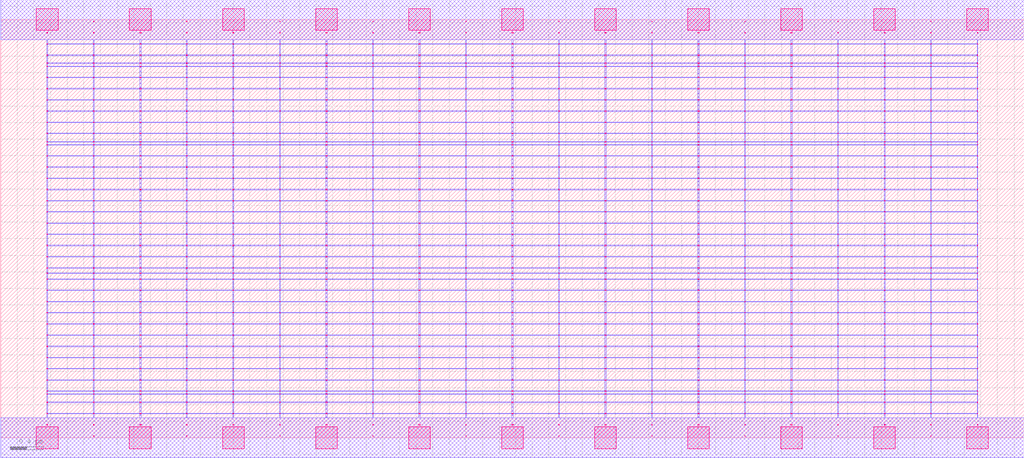
<source format=lef>
MACRO AAOAAOAI22121_DEBUG
 CLASS CORE ;
 FOREIGN AAOAAOAI22121_DEBUG 0 0 ;
 SIZE 12.32 BY 5.04 ;
 ORIGIN 0 0 ;
 SYMMETRY X Y R90 ;
 SITE unit ;

 OBS
    LAYER polycont ;
     RECT 6.15100000 2.58300000 6.16900000 2.59100000 ;
     RECT 6.15100000 2.71800000 6.16900000 2.72600000 ;
     RECT 6.15100000 2.85300000 6.16900000 2.86100000 ;
     RECT 6.15100000 2.98800000 6.16900000 2.99600000 ;
     RECT 8.39100000 2.58300000 8.40900000 2.59100000 ;
     RECT 8.95600000 2.58300000 8.96400000 2.59100000 ;
     RECT 9.51100000 2.58300000 9.52900000 2.59100000 ;
     RECT 10.07600000 2.58300000 10.08400000 2.59100000 ;
     RECT 10.63600000 2.58300000 10.64900000 2.59100000 ;
     RECT 11.19600000 2.58300000 11.20400000 2.59100000 ;
     RECT 11.75600000 2.58300000 11.76400000 2.59100000 ;
     RECT 6.71600000 2.58300000 6.72400000 2.59100000 ;
     RECT 6.71600000 2.71800000 6.72400000 2.72600000 ;
     RECT 7.27100000 2.71800000 7.28900000 2.72600000 ;
     RECT 7.83600000 2.71800000 7.84400000 2.72600000 ;
     RECT 8.39100000 2.71800000 8.40900000 2.72600000 ;
     RECT 8.95600000 2.71800000 8.96400000 2.72600000 ;
     RECT 9.51100000 2.71800000 9.52900000 2.72600000 ;
     RECT 10.07600000 2.71800000 10.08400000 2.72600000 ;
     RECT 10.63600000 2.71800000 10.64900000 2.72600000 ;
     RECT 11.19600000 2.71800000 11.20400000 2.72600000 ;
     RECT 11.75600000 2.71800000 11.76400000 2.72600000 ;
     RECT 7.27100000 2.58300000 7.28900000 2.59100000 ;
     RECT 6.71600000 2.85300000 6.72400000 2.86100000 ;
     RECT 7.27100000 2.85300000 7.28900000 2.86100000 ;
     RECT 7.83600000 2.85300000 7.84400000 2.86100000 ;
     RECT 8.39100000 2.85300000 8.40900000 2.86100000 ;
     RECT 8.95600000 2.85300000 8.96400000 2.86100000 ;
     RECT 9.51100000 2.85300000 9.52900000 2.86100000 ;
     RECT 10.07600000 2.85300000 10.08400000 2.86100000 ;
     RECT 10.63600000 2.85300000 10.64900000 2.86100000 ;
     RECT 11.19600000 2.85300000 11.20400000 2.86100000 ;
     RECT 11.75600000 2.85300000 11.76400000 2.86100000 ;
     RECT 7.83600000 2.58300000 7.84400000 2.59100000 ;
     RECT 6.71600000 2.98800000 6.72400000 2.99600000 ;
     RECT 7.27100000 2.98800000 7.28900000 2.99600000 ;
     RECT 7.83600000 2.98800000 7.84400000 2.99600000 ;
     RECT 8.39100000 2.98800000 8.40900000 2.99600000 ;
     RECT 8.95600000 2.98800000 8.96400000 2.99600000 ;
     RECT 9.51100000 2.98800000 9.52900000 2.99600000 ;
     RECT 10.07600000 2.98800000 10.08400000 2.99600000 ;
     RECT 10.63600000 2.98800000 10.64900000 2.99600000 ;
     RECT 11.19600000 2.98800000 11.20400000 2.99600000 ;
     RECT 11.75600000 2.98800000 11.76400000 2.99600000 ;
     RECT 11.19600000 3.12300000 11.20400000 3.13100000 ;
     RECT 11.75600000 3.12300000 11.76400000 3.13100000 ;
     RECT 11.19600000 3.25800000 11.20400000 3.26600000 ;
     RECT 11.75600000 3.25800000 11.76400000 3.26600000 ;
     RECT 11.19600000 3.39300000 11.20400000 3.40100000 ;
     RECT 11.75600000 3.39300000 11.76400000 3.40100000 ;
     RECT 11.19600000 3.52800000 11.20400000 3.53600000 ;
     RECT 11.75600000 3.52800000 11.76400000 3.53600000 ;
     RECT 11.19600000 3.56100000 11.20400000 3.56900000 ;
     RECT 11.75600000 3.56100000 11.76400000 3.56900000 ;
     RECT 11.19600000 3.66300000 11.20400000 3.67100000 ;
     RECT 11.75600000 3.66300000 11.76400000 3.67100000 ;
     RECT 11.19600000 3.79800000 11.20400000 3.80600000 ;
     RECT 11.75600000 3.79800000 11.76400000 3.80600000 ;
     RECT 11.19600000 3.93300000 11.20400000 3.94100000 ;
     RECT 11.75600000 3.93300000 11.76400000 3.94100000 ;
     RECT 11.19600000 4.06800000 11.20400000 4.07600000 ;
     RECT 11.75600000 4.06800000 11.76400000 4.07600000 ;
     RECT 11.19600000 4.20300000 11.20400000 4.21100000 ;
     RECT 11.75600000 4.20300000 11.76400000 4.21100000 ;
     RECT 11.19600000 4.33800000 11.20400000 4.34600000 ;
     RECT 11.75600000 4.33800000 11.76400000 4.34600000 ;
     RECT 11.19600000 4.47300000 11.20400000 4.48100000 ;
     RECT 11.75600000 4.47300000 11.76400000 4.48100000 ;
     RECT 11.19600000 4.51100000 11.20400000 4.51900000 ;
     RECT 11.75600000 4.51100000 11.76400000 4.51900000 ;
     RECT 11.19600000 4.60800000 11.20400000 4.61600000 ;
     RECT 11.75600000 4.60800000 11.76400000 4.61600000 ;
     RECT 11.19600000 4.74300000 11.20400000 4.75100000 ;
     RECT 11.75600000 4.74300000 11.76400000 4.75100000 ;
     RECT 11.19600000 4.87800000 11.20400000 4.88600000 ;
     RECT 11.75600000 4.87800000 11.76400000 4.88600000 ;
     RECT 3.91100000 2.58300000 3.92900000 2.59100000 ;
     RECT 4.47600000 2.58300000 4.48400000 2.59100000 ;
     RECT 5.03100000 2.58300000 5.04900000 2.59100000 ;
     RECT 5.59600000 2.58300000 5.60400000 2.59100000 ;
     RECT 0.55100000 2.58300000 0.56400000 2.59100000 ;
     RECT 0.55100000 2.71800000 0.56400000 2.72600000 ;
     RECT 0.55100000 2.85300000 0.56400000 2.86100000 ;
     RECT 1.11600000 2.85300000 1.12400000 2.86100000 ;
     RECT 2.23600000 3.12300000 2.24400000 3.13100000 ;
     RECT 1.67600000 2.85300000 1.68900000 2.86100000 ;
     RECT 2.23600000 2.85300000 2.24400000 2.86100000 ;
     RECT 2.23600000 3.25800000 2.24400000 3.26600000 ;
     RECT 2.79100000 2.85300000 2.80400000 2.86100000 ;
     RECT 3.35600000 2.85300000 3.36400000 2.86100000 ;
     RECT 2.23600000 3.39300000 2.24400000 3.40100000 ;
     RECT 3.91100000 2.85300000 3.92900000 2.86100000 ;
     RECT 4.47600000 2.85300000 4.48400000 2.86100000 ;
     RECT 2.23600000 3.52800000 2.24400000 3.53600000 ;
     RECT 5.03100000 2.85300000 5.04900000 2.86100000 ;
     RECT 5.59600000 2.85300000 5.60400000 2.86100000 ;
     RECT 2.23600000 3.56100000 2.24400000 3.56900000 ;
     RECT 1.11600000 2.71800000 1.12400000 2.72600000 ;
     RECT 1.67600000 2.71800000 1.68900000 2.72600000 ;
     RECT 2.23600000 3.66300000 2.24400000 3.67100000 ;
     RECT 2.23600000 2.71800000 2.24400000 2.72600000 ;
     RECT 2.79100000 2.71800000 2.80400000 2.72600000 ;
     RECT 2.23600000 3.79800000 2.24400000 3.80600000 ;
     RECT 3.35600000 2.71800000 3.36400000 2.72600000 ;
     RECT 3.91100000 2.71800000 3.92900000 2.72600000 ;
     RECT 2.23600000 3.93300000 2.24400000 3.94100000 ;
     RECT 4.47600000 2.71800000 4.48400000 2.72600000 ;
     RECT 5.03100000 2.71800000 5.04900000 2.72600000 ;
     RECT 2.23600000 4.06800000 2.24400000 4.07600000 ;
     RECT 5.59600000 2.71800000 5.60400000 2.72600000 ;
     RECT 1.11600000 2.58300000 1.12400000 2.59100000 ;
     RECT 2.23600000 4.20300000 2.24400000 4.21100000 ;
     RECT 1.67600000 2.58300000 1.68900000 2.59100000 ;
     RECT 0.55100000 2.98800000 0.56400000 2.99600000 ;
     RECT 2.23600000 4.33800000 2.24400000 4.34600000 ;
     RECT 1.11600000 2.98800000 1.12400000 2.99600000 ;
     RECT 1.67600000 2.98800000 1.68900000 2.99600000 ;
     RECT 2.23600000 4.47300000 2.24400000 4.48100000 ;
     RECT 2.23600000 2.98800000 2.24400000 2.99600000 ;
     RECT 2.79100000 2.98800000 2.80400000 2.99600000 ;
     RECT 2.23600000 4.51100000 2.24400000 4.51900000 ;
     RECT 3.35600000 2.98800000 3.36400000 2.99600000 ;
     RECT 3.91100000 2.98800000 3.92900000 2.99600000 ;
     RECT 2.23600000 4.60800000 2.24400000 4.61600000 ;
     RECT 4.47600000 2.98800000 4.48400000 2.99600000 ;
     RECT 5.03100000 2.98800000 5.04900000 2.99600000 ;
     RECT 2.23600000 4.74300000 2.24400000 4.75100000 ;
     RECT 5.59600000 2.98800000 5.60400000 2.99600000 ;
     RECT 2.23600000 2.58300000 2.24400000 2.59100000 ;
     RECT 2.23600000 4.87800000 2.24400000 4.88600000 ;
     RECT 2.79100000 2.58300000 2.80400000 2.59100000 ;
     RECT 3.35600000 2.58300000 3.36400000 2.59100000 ;
     RECT 3.35600000 1.63800000 3.36400000 1.64600000 ;
     RECT 3.35600000 1.77300000 3.36400000 1.78100000 ;
     RECT 3.35600000 1.90800000 3.36400000 1.91600000 ;
     RECT 3.35600000 1.98100000 3.36400000 1.98900000 ;
     RECT 3.35600000 2.04300000 3.36400000 2.05100000 ;
     RECT 3.35600000 2.17800000 3.36400000 2.18600000 ;
     RECT 3.35600000 2.31300000 3.36400000 2.32100000 ;
     RECT 3.35600000 2.44800000 3.36400000 2.45600000 ;
     RECT 3.35600000 0.15300000 3.36400000 0.16100000 ;
     RECT 3.35600000 0.28800000 3.36400000 0.29600000 ;
     RECT 3.35600000 0.42300000 3.36400000 0.43100000 ;
     RECT 3.35600000 0.52100000 3.36400000 0.52900000 ;
     RECT 3.35600000 0.55800000 3.36400000 0.56600000 ;
     RECT 3.35600000 0.69300000 3.36400000 0.70100000 ;
     RECT 3.35600000 0.82800000 3.36400000 0.83600000 ;
     RECT 3.35600000 0.96300000 3.36400000 0.97100000 ;
     RECT 3.35600000 1.09800000 3.36400000 1.10600000 ;
     RECT 3.35600000 1.23300000 3.36400000 1.24100000 ;
     RECT 3.35600000 1.36800000 3.36400000 1.37600000 ;
     RECT 3.35600000 1.50300000 3.36400000 1.51100000 ;
     RECT 6.71600000 0.15300000 6.72400000 0.16100000 ;
     RECT 6.71600000 2.04300000 6.72400000 2.05100000 ;
     RECT 6.71600000 1.09800000 6.72400000 1.10600000 ;
     RECT 6.71600000 2.17800000 6.72400000 2.18600000 ;
     RECT 6.71600000 0.55800000 6.72400000 0.56600000 ;
     RECT 6.71600000 2.31300000 6.72400000 2.32100000 ;
     RECT 6.71600000 1.23300000 6.72400000 1.24100000 ;
     RECT 6.71600000 2.44800000 6.72400000 2.45600000 ;
     RECT 6.71600000 0.42300000 6.72400000 0.43100000 ;
     RECT 6.71600000 1.36800000 6.72400000 1.37600000 ;
     RECT 6.71600000 0.69300000 6.72400000 0.70100000 ;
     RECT 6.71600000 1.50300000 6.72400000 1.51100000 ;
     RECT 6.71600000 0.28800000 6.72400000 0.29600000 ;
     RECT 6.71600000 1.63800000 6.72400000 1.64600000 ;
     RECT 6.71600000 0.82800000 6.72400000 0.83600000 ;
     RECT 6.71600000 1.77300000 6.72400000 1.78100000 ;
     RECT 6.71600000 0.52100000 6.72400000 0.52900000 ;
     RECT 6.71600000 1.90800000 6.72400000 1.91600000 ;
     RECT 6.71600000 0.96300000 6.72400000 0.97100000 ;
     RECT 6.71600000 1.98100000 6.72400000 1.98900000 ;

    LAYER pdiffc ;
     RECT 0.55100000 3.39300000 0.55900000 3.40100000 ;
     RECT 1.68100000 3.39300000 1.68900000 3.40100000 ;
     RECT 2.79100000 3.39300000 2.79900000 3.40100000 ;
     RECT 10.64100000 3.39300000 10.64900000 3.40100000 ;
     RECT 0.55100000 3.52800000 0.55900000 3.53600000 ;
     RECT 1.68100000 3.52800000 1.68900000 3.53600000 ;
     RECT 2.79100000 3.52800000 2.79900000 3.53600000 ;
     RECT 10.64100000 3.52800000 10.64900000 3.53600000 ;
     RECT 0.55100000 3.56100000 0.55900000 3.56900000 ;
     RECT 1.68100000 3.56100000 1.68900000 3.56900000 ;
     RECT 2.79100000 3.56100000 2.79900000 3.56900000 ;
     RECT 10.64100000 3.56100000 10.64900000 3.56900000 ;
     RECT 0.55100000 3.66300000 0.55900000 3.67100000 ;
     RECT 1.68100000 3.66300000 1.68900000 3.67100000 ;
     RECT 2.79100000 3.66300000 2.79900000 3.67100000 ;
     RECT 10.64100000 3.66300000 10.64900000 3.67100000 ;
     RECT 0.55100000 3.79800000 0.55900000 3.80600000 ;
     RECT 1.68100000 3.79800000 1.68900000 3.80600000 ;
     RECT 2.79100000 3.79800000 2.79900000 3.80600000 ;
     RECT 10.64100000 3.79800000 10.64900000 3.80600000 ;
     RECT 0.55100000 3.93300000 0.55900000 3.94100000 ;
     RECT 1.68100000 3.93300000 1.68900000 3.94100000 ;
     RECT 2.79100000 3.93300000 2.79900000 3.94100000 ;
     RECT 10.64100000 3.93300000 10.64900000 3.94100000 ;
     RECT 0.55100000 4.06800000 0.55900000 4.07600000 ;
     RECT 1.68100000 4.06800000 1.68900000 4.07600000 ;
     RECT 2.79100000 4.06800000 2.79900000 4.07600000 ;
     RECT 10.64100000 4.06800000 10.64900000 4.07600000 ;
     RECT 0.55100000 4.20300000 0.55900000 4.21100000 ;
     RECT 1.68100000 4.20300000 1.68900000 4.21100000 ;
     RECT 2.79100000 4.20300000 2.79900000 4.21100000 ;
     RECT 10.64100000 4.20300000 10.64900000 4.21100000 ;
     RECT 0.55100000 4.33800000 0.55900000 4.34600000 ;
     RECT 1.68100000 4.33800000 1.68900000 4.34600000 ;
     RECT 2.79100000 4.33800000 2.79900000 4.34600000 ;
     RECT 10.64100000 4.33800000 10.64900000 4.34600000 ;
     RECT 0.55100000 4.47300000 0.55900000 4.48100000 ;
     RECT 1.68100000 4.47300000 1.68900000 4.48100000 ;
     RECT 2.79100000 4.47300000 2.79900000 4.48100000 ;
     RECT 10.64100000 4.47300000 10.64900000 4.48100000 ;
     RECT 0.55100000 4.51100000 0.55900000 4.51900000 ;
     RECT 1.68100000 4.51100000 1.68900000 4.51900000 ;
     RECT 2.79100000 4.51100000 2.79900000 4.51900000 ;
     RECT 10.64100000 4.51100000 10.64900000 4.51900000 ;
     RECT 0.55100000 4.60800000 0.55900000 4.61600000 ;
     RECT 1.68100000 4.60800000 1.68900000 4.61600000 ;
     RECT 2.79100000 4.60800000 2.79900000 4.61600000 ;
     RECT 10.64100000 4.60800000 10.64900000 4.61600000 ;

    LAYER ndiffc ;
     RECT 6.15100000 0.42300000 6.16900000 0.43100000 ;
     RECT 6.15100000 0.52100000 6.16900000 0.52900000 ;
     RECT 6.15100000 0.55800000 6.16900000 0.56600000 ;
     RECT 6.15100000 0.69300000 6.16900000 0.70100000 ;
     RECT 6.15100000 0.82800000 6.16900000 0.83600000 ;
     RECT 6.15100000 0.96300000 6.16900000 0.97100000 ;
     RECT 6.15100000 1.09800000 6.16900000 1.10600000 ;
     RECT 6.15100000 1.23300000 6.16900000 1.24100000 ;
     RECT 6.15100000 1.36800000 6.16900000 1.37600000 ;
     RECT 6.15100000 1.50300000 6.16900000 1.51100000 ;
     RECT 6.15100000 1.63800000 6.16900000 1.64600000 ;
     RECT 6.15100000 1.77300000 6.16900000 1.78100000 ;
     RECT 6.15100000 1.90800000 6.16900000 1.91600000 ;
     RECT 6.15100000 1.98100000 6.16900000 1.98900000 ;
     RECT 6.15100000 2.04300000 6.16900000 2.05100000 ;
     RECT 9.51100000 0.55800000 9.52900000 0.56600000 ;
     RECT 10.63600000 0.55800000 10.64900000 0.56600000 ;
     RECT 11.75600000 0.55800000 11.76400000 0.56600000 ;
     RECT 9.51100000 0.42300000 9.52900000 0.43100000 ;
     RECT 7.27100000 0.69300000 7.28900000 0.70100000 ;
     RECT 8.39100000 0.69300000 8.40900000 0.70100000 ;
     RECT 9.51100000 0.69300000 9.52900000 0.70100000 ;
     RECT 10.63600000 0.69300000 10.64900000 0.70100000 ;
     RECT 11.75600000 0.69300000 11.76400000 0.70100000 ;
     RECT 10.63600000 0.42300000 10.64900000 0.43100000 ;
     RECT 7.27100000 0.82800000 7.28900000 0.83600000 ;
     RECT 8.39100000 0.82800000 8.40900000 0.83600000 ;
     RECT 9.51100000 0.82800000 9.52900000 0.83600000 ;
     RECT 10.63600000 0.82800000 10.64900000 0.83600000 ;
     RECT 11.75600000 0.82800000 11.76400000 0.83600000 ;
     RECT 11.75600000 0.42300000 11.76400000 0.43100000 ;
     RECT 7.27100000 0.96300000 7.28900000 0.97100000 ;
     RECT 8.39100000 0.96300000 8.40900000 0.97100000 ;
     RECT 9.51100000 0.96300000 9.52900000 0.97100000 ;
     RECT 10.63600000 0.96300000 10.64900000 0.97100000 ;
     RECT 11.75600000 0.96300000 11.76400000 0.97100000 ;
     RECT 7.27100000 0.42300000 7.28900000 0.43100000 ;
     RECT 7.27100000 1.09800000 7.28900000 1.10600000 ;
     RECT 8.39100000 1.09800000 8.40900000 1.10600000 ;
     RECT 9.51100000 1.09800000 9.52900000 1.10600000 ;
     RECT 10.63600000 1.09800000 10.64900000 1.10600000 ;
     RECT 11.75600000 1.09800000 11.76400000 1.10600000 ;
     RECT 7.27100000 0.52100000 7.28900000 0.52900000 ;
     RECT 7.27100000 1.23300000 7.28900000 1.24100000 ;
     RECT 8.39100000 1.23300000 8.40900000 1.24100000 ;
     RECT 9.51100000 1.23300000 9.52900000 1.24100000 ;
     RECT 10.63600000 1.23300000 10.64900000 1.24100000 ;
     RECT 11.75600000 1.23300000 11.76400000 1.24100000 ;
     RECT 8.39100000 0.52100000 8.40900000 0.52900000 ;
     RECT 7.27100000 1.36800000 7.28900000 1.37600000 ;
     RECT 8.39100000 1.36800000 8.40900000 1.37600000 ;
     RECT 9.51100000 1.36800000 9.52900000 1.37600000 ;
     RECT 10.63600000 1.36800000 10.64900000 1.37600000 ;
     RECT 11.75600000 1.36800000 11.76400000 1.37600000 ;
     RECT 9.51100000 0.52100000 9.52900000 0.52900000 ;
     RECT 7.27100000 1.50300000 7.28900000 1.51100000 ;
     RECT 8.39100000 1.50300000 8.40900000 1.51100000 ;
     RECT 9.51100000 1.50300000 9.52900000 1.51100000 ;
     RECT 10.63600000 1.50300000 10.64900000 1.51100000 ;
     RECT 11.75600000 1.50300000 11.76400000 1.51100000 ;
     RECT 10.63600000 0.52100000 10.64900000 0.52900000 ;
     RECT 7.27100000 1.63800000 7.28900000 1.64600000 ;
     RECT 8.39100000 1.63800000 8.40900000 1.64600000 ;
     RECT 9.51100000 1.63800000 9.52900000 1.64600000 ;
     RECT 10.63600000 1.63800000 10.64900000 1.64600000 ;
     RECT 11.75600000 1.63800000 11.76400000 1.64600000 ;
     RECT 11.75600000 0.52100000 11.76400000 0.52900000 ;
     RECT 7.27100000 1.77300000 7.28900000 1.78100000 ;
     RECT 8.39100000 1.77300000 8.40900000 1.78100000 ;
     RECT 9.51100000 1.77300000 9.52900000 1.78100000 ;
     RECT 10.63600000 1.77300000 10.64900000 1.78100000 ;
     RECT 11.75600000 1.77300000 11.76400000 1.78100000 ;
     RECT 8.39100000 0.42300000 8.40900000 0.43100000 ;
     RECT 7.27100000 1.90800000 7.28900000 1.91600000 ;
     RECT 8.39100000 1.90800000 8.40900000 1.91600000 ;
     RECT 9.51100000 1.90800000 9.52900000 1.91600000 ;
     RECT 10.63600000 1.90800000 10.64900000 1.91600000 ;
     RECT 11.75600000 1.90800000 11.76400000 1.91600000 ;
     RECT 7.27100000 0.55800000 7.28900000 0.56600000 ;
     RECT 7.27100000 1.98100000 7.28900000 1.98900000 ;
     RECT 8.39100000 1.98100000 8.40900000 1.98900000 ;
     RECT 9.51100000 1.98100000 9.52900000 1.98900000 ;
     RECT 10.63600000 1.98100000 10.64900000 1.98900000 ;
     RECT 11.75600000 1.98100000 11.76400000 1.98900000 ;
     RECT 8.39100000 0.55800000 8.40900000 0.56600000 ;
     RECT 7.27100000 2.04300000 7.28900000 2.05100000 ;
     RECT 8.39100000 2.04300000 8.40900000 2.05100000 ;
     RECT 9.51100000 2.04300000 9.52900000 2.05100000 ;
     RECT 10.63600000 2.04300000 10.64900000 2.05100000 ;
     RECT 11.75600000 2.04300000 11.76400000 2.05100000 ;
     RECT 2.79100000 1.36800000 2.80400000 1.37600000 ;
     RECT 3.91100000 1.36800000 3.92900000 1.37600000 ;
     RECT 5.03100000 1.36800000 5.04900000 1.37600000 ;
     RECT 5.03100000 0.82800000 5.04900000 0.83600000 ;
     RECT 2.79100000 0.55800000 2.80400000 0.56600000 ;
     RECT 3.91100000 0.55800000 3.92900000 0.56600000 ;
     RECT 5.03100000 0.55800000 5.04900000 0.56600000 ;
     RECT 1.67600000 0.52100000 1.68900000 0.52900000 ;
     RECT 2.79100000 0.52100000 2.80400000 0.52900000 ;
     RECT 0.55100000 1.50300000 0.56400000 1.51100000 ;
     RECT 1.67600000 1.50300000 1.68900000 1.51100000 ;
     RECT 2.79100000 1.50300000 2.80400000 1.51100000 ;
     RECT 3.91100000 1.50300000 3.92900000 1.51100000 ;
     RECT 5.03100000 1.50300000 5.04900000 1.51100000 ;
     RECT 3.91100000 0.52100000 3.92900000 0.52900000 ;
     RECT 0.55100000 0.96300000 0.56400000 0.97100000 ;
     RECT 1.67600000 0.96300000 1.68900000 0.97100000 ;
     RECT 2.79100000 0.96300000 2.80400000 0.97100000 ;
     RECT 3.91100000 0.96300000 3.92900000 0.97100000 ;
     RECT 5.03100000 0.96300000 5.04900000 0.97100000 ;
     RECT 0.55100000 1.63800000 0.56400000 1.64600000 ;
     RECT 1.67600000 1.63800000 1.68900000 1.64600000 ;
     RECT 2.79100000 1.63800000 2.80400000 1.64600000 ;
     RECT 3.91100000 1.63800000 3.92900000 1.64600000 ;
     RECT 5.03100000 1.63800000 5.04900000 1.64600000 ;
     RECT 5.03100000 0.52100000 5.04900000 0.52900000 ;
     RECT 1.67600000 0.42300000 1.68900000 0.43100000 ;
     RECT 2.79100000 0.42300000 2.80400000 0.43100000 ;
     RECT 0.55100000 0.69300000 0.56400000 0.70100000 ;
     RECT 1.67600000 0.69300000 1.68900000 0.70100000 ;
     RECT 2.79100000 0.69300000 2.80400000 0.70100000 ;
     RECT 0.55100000 1.77300000 0.56400000 1.78100000 ;
     RECT 1.67600000 1.77300000 1.68900000 1.78100000 ;
     RECT 2.79100000 1.77300000 2.80400000 1.78100000 ;
     RECT 3.91100000 1.77300000 3.92900000 1.78100000 ;
     RECT 5.03100000 1.77300000 5.04900000 1.78100000 ;
     RECT 0.55100000 1.09800000 0.56400000 1.10600000 ;
     RECT 1.67600000 1.09800000 1.68900000 1.10600000 ;
     RECT 2.79100000 1.09800000 2.80400000 1.10600000 ;
     RECT 3.91100000 1.09800000 3.92900000 1.10600000 ;
     RECT 5.03100000 1.09800000 5.04900000 1.10600000 ;
     RECT 3.91100000 0.69300000 3.92900000 0.70100000 ;
     RECT 0.55100000 1.90800000 0.56400000 1.91600000 ;
     RECT 1.67600000 1.90800000 1.68900000 1.91600000 ;
     RECT 2.79100000 1.90800000 2.80400000 1.91600000 ;
     RECT 3.91100000 1.90800000 3.92900000 1.91600000 ;
     RECT 5.03100000 1.90800000 5.04900000 1.91600000 ;
     RECT 5.03100000 0.69300000 5.04900000 0.70100000 ;
     RECT 3.91100000 0.42300000 3.92900000 0.43100000 ;
     RECT 5.03100000 0.42300000 5.04900000 0.43100000 ;
     RECT 0.55100000 0.42300000 0.56400000 0.43100000 ;
     RECT 0.55100000 0.52100000 0.56400000 0.52900000 ;
     RECT 0.55100000 1.23300000 0.56400000 1.24100000 ;
     RECT 0.55100000 1.98100000 0.56400000 1.98900000 ;
     RECT 1.67600000 1.98100000 1.68900000 1.98900000 ;
     RECT 2.79100000 1.98100000 2.80400000 1.98900000 ;
     RECT 3.91100000 1.98100000 3.92900000 1.98900000 ;
     RECT 5.03100000 1.98100000 5.04900000 1.98900000 ;
     RECT 1.67600000 1.23300000 1.68900000 1.24100000 ;
     RECT 2.79100000 1.23300000 2.80400000 1.24100000 ;
     RECT 3.91100000 1.23300000 3.92900000 1.24100000 ;
     RECT 5.03100000 1.23300000 5.04900000 1.24100000 ;
     RECT 0.55100000 0.55800000 0.56400000 0.56600000 ;
     RECT 1.67600000 0.55800000 1.68900000 0.56600000 ;
     RECT 0.55100000 2.04300000 0.56400000 2.05100000 ;
     RECT 1.67600000 2.04300000 1.68900000 2.05100000 ;
     RECT 2.79100000 2.04300000 2.80400000 2.05100000 ;
     RECT 3.91100000 2.04300000 3.92900000 2.05100000 ;
     RECT 5.03100000 2.04300000 5.04900000 2.05100000 ;
     RECT 0.55100000 0.82800000 0.56400000 0.83600000 ;
     RECT 1.67600000 0.82800000 1.68900000 0.83600000 ;
     RECT 2.79100000 0.82800000 2.80400000 0.83600000 ;
     RECT 3.91100000 0.82800000 3.92900000 0.83600000 ;
     RECT 0.55100000 1.36800000 0.56400000 1.37600000 ;
     RECT 1.67600000 1.36800000 1.68900000 1.37600000 ;

    LAYER met1 ;
     RECT 0.00000000 -0.24000000 12.32000000 0.24000000 ;
     RECT 6.15100000 0.24000000 6.16900000 0.28800000 ;
     RECT 0.55100000 0.28800000 11.76400000 0.29600000 ;
     RECT 6.15100000 0.29600000 6.16900000 0.42300000 ;
     RECT 0.55100000 0.42300000 11.76400000 0.43100000 ;
     RECT 6.15100000 0.43100000 6.16900000 0.52100000 ;
     RECT 0.55100000 0.52100000 11.76400000 0.52900000 ;
     RECT 6.15100000 0.52900000 6.16900000 0.55800000 ;
     RECT 0.55100000 0.55800000 11.76400000 0.56600000 ;
     RECT 6.15100000 0.56600000 6.16900000 0.69300000 ;
     RECT 0.55100000 0.69300000 11.76400000 0.70100000 ;
     RECT 6.15100000 0.70100000 6.16900000 0.82800000 ;
     RECT 0.55100000 0.82800000 11.76400000 0.83600000 ;
     RECT 6.15100000 0.83600000 6.16900000 0.96300000 ;
     RECT 0.55100000 0.96300000 11.76400000 0.97100000 ;
     RECT 6.15100000 0.97100000 6.16900000 1.09800000 ;
     RECT 0.55100000 1.09800000 11.76400000 1.10600000 ;
     RECT 6.15100000 1.10600000 6.16900000 1.23300000 ;
     RECT 0.55100000 1.23300000 11.76400000 1.24100000 ;
     RECT 6.15100000 1.24100000 6.16900000 1.36800000 ;
     RECT 0.55100000 1.36800000 11.76400000 1.37600000 ;
     RECT 6.15100000 1.37600000 6.16900000 1.50300000 ;
     RECT 0.55100000 1.50300000 11.76400000 1.51100000 ;
     RECT 6.15100000 1.51100000 6.16900000 1.63800000 ;
     RECT 0.55100000 1.63800000 11.76400000 1.64600000 ;
     RECT 6.15100000 1.64600000 6.16900000 1.77300000 ;
     RECT 0.55100000 1.77300000 11.76400000 1.78100000 ;
     RECT 6.15100000 1.78100000 6.16900000 1.90800000 ;
     RECT 0.55100000 1.90800000 11.76400000 1.91600000 ;
     RECT 6.15100000 1.91600000 6.16900000 1.98100000 ;
     RECT 0.55100000 1.98100000 11.76400000 1.98900000 ;
     RECT 6.15100000 1.98900000 6.16900000 2.04300000 ;
     RECT 0.55100000 2.04300000 11.76400000 2.05100000 ;
     RECT 6.15100000 2.05100000 6.16900000 2.17800000 ;
     RECT 0.55100000 2.17800000 11.76400000 2.18600000 ;
     RECT 6.15100000 2.18600000 6.16900000 2.31300000 ;
     RECT 0.55100000 2.31300000 11.76400000 2.32100000 ;
     RECT 6.15100000 2.32100000 6.16900000 2.44800000 ;
     RECT 0.55100000 2.44800000 11.76400000 2.45600000 ;
     RECT 0.55100000 2.45600000 0.56400000 2.58300000 ;
     RECT 1.11600000 2.45600000 1.12400000 2.58300000 ;
     RECT 1.67600000 2.45600000 1.68900000 2.58300000 ;
     RECT 2.23600000 2.45600000 2.24400000 2.58300000 ;
     RECT 2.79100000 2.45600000 2.80400000 2.58300000 ;
     RECT 3.35600000 2.45600000 3.36400000 2.58300000 ;
     RECT 3.91100000 2.45600000 3.92900000 2.58300000 ;
     RECT 4.47600000 2.45600000 4.48400000 2.58300000 ;
     RECT 5.03100000 2.45600000 5.04900000 2.58300000 ;
     RECT 5.59600000 2.45600000 5.60400000 2.58300000 ;
     RECT 6.15100000 2.45600000 6.16900000 2.58300000 ;
     RECT 6.71600000 2.45600000 6.72400000 2.58300000 ;
     RECT 7.27100000 2.45600000 7.28900000 2.58300000 ;
     RECT 7.83600000 2.45600000 7.84400000 2.58300000 ;
     RECT 8.39100000 2.45600000 8.40900000 2.58300000 ;
     RECT 8.95600000 2.45600000 8.96400000 2.58300000 ;
     RECT 9.51100000 2.45600000 9.52900000 2.58300000 ;
     RECT 10.07600000 2.45600000 10.08400000 2.58300000 ;
     RECT 10.63600000 2.45600000 10.64900000 2.58300000 ;
     RECT 11.19600000 2.45600000 11.20400000 2.58300000 ;
     RECT 11.75600000 2.45600000 11.76400000 2.58300000 ;
     RECT 0.55100000 2.58300000 11.76400000 2.59100000 ;
     RECT 6.15100000 2.59100000 6.16900000 2.71800000 ;
     RECT 0.55100000 2.71800000 11.76400000 2.72600000 ;
     RECT 6.15100000 2.72600000 6.16900000 2.85300000 ;
     RECT 0.55100000 2.85300000 11.76400000 2.86100000 ;
     RECT 6.15100000 2.86100000 6.16900000 2.98800000 ;
     RECT 0.55100000 2.98800000 11.76400000 2.99600000 ;
     RECT 6.15100000 2.99600000 6.16900000 3.12300000 ;
     RECT 0.55100000 3.12300000 11.76400000 3.13100000 ;
     RECT 6.15100000 3.13100000 6.16900000 3.25800000 ;
     RECT 0.55100000 3.25800000 11.76400000 3.26600000 ;
     RECT 6.15100000 3.26600000 6.16900000 3.39300000 ;
     RECT 0.55100000 3.39300000 11.76400000 3.40100000 ;
     RECT 6.15100000 3.40100000 6.16900000 3.52800000 ;
     RECT 0.55100000 3.52800000 11.76400000 3.53600000 ;
     RECT 6.15100000 3.53600000 6.16900000 3.56100000 ;
     RECT 0.55100000 3.56100000 11.76400000 3.56900000 ;
     RECT 6.15100000 3.56900000 6.16900000 3.66300000 ;
     RECT 0.55100000 3.66300000 11.76400000 3.67100000 ;
     RECT 6.15100000 3.67100000 6.16900000 3.79800000 ;
     RECT 0.55100000 3.79800000 11.76400000 3.80600000 ;
     RECT 6.15100000 3.80600000 6.16900000 3.93300000 ;
     RECT 0.55100000 3.93300000 11.76400000 3.94100000 ;
     RECT 6.15100000 3.94100000 6.16900000 4.06800000 ;
     RECT 0.55100000 4.06800000 11.76400000 4.07600000 ;
     RECT 6.15100000 4.07600000 6.16900000 4.20300000 ;
     RECT 0.55100000 4.20300000 11.76400000 4.21100000 ;
     RECT 6.15100000 4.21100000 6.16900000 4.33800000 ;
     RECT 0.55100000 4.33800000 11.76400000 4.34600000 ;
     RECT 6.15100000 4.34600000 6.16900000 4.47300000 ;
     RECT 0.55100000 4.47300000 11.76400000 4.48100000 ;
     RECT 6.15100000 4.48100000 6.16900000 4.51100000 ;
     RECT 0.55100000 4.51100000 11.76400000 4.51900000 ;
     RECT 6.15100000 4.51900000 6.16900000 4.60800000 ;
     RECT 0.55100000 4.60800000 11.76400000 4.61600000 ;
     RECT 6.15100000 4.61600000 6.16900000 4.74300000 ;
     RECT 0.55100000 4.74300000 11.76400000 4.75100000 ;
     RECT 6.15100000 4.75100000 6.16900000 4.80000000 ;
     RECT 0.00000000 4.80000000 12.32000000 5.28000000 ;
     RECT 6.71600000 3.80600000 6.72400000 3.93300000 ;
     RECT 7.27100000 3.80600000 7.28900000 3.93300000 ;
     RECT 7.83600000 3.80600000 7.84400000 3.93300000 ;
     RECT 8.39100000 3.80600000 8.40900000 3.93300000 ;
     RECT 8.95600000 3.80600000 8.96400000 3.93300000 ;
     RECT 9.51100000 3.80600000 9.52900000 3.93300000 ;
     RECT 10.07600000 3.80600000 10.08400000 3.93300000 ;
     RECT 10.63600000 3.80600000 10.64900000 3.93300000 ;
     RECT 11.19600000 3.80600000 11.20400000 3.93300000 ;
     RECT 11.75600000 3.80600000 11.76400000 3.93300000 ;
     RECT 9.51100000 3.94100000 9.52900000 4.06800000 ;
     RECT 10.07600000 3.94100000 10.08400000 4.06800000 ;
     RECT 10.63600000 3.94100000 10.64900000 4.06800000 ;
     RECT 11.19600000 3.94100000 11.20400000 4.06800000 ;
     RECT 11.75600000 3.94100000 11.76400000 4.06800000 ;
     RECT 9.51100000 4.07600000 9.52900000 4.20300000 ;
     RECT 10.07600000 4.07600000 10.08400000 4.20300000 ;
     RECT 10.63600000 4.07600000 10.64900000 4.20300000 ;
     RECT 11.19600000 4.07600000 11.20400000 4.20300000 ;
     RECT 11.75600000 4.07600000 11.76400000 4.20300000 ;
     RECT 9.51100000 4.21100000 9.52900000 4.33800000 ;
     RECT 10.07600000 4.21100000 10.08400000 4.33800000 ;
     RECT 10.63600000 4.21100000 10.64900000 4.33800000 ;
     RECT 11.19600000 4.21100000 11.20400000 4.33800000 ;
     RECT 11.75600000 4.21100000 11.76400000 4.33800000 ;
     RECT 9.51100000 4.34600000 9.52900000 4.47300000 ;
     RECT 10.07600000 4.34600000 10.08400000 4.47300000 ;
     RECT 10.63600000 4.34600000 10.64900000 4.47300000 ;
     RECT 11.19600000 4.34600000 11.20400000 4.47300000 ;
     RECT 11.75600000 4.34600000 11.76400000 4.47300000 ;
     RECT 9.51100000 4.48100000 9.52900000 4.51100000 ;
     RECT 10.07600000 4.48100000 10.08400000 4.51100000 ;
     RECT 10.63600000 4.48100000 10.64900000 4.51100000 ;
     RECT 11.19600000 4.48100000 11.20400000 4.51100000 ;
     RECT 11.75600000 4.48100000 11.76400000 4.51100000 ;
     RECT 9.51100000 4.51900000 9.52900000 4.60800000 ;
     RECT 10.07600000 4.51900000 10.08400000 4.60800000 ;
     RECT 10.63600000 4.51900000 10.64900000 4.60800000 ;
     RECT 11.19600000 4.51900000 11.20400000 4.60800000 ;
     RECT 11.75600000 4.51900000 11.76400000 4.60800000 ;
     RECT 9.51100000 4.61600000 9.52900000 4.74300000 ;
     RECT 10.07600000 4.61600000 10.08400000 4.74300000 ;
     RECT 10.63600000 4.61600000 10.64900000 4.74300000 ;
     RECT 11.19600000 4.61600000 11.20400000 4.74300000 ;
     RECT 11.75600000 4.61600000 11.76400000 4.74300000 ;
     RECT 9.51100000 4.75100000 9.52900000 4.80000000 ;
     RECT 10.07600000 4.75100000 10.08400000 4.80000000 ;
     RECT 10.63600000 4.75100000 10.64900000 4.80000000 ;
     RECT 11.19600000 4.75100000 11.20400000 4.80000000 ;
     RECT 11.75600000 4.75100000 11.76400000 4.80000000 ;
     RECT 6.71600000 4.48100000 6.72400000 4.51100000 ;
     RECT 7.27100000 4.48100000 7.28900000 4.51100000 ;
     RECT 7.83600000 4.48100000 7.84400000 4.51100000 ;
     RECT 8.39100000 4.48100000 8.40900000 4.51100000 ;
     RECT 8.95600000 4.48100000 8.96400000 4.51100000 ;
     RECT 6.71600000 4.21100000 6.72400000 4.33800000 ;
     RECT 7.27100000 4.21100000 7.28900000 4.33800000 ;
     RECT 7.83600000 4.21100000 7.84400000 4.33800000 ;
     RECT 8.39100000 4.21100000 8.40900000 4.33800000 ;
     RECT 8.95600000 4.21100000 8.96400000 4.33800000 ;
     RECT 6.71600000 4.51900000 6.72400000 4.60800000 ;
     RECT 7.27100000 4.51900000 7.28900000 4.60800000 ;
     RECT 7.83600000 4.51900000 7.84400000 4.60800000 ;
     RECT 8.39100000 4.51900000 8.40900000 4.60800000 ;
     RECT 8.95600000 4.51900000 8.96400000 4.60800000 ;
     RECT 6.71600000 4.07600000 6.72400000 4.20300000 ;
     RECT 7.27100000 4.07600000 7.28900000 4.20300000 ;
     RECT 7.83600000 4.07600000 7.84400000 4.20300000 ;
     RECT 8.39100000 4.07600000 8.40900000 4.20300000 ;
     RECT 8.95600000 4.07600000 8.96400000 4.20300000 ;
     RECT 6.71600000 4.61600000 6.72400000 4.74300000 ;
     RECT 7.27100000 4.61600000 7.28900000 4.74300000 ;
     RECT 7.83600000 4.61600000 7.84400000 4.74300000 ;
     RECT 8.39100000 4.61600000 8.40900000 4.74300000 ;
     RECT 8.95600000 4.61600000 8.96400000 4.74300000 ;
     RECT 6.71600000 4.34600000 6.72400000 4.47300000 ;
     RECT 7.27100000 4.34600000 7.28900000 4.47300000 ;
     RECT 7.83600000 4.34600000 7.84400000 4.47300000 ;
     RECT 8.39100000 4.34600000 8.40900000 4.47300000 ;
     RECT 8.95600000 4.34600000 8.96400000 4.47300000 ;
     RECT 6.71600000 4.75100000 6.72400000 4.80000000 ;
     RECT 7.27100000 4.75100000 7.28900000 4.80000000 ;
     RECT 7.83600000 4.75100000 7.84400000 4.80000000 ;
     RECT 8.39100000 4.75100000 8.40900000 4.80000000 ;
     RECT 8.95600000 4.75100000 8.96400000 4.80000000 ;
     RECT 6.71600000 3.94100000 6.72400000 4.06800000 ;
     RECT 7.27100000 3.94100000 7.28900000 4.06800000 ;
     RECT 7.83600000 3.94100000 7.84400000 4.06800000 ;
     RECT 8.39100000 3.94100000 8.40900000 4.06800000 ;
     RECT 8.95600000 3.94100000 8.96400000 4.06800000 ;
     RECT 8.39100000 2.99600000 8.40900000 3.12300000 ;
     RECT 8.95600000 2.99600000 8.96400000 3.12300000 ;
     RECT 6.71600000 3.13100000 6.72400000 3.25800000 ;
     RECT 7.27100000 3.13100000 7.28900000 3.25800000 ;
     RECT 7.83600000 3.13100000 7.84400000 3.25800000 ;
     RECT 8.39100000 3.13100000 8.40900000 3.25800000 ;
     RECT 8.95600000 3.13100000 8.96400000 3.25800000 ;
     RECT 8.95600000 2.86100000 8.96400000 2.98800000 ;
     RECT 6.71600000 3.26600000 6.72400000 3.39300000 ;
     RECT 7.27100000 3.26600000 7.28900000 3.39300000 ;
     RECT 7.83600000 3.26600000 7.84400000 3.39300000 ;
     RECT 8.39100000 3.26600000 8.40900000 3.39300000 ;
     RECT 8.95600000 3.26600000 8.96400000 3.39300000 ;
     RECT 6.71600000 2.59100000 6.72400000 2.71800000 ;
     RECT 7.27100000 2.59100000 7.28900000 2.71800000 ;
     RECT 6.71600000 3.40100000 6.72400000 3.52800000 ;
     RECT 7.27100000 3.40100000 7.28900000 3.52800000 ;
     RECT 7.83600000 3.40100000 7.84400000 3.52800000 ;
     RECT 8.39100000 3.40100000 8.40900000 3.52800000 ;
     RECT 7.83600000 2.59100000 7.84400000 2.71800000 ;
     RECT 8.39100000 2.59100000 8.40900000 2.71800000 ;
     RECT 8.95600000 3.40100000 8.96400000 3.52800000 ;
     RECT 6.71600000 2.72600000 6.72400000 2.85300000 ;
     RECT 7.27100000 2.72600000 7.28900000 2.85300000 ;
     RECT 6.71600000 3.53600000 6.72400000 3.56100000 ;
     RECT 7.27100000 3.53600000 7.28900000 3.56100000 ;
     RECT 7.83600000 3.53600000 7.84400000 3.56100000 ;
     RECT 8.39100000 3.53600000 8.40900000 3.56100000 ;
     RECT 8.95600000 3.53600000 8.96400000 3.56100000 ;
     RECT 7.83600000 2.72600000 7.84400000 2.85300000 ;
     RECT 8.39100000 2.72600000 8.40900000 2.85300000 ;
     RECT 6.71600000 2.86100000 6.72400000 2.98800000 ;
     RECT 7.27100000 2.86100000 7.28900000 2.98800000 ;
     RECT 6.71600000 3.56900000 6.72400000 3.66300000 ;
     RECT 7.27100000 3.56900000 7.28900000 3.66300000 ;
     RECT 7.83600000 3.56900000 7.84400000 3.66300000 ;
     RECT 8.39100000 3.56900000 8.40900000 3.66300000 ;
     RECT 8.95600000 3.56900000 8.96400000 3.66300000 ;
     RECT 8.95600000 2.59100000 8.96400000 2.71800000 ;
     RECT 8.95600000 2.72600000 8.96400000 2.85300000 ;
     RECT 6.71600000 3.67100000 6.72400000 3.79800000 ;
     RECT 7.27100000 3.67100000 7.28900000 3.79800000 ;
     RECT 7.83600000 3.67100000 7.84400000 3.79800000 ;
     RECT 8.39100000 3.67100000 8.40900000 3.79800000 ;
     RECT 7.83600000 2.86100000 7.84400000 2.98800000 ;
     RECT 8.39100000 2.86100000 8.40900000 2.98800000 ;
     RECT 8.95600000 3.67100000 8.96400000 3.79800000 ;
     RECT 7.27100000 2.99600000 7.28900000 3.12300000 ;
     RECT 7.83600000 2.99600000 7.84400000 3.12300000 ;
     RECT 6.71600000 2.99600000 6.72400000 3.12300000 ;
     RECT 9.51100000 3.53600000 9.52900000 3.56100000 ;
     RECT 10.07600000 3.53600000 10.08400000 3.56100000 ;
     RECT 9.51100000 2.86100000 9.52900000 2.98800000 ;
     RECT 10.63600000 3.53600000 10.64900000 3.56100000 ;
     RECT 11.19600000 3.53600000 11.20400000 3.56100000 ;
     RECT 11.75600000 3.53600000 11.76400000 3.56100000 ;
     RECT 9.51100000 3.26600000 9.52900000 3.39300000 ;
     RECT 10.07600000 3.26600000 10.08400000 3.39300000 ;
     RECT 10.63600000 3.26600000 10.64900000 3.39300000 ;
     RECT 11.19600000 3.26600000 11.20400000 3.39300000 ;
     RECT 11.75600000 3.26600000 11.76400000 3.39300000 ;
     RECT 11.19600000 2.99600000 11.20400000 3.12300000 ;
     RECT 11.75600000 2.99600000 11.76400000 3.12300000 ;
     RECT 10.07600000 2.86100000 10.08400000 2.98800000 ;
     RECT 10.63600000 2.86100000 10.64900000 2.98800000 ;
     RECT 9.51100000 3.56900000 9.52900000 3.66300000 ;
     RECT 10.07600000 3.56900000 10.08400000 3.66300000 ;
     RECT 10.63600000 3.56900000 10.64900000 3.66300000 ;
     RECT 11.19600000 3.56900000 11.20400000 3.66300000 ;
     RECT 11.75600000 3.56900000 11.76400000 3.66300000 ;
     RECT 9.51100000 3.13100000 9.52900000 3.25800000 ;
     RECT 9.51100000 2.72600000 9.52900000 2.85300000 ;
     RECT 10.07600000 3.13100000 10.08400000 3.25800000 ;
     RECT 10.63600000 3.13100000 10.64900000 3.25800000 ;
     RECT 11.19600000 3.13100000 11.20400000 3.25800000 ;
     RECT 11.19600000 2.86100000 11.20400000 2.98800000 ;
     RECT 11.75600000 2.86100000 11.76400000 2.98800000 ;
     RECT 11.75600000 3.13100000 11.76400000 3.25800000 ;
     RECT 9.51100000 3.40100000 9.52900000 3.52800000 ;
     RECT 9.51100000 3.67100000 9.52900000 3.79800000 ;
     RECT 10.07600000 3.67100000 10.08400000 3.79800000 ;
     RECT 10.63600000 3.67100000 10.64900000 3.79800000 ;
     RECT 11.19600000 3.67100000 11.20400000 3.79800000 ;
     RECT 11.75600000 3.67100000 11.76400000 3.79800000 ;
     RECT 10.07600000 2.72600000 10.08400000 2.85300000 ;
     RECT 10.63600000 2.72600000 10.64900000 2.85300000 ;
     RECT 10.07600000 3.40100000 10.08400000 3.52800000 ;
     RECT 10.63600000 3.40100000 10.64900000 3.52800000 ;
     RECT 9.51100000 2.59100000 9.52900000 2.71800000 ;
     RECT 11.19600000 3.40100000 11.20400000 3.52800000 ;
     RECT 11.75600000 3.40100000 11.76400000 3.52800000 ;
     RECT 11.19600000 2.59100000 11.20400000 2.71800000 ;
     RECT 11.75600000 2.59100000 11.76400000 2.71800000 ;
     RECT 10.07600000 2.59100000 10.08400000 2.71800000 ;
     RECT 10.63600000 2.59100000 10.64900000 2.71800000 ;
     RECT 9.51100000 2.99600000 9.52900000 3.12300000 ;
     RECT 10.07600000 2.99600000 10.08400000 3.12300000 ;
     RECT 11.19600000 2.72600000 11.20400000 2.85300000 ;
     RECT 11.75600000 2.72600000 11.76400000 2.85300000 ;
     RECT 10.63600000 2.99600000 10.64900000 3.12300000 ;
     RECT 5.03100000 3.80600000 5.04900000 3.93300000 ;
     RECT 5.59600000 3.80600000 5.60400000 3.93300000 ;
     RECT 0.55100000 3.80600000 0.56400000 3.93300000 ;
     RECT 1.11600000 3.80600000 1.12400000 3.93300000 ;
     RECT 1.67600000 3.80600000 1.68900000 3.93300000 ;
     RECT 2.23600000 3.80600000 2.24400000 3.93300000 ;
     RECT 2.79100000 3.80600000 2.80400000 3.93300000 ;
     RECT 3.35600000 3.80600000 3.36400000 3.93300000 ;
     RECT 3.91100000 3.80600000 3.92900000 3.93300000 ;
     RECT 4.47600000 3.80600000 4.48400000 3.93300000 ;
     RECT 5.03100000 4.07600000 5.04900000 4.20300000 ;
     RECT 5.59600000 4.07600000 5.60400000 4.20300000 ;
     RECT 3.35600000 4.21100000 3.36400000 4.33800000 ;
     RECT 3.91100000 4.21100000 3.92900000 4.33800000 ;
     RECT 4.47600000 4.21100000 4.48400000 4.33800000 ;
     RECT 5.03100000 4.21100000 5.04900000 4.33800000 ;
     RECT 5.59600000 4.21100000 5.60400000 4.33800000 ;
     RECT 3.35600000 4.34600000 3.36400000 4.47300000 ;
     RECT 3.91100000 4.34600000 3.92900000 4.47300000 ;
     RECT 4.47600000 4.34600000 4.48400000 4.47300000 ;
     RECT 5.03100000 4.34600000 5.04900000 4.47300000 ;
     RECT 5.59600000 4.34600000 5.60400000 4.47300000 ;
     RECT 3.35600000 4.48100000 3.36400000 4.51100000 ;
     RECT 3.91100000 4.48100000 3.92900000 4.51100000 ;
     RECT 4.47600000 4.48100000 4.48400000 4.51100000 ;
     RECT 5.03100000 4.48100000 5.04900000 4.51100000 ;
     RECT 5.59600000 4.48100000 5.60400000 4.51100000 ;
     RECT 3.35600000 4.51900000 3.36400000 4.60800000 ;
     RECT 3.91100000 4.51900000 3.92900000 4.60800000 ;
     RECT 4.47600000 4.51900000 4.48400000 4.60800000 ;
     RECT 5.03100000 4.51900000 5.04900000 4.60800000 ;
     RECT 5.59600000 4.51900000 5.60400000 4.60800000 ;
     RECT 3.35600000 4.61600000 3.36400000 4.74300000 ;
     RECT 3.91100000 4.61600000 3.92900000 4.74300000 ;
     RECT 4.47600000 4.61600000 4.48400000 4.74300000 ;
     RECT 5.03100000 4.61600000 5.04900000 4.74300000 ;
     RECT 5.59600000 4.61600000 5.60400000 4.74300000 ;
     RECT 3.35600000 4.75100000 3.36400000 4.80000000 ;
     RECT 3.91100000 4.75100000 3.92900000 4.80000000 ;
     RECT 4.47600000 4.75100000 4.48400000 4.80000000 ;
     RECT 5.03100000 4.75100000 5.04900000 4.80000000 ;
     RECT 5.59600000 4.75100000 5.60400000 4.80000000 ;
     RECT 3.35600000 3.94100000 3.36400000 4.06800000 ;
     RECT 3.91100000 3.94100000 3.92900000 4.06800000 ;
     RECT 4.47600000 3.94100000 4.48400000 4.06800000 ;
     RECT 5.03100000 3.94100000 5.04900000 4.06800000 ;
     RECT 5.59600000 3.94100000 5.60400000 4.06800000 ;
     RECT 3.35600000 4.07600000 3.36400000 4.20300000 ;
     RECT 3.91100000 4.07600000 3.92900000 4.20300000 ;
     RECT 4.47600000 4.07600000 4.48400000 4.20300000 ;
     RECT 2.23600000 4.21100000 2.24400000 4.33800000 ;
     RECT 2.79100000 4.21100000 2.80400000 4.33800000 ;
     RECT 0.55100000 4.51900000 0.56400000 4.60800000 ;
     RECT 1.11600000 4.51900000 1.12400000 4.60800000 ;
     RECT 1.67600000 4.51900000 1.68900000 4.60800000 ;
     RECT 2.23600000 4.51900000 2.24400000 4.60800000 ;
     RECT 2.79100000 4.51900000 2.80400000 4.60800000 ;
     RECT 0.55100000 4.07600000 0.56400000 4.20300000 ;
     RECT 1.11600000 4.07600000 1.12400000 4.20300000 ;
     RECT 1.67600000 4.07600000 1.68900000 4.20300000 ;
     RECT 2.23600000 4.07600000 2.24400000 4.20300000 ;
     RECT 2.79100000 4.07600000 2.80400000 4.20300000 ;
     RECT 0.55100000 4.61600000 0.56400000 4.74300000 ;
     RECT 1.11600000 4.61600000 1.12400000 4.74300000 ;
     RECT 1.67600000 4.61600000 1.68900000 4.74300000 ;
     RECT 2.23600000 4.61600000 2.24400000 4.74300000 ;
     RECT 2.79100000 4.61600000 2.80400000 4.74300000 ;
     RECT 0.55100000 4.34600000 0.56400000 4.47300000 ;
     RECT 1.11600000 4.34600000 1.12400000 4.47300000 ;
     RECT 1.67600000 4.34600000 1.68900000 4.47300000 ;
     RECT 2.23600000 4.34600000 2.24400000 4.47300000 ;
     RECT 2.79100000 4.34600000 2.80400000 4.47300000 ;
     RECT 0.55100000 4.75100000 0.56400000 4.80000000 ;
     RECT 1.11600000 4.75100000 1.12400000 4.80000000 ;
     RECT 1.67600000 4.75100000 1.68900000 4.80000000 ;
     RECT 2.23600000 4.75100000 2.24400000 4.80000000 ;
     RECT 2.79100000 4.75100000 2.80400000 4.80000000 ;
     RECT 0.55100000 3.94100000 0.56400000 4.06800000 ;
     RECT 1.11600000 3.94100000 1.12400000 4.06800000 ;
     RECT 1.67600000 3.94100000 1.68900000 4.06800000 ;
     RECT 2.23600000 3.94100000 2.24400000 4.06800000 ;
     RECT 2.79100000 3.94100000 2.80400000 4.06800000 ;
     RECT 0.55100000 4.48100000 0.56400000 4.51100000 ;
     RECT 1.11600000 4.48100000 1.12400000 4.51100000 ;
     RECT 1.67600000 4.48100000 1.68900000 4.51100000 ;
     RECT 2.23600000 4.48100000 2.24400000 4.51100000 ;
     RECT 2.79100000 4.48100000 2.80400000 4.51100000 ;
     RECT 0.55100000 4.21100000 0.56400000 4.33800000 ;
     RECT 1.11600000 4.21100000 1.12400000 4.33800000 ;
     RECT 1.67600000 4.21100000 1.68900000 4.33800000 ;
     RECT 2.79100000 3.53600000 2.80400000 3.56100000 ;
     RECT 0.55100000 2.86100000 0.56400000 2.98800000 ;
     RECT 1.11600000 2.86100000 1.12400000 2.98800000 ;
     RECT 1.67600000 2.86100000 1.68900000 2.98800000 ;
     RECT 2.23600000 2.86100000 2.24400000 2.98800000 ;
     RECT 2.23600000 2.59100000 2.24400000 2.71800000 ;
     RECT 0.55100000 3.40100000 0.56400000 3.52800000 ;
     RECT 1.11600000 3.40100000 1.12400000 3.52800000 ;
     RECT 0.55100000 2.59100000 0.56400000 2.71800000 ;
     RECT 1.67600000 2.72600000 1.68900000 2.85300000 ;
     RECT 2.23600000 2.72600000 2.24400000 2.85300000 ;
     RECT 2.79100000 2.72600000 2.80400000 2.85300000 ;
     RECT 0.55100000 3.67100000 0.56400000 3.79800000 ;
     RECT 1.11600000 3.67100000 1.12400000 3.79800000 ;
     RECT 1.67600000 3.67100000 1.68900000 3.79800000 ;
     RECT 2.23600000 3.67100000 2.24400000 3.79800000 ;
     RECT 2.79100000 3.67100000 2.80400000 3.79800000 ;
     RECT 1.11600000 2.59100000 1.12400000 2.71800000 ;
     RECT 0.55100000 2.72600000 0.56400000 2.85300000 ;
     RECT 1.11600000 2.72600000 1.12400000 2.85300000 ;
     RECT 0.55100000 3.53600000 0.56400000 3.56100000 ;
     RECT 1.11600000 3.53600000 1.12400000 3.56100000 ;
     RECT 1.67600000 3.40100000 1.68900000 3.52800000 ;
     RECT 0.55100000 3.13100000 0.56400000 3.25800000 ;
     RECT 1.11600000 3.13100000 1.12400000 3.25800000 ;
     RECT 1.67600000 3.13100000 1.68900000 3.25800000 ;
     RECT 2.23600000 3.13100000 2.24400000 3.25800000 ;
     RECT 0.55100000 3.26600000 0.56400000 3.39300000 ;
     RECT 1.11600000 3.26600000 1.12400000 3.39300000 ;
     RECT 1.67600000 3.26600000 1.68900000 3.39300000 ;
     RECT 2.23600000 3.26600000 2.24400000 3.39300000 ;
     RECT 2.79100000 3.26600000 2.80400000 3.39300000 ;
     RECT 2.79100000 3.13100000 2.80400000 3.25800000 ;
     RECT 0.55100000 3.56900000 0.56400000 3.66300000 ;
     RECT 1.11600000 3.56900000 1.12400000 3.66300000 ;
     RECT 1.67600000 3.56900000 1.68900000 3.66300000 ;
     RECT 2.23600000 3.56900000 2.24400000 3.66300000 ;
     RECT 2.23600000 3.40100000 2.24400000 3.52800000 ;
     RECT 2.79100000 3.40100000 2.80400000 3.52800000 ;
     RECT 2.79100000 2.59100000 2.80400000 2.71800000 ;
     RECT 0.55100000 2.99600000 0.56400000 3.12300000 ;
     RECT 1.11600000 2.99600000 1.12400000 3.12300000 ;
     RECT 1.67600000 2.99600000 1.68900000 3.12300000 ;
     RECT 2.23600000 2.99600000 2.24400000 3.12300000 ;
     RECT 2.79100000 2.99600000 2.80400000 3.12300000 ;
     RECT 1.67600000 2.59100000 1.68900000 2.71800000 ;
     RECT 1.67600000 3.53600000 1.68900000 3.56100000 ;
     RECT 2.79100000 3.56900000 2.80400000 3.66300000 ;
     RECT 2.79100000 2.86100000 2.80400000 2.98800000 ;
     RECT 2.23600000 3.53600000 2.24400000 3.56100000 ;
     RECT 5.59600000 2.72600000 5.60400000 2.85300000 ;
     RECT 5.03100000 2.72600000 5.04900000 2.85300000 ;
     RECT 3.35600000 3.40100000 3.36400000 3.52800000 ;
     RECT 3.91100000 3.40100000 3.92900000 3.52800000 ;
     RECT 4.47600000 3.40100000 4.48400000 3.52800000 ;
     RECT 3.35600000 3.67100000 3.36400000 3.79800000 ;
     RECT 5.03100000 3.40100000 5.04900000 3.52800000 ;
     RECT 5.59600000 3.40100000 5.60400000 3.52800000 ;
     RECT 3.91100000 2.99600000 3.92900000 3.12300000 ;
     RECT 5.03100000 2.99600000 5.04900000 3.12300000 ;
     RECT 5.59600000 2.99600000 5.60400000 3.12300000 ;
     RECT 3.91100000 2.59100000 3.92900000 2.71800000 ;
     RECT 3.35600000 3.56900000 3.36400000 3.66300000 ;
     RECT 3.91100000 3.56900000 3.92900000 3.66300000 ;
     RECT 4.47600000 3.56900000 4.48400000 3.66300000 ;
     RECT 5.03100000 3.56900000 5.04900000 3.66300000 ;
     RECT 3.91100000 3.67100000 3.92900000 3.79800000 ;
     RECT 4.47600000 3.67100000 4.48400000 3.79800000 ;
     RECT 5.03100000 3.67100000 5.04900000 3.79800000 ;
     RECT 5.59600000 3.67100000 5.60400000 3.79800000 ;
     RECT 3.91100000 2.72600000 3.92900000 2.85300000 ;
     RECT 4.47600000 2.72600000 4.48400000 2.85300000 ;
     RECT 5.59600000 3.56900000 5.60400000 3.66300000 ;
     RECT 5.03100000 3.13100000 5.04900000 3.25800000 ;
     RECT 5.59600000 3.13100000 5.60400000 3.25800000 ;
     RECT 4.47600000 2.59100000 4.48400000 2.71800000 ;
     RECT 3.35600000 2.86100000 3.36400000 2.98800000 ;
     RECT 3.35600000 3.26600000 3.36400000 3.39300000 ;
     RECT 3.91100000 2.86100000 3.92900000 2.98800000 ;
     RECT 4.47600000 2.86100000 4.48400000 2.98800000 ;
     RECT 5.03100000 2.59100000 5.04900000 2.71800000 ;
     RECT 5.59600000 2.59100000 5.60400000 2.71800000 ;
     RECT 4.47600000 2.99600000 4.48400000 3.12300000 ;
     RECT 3.35600000 2.99600000 3.36400000 3.12300000 ;
     RECT 3.35600000 3.53600000 3.36400000 3.56100000 ;
     RECT 3.91100000 3.53600000 3.92900000 3.56100000 ;
     RECT 3.35600000 3.13100000 3.36400000 3.25800000 ;
     RECT 3.91100000 3.13100000 3.92900000 3.25800000 ;
     RECT 3.91100000 3.26600000 3.92900000 3.39300000 ;
     RECT 4.47600000 3.26600000 4.48400000 3.39300000 ;
     RECT 5.03100000 3.26600000 5.04900000 3.39300000 ;
     RECT 5.59600000 3.26600000 5.60400000 3.39300000 ;
     RECT 4.47600000 3.13100000 4.48400000 3.25800000 ;
     RECT 4.47600000 3.53600000 4.48400000 3.56100000 ;
     RECT 5.03100000 2.86100000 5.04900000 2.98800000 ;
     RECT 5.59600000 2.86100000 5.60400000 2.98800000 ;
     RECT 5.03100000 3.53600000 5.04900000 3.56100000 ;
     RECT 5.59600000 3.53600000 5.60400000 3.56100000 ;
     RECT 3.35600000 2.59100000 3.36400000 2.71800000 ;
     RECT 3.35600000 2.72600000 3.36400000 2.85300000 ;
     RECT 1.67600000 1.10600000 1.68900000 1.23300000 ;
     RECT 2.23600000 1.10600000 2.24400000 1.23300000 ;
     RECT 2.79100000 1.10600000 2.80400000 1.23300000 ;
     RECT 3.35600000 1.10600000 3.36400000 1.23300000 ;
     RECT 3.91100000 1.10600000 3.92900000 1.23300000 ;
     RECT 4.47600000 1.10600000 4.48400000 1.23300000 ;
     RECT 5.03100000 1.10600000 5.04900000 1.23300000 ;
     RECT 5.59600000 1.10600000 5.60400000 1.23300000 ;
     RECT 0.55100000 1.10600000 0.56400000 1.23300000 ;
     RECT 1.11600000 1.10600000 1.12400000 1.23300000 ;
     RECT 4.47600000 1.24100000 4.48400000 1.36800000 ;
     RECT 5.03100000 1.24100000 5.04900000 1.36800000 ;
     RECT 5.59600000 1.24100000 5.60400000 1.36800000 ;
     RECT 3.35600000 1.37600000 3.36400000 1.50300000 ;
     RECT 3.91100000 1.37600000 3.92900000 1.50300000 ;
     RECT 4.47600000 1.37600000 4.48400000 1.50300000 ;
     RECT 5.03100000 1.37600000 5.04900000 1.50300000 ;
     RECT 5.59600000 1.37600000 5.60400000 1.50300000 ;
     RECT 3.35600000 1.51100000 3.36400000 1.63800000 ;
     RECT 3.91100000 1.51100000 3.92900000 1.63800000 ;
     RECT 4.47600000 1.51100000 4.48400000 1.63800000 ;
     RECT 5.03100000 1.51100000 5.04900000 1.63800000 ;
     RECT 5.59600000 1.51100000 5.60400000 1.63800000 ;
     RECT 3.35600000 1.64600000 3.36400000 1.77300000 ;
     RECT 3.91100000 1.64600000 3.92900000 1.77300000 ;
     RECT 4.47600000 1.64600000 4.48400000 1.77300000 ;
     RECT 5.03100000 1.64600000 5.04900000 1.77300000 ;
     RECT 5.59600000 1.64600000 5.60400000 1.77300000 ;
     RECT 3.35600000 1.78100000 3.36400000 1.90800000 ;
     RECT 3.91100000 1.78100000 3.92900000 1.90800000 ;
     RECT 4.47600000 1.78100000 4.48400000 1.90800000 ;
     RECT 5.03100000 1.78100000 5.04900000 1.90800000 ;
     RECT 5.59600000 1.78100000 5.60400000 1.90800000 ;
     RECT 3.35600000 1.91600000 3.36400000 1.98100000 ;
     RECT 3.91100000 1.91600000 3.92900000 1.98100000 ;
     RECT 4.47600000 1.91600000 4.48400000 1.98100000 ;
     RECT 5.03100000 1.91600000 5.04900000 1.98100000 ;
     RECT 5.59600000 1.91600000 5.60400000 1.98100000 ;
     RECT 3.35600000 1.98900000 3.36400000 2.04300000 ;
     RECT 3.91100000 1.98900000 3.92900000 2.04300000 ;
     RECT 4.47600000 1.98900000 4.48400000 2.04300000 ;
     RECT 5.03100000 1.98900000 5.04900000 2.04300000 ;
     RECT 5.59600000 1.98900000 5.60400000 2.04300000 ;
     RECT 3.35600000 2.05100000 3.36400000 2.17800000 ;
     RECT 3.91100000 2.05100000 3.92900000 2.17800000 ;
     RECT 4.47600000 2.05100000 4.48400000 2.17800000 ;
     RECT 5.03100000 2.05100000 5.04900000 2.17800000 ;
     RECT 5.59600000 2.05100000 5.60400000 2.17800000 ;
     RECT 3.35600000 2.18600000 3.36400000 2.31300000 ;
     RECT 3.91100000 2.18600000 3.92900000 2.31300000 ;
     RECT 4.47600000 2.18600000 4.48400000 2.31300000 ;
     RECT 5.03100000 2.18600000 5.04900000 2.31300000 ;
     RECT 5.59600000 2.18600000 5.60400000 2.31300000 ;
     RECT 3.35600000 2.32100000 3.36400000 2.44800000 ;
     RECT 3.91100000 2.32100000 3.92900000 2.44800000 ;
     RECT 4.47600000 2.32100000 4.48400000 2.44800000 ;
     RECT 5.03100000 2.32100000 5.04900000 2.44800000 ;
     RECT 5.59600000 2.32100000 5.60400000 2.44800000 ;
     RECT 3.35600000 1.24100000 3.36400000 1.36800000 ;
     RECT 3.91100000 1.24100000 3.92900000 1.36800000 ;
     RECT 1.67600000 1.91600000 1.68900000 1.98100000 ;
     RECT 2.23600000 1.91600000 2.24400000 1.98100000 ;
     RECT 2.79100000 1.91600000 2.80400000 1.98100000 ;
     RECT 0.55100000 1.37600000 0.56400000 1.50300000 ;
     RECT 1.11600000 1.37600000 1.12400000 1.50300000 ;
     RECT 1.67600000 1.37600000 1.68900000 1.50300000 ;
     RECT 2.23600000 1.37600000 2.24400000 1.50300000 ;
     RECT 2.79100000 1.37600000 2.80400000 1.50300000 ;
     RECT 0.55100000 1.98900000 0.56400000 2.04300000 ;
     RECT 1.11600000 1.98900000 1.12400000 2.04300000 ;
     RECT 1.67600000 1.98900000 1.68900000 2.04300000 ;
     RECT 2.23600000 1.98900000 2.24400000 2.04300000 ;
     RECT 2.79100000 1.98900000 2.80400000 2.04300000 ;
     RECT 0.55100000 1.64600000 0.56400000 1.77300000 ;
     RECT 1.11600000 1.64600000 1.12400000 1.77300000 ;
     RECT 1.67600000 1.64600000 1.68900000 1.77300000 ;
     RECT 2.23600000 1.64600000 2.24400000 1.77300000 ;
     RECT 2.79100000 1.64600000 2.80400000 1.77300000 ;
     RECT 0.55100000 2.05100000 0.56400000 2.17800000 ;
     RECT 1.11600000 2.05100000 1.12400000 2.17800000 ;
     RECT 1.67600000 2.05100000 1.68900000 2.17800000 ;
     RECT 2.23600000 2.05100000 2.24400000 2.17800000 ;
     RECT 2.79100000 2.05100000 2.80400000 2.17800000 ;
     RECT 0.55100000 1.24100000 0.56400000 1.36800000 ;
     RECT 1.11600000 1.24100000 1.12400000 1.36800000 ;
     RECT 1.67600000 1.24100000 1.68900000 1.36800000 ;
     RECT 2.23600000 1.24100000 2.24400000 1.36800000 ;
     RECT 2.79100000 1.24100000 2.80400000 1.36800000 ;
     RECT 0.55100000 2.18600000 0.56400000 2.31300000 ;
     RECT 1.11600000 2.18600000 1.12400000 2.31300000 ;
     RECT 1.67600000 2.18600000 1.68900000 2.31300000 ;
     RECT 2.23600000 2.18600000 2.24400000 2.31300000 ;
     RECT 2.79100000 2.18600000 2.80400000 2.31300000 ;
     RECT 0.55100000 1.78100000 0.56400000 1.90800000 ;
     RECT 1.11600000 1.78100000 1.12400000 1.90800000 ;
     RECT 1.67600000 1.78100000 1.68900000 1.90800000 ;
     RECT 2.23600000 1.78100000 2.24400000 1.90800000 ;
     RECT 2.79100000 1.78100000 2.80400000 1.90800000 ;
     RECT 0.55100000 2.32100000 0.56400000 2.44800000 ;
     RECT 1.11600000 2.32100000 1.12400000 2.44800000 ;
     RECT 1.67600000 2.32100000 1.68900000 2.44800000 ;
     RECT 2.23600000 2.32100000 2.24400000 2.44800000 ;
     RECT 2.79100000 2.32100000 2.80400000 2.44800000 ;
     RECT 0.55100000 1.51100000 0.56400000 1.63800000 ;
     RECT 1.11600000 1.51100000 1.12400000 1.63800000 ;
     RECT 1.67600000 1.51100000 1.68900000 1.63800000 ;
     RECT 2.23600000 1.51100000 2.24400000 1.63800000 ;
     RECT 2.79100000 1.51100000 2.80400000 1.63800000 ;
     RECT 0.55100000 1.91600000 0.56400000 1.98100000 ;
     RECT 1.11600000 1.91600000 1.12400000 1.98100000 ;
     RECT 1.11600000 0.43100000 1.12400000 0.52100000 ;
     RECT 1.67600000 0.43100000 1.68900000 0.52100000 ;
     RECT 2.23600000 0.43100000 2.24400000 0.52100000 ;
     RECT 1.67600000 0.24000000 1.68900000 0.28800000 ;
     RECT 2.23600000 0.24000000 2.24400000 0.28800000 ;
     RECT 2.79100000 0.24000000 2.80400000 0.28800000 ;
     RECT 2.79100000 0.29600000 2.80400000 0.42300000 ;
     RECT 0.55100000 0.52900000 0.56400000 0.55800000 ;
     RECT 1.11600000 0.52900000 1.12400000 0.55800000 ;
     RECT 1.67600000 0.52900000 1.68900000 0.55800000 ;
     RECT 2.23600000 0.52900000 2.24400000 0.55800000 ;
     RECT 2.79100000 0.52900000 2.80400000 0.55800000 ;
     RECT 0.55100000 0.56600000 0.56400000 0.69300000 ;
     RECT 1.11600000 0.56600000 1.12400000 0.69300000 ;
     RECT 1.67600000 0.56600000 1.68900000 0.69300000 ;
     RECT 2.23600000 0.56600000 2.24400000 0.69300000 ;
     RECT 2.79100000 0.56600000 2.80400000 0.69300000 ;
     RECT 0.55100000 0.70100000 0.56400000 0.82800000 ;
     RECT 1.11600000 0.70100000 1.12400000 0.82800000 ;
     RECT 1.67600000 0.70100000 1.68900000 0.82800000 ;
     RECT 2.23600000 0.70100000 2.24400000 0.82800000 ;
     RECT 2.79100000 0.70100000 2.80400000 0.82800000 ;
     RECT 0.55100000 0.24000000 0.56400000 0.28800000 ;
     RECT 1.11600000 0.24000000 1.12400000 0.28800000 ;
     RECT 0.55100000 0.83600000 0.56400000 0.96300000 ;
     RECT 1.11600000 0.83600000 1.12400000 0.96300000 ;
     RECT 1.67600000 0.83600000 1.68900000 0.96300000 ;
     RECT 2.23600000 0.83600000 2.24400000 0.96300000 ;
     RECT 2.79100000 0.83600000 2.80400000 0.96300000 ;
     RECT 0.55100000 0.29600000 0.56400000 0.42300000 ;
     RECT 1.11600000 0.29600000 1.12400000 0.42300000 ;
     RECT 0.55100000 0.97100000 0.56400000 1.09800000 ;
     RECT 1.11600000 0.97100000 1.12400000 1.09800000 ;
     RECT 1.67600000 0.97100000 1.68900000 1.09800000 ;
     RECT 2.23600000 0.97100000 2.24400000 1.09800000 ;
     RECT 2.79100000 0.97100000 2.80400000 1.09800000 ;
     RECT 1.67600000 0.29600000 1.68900000 0.42300000 ;
     RECT 2.23600000 0.29600000 2.24400000 0.42300000 ;
     RECT 2.79100000 0.43100000 2.80400000 0.52100000 ;
     RECT 0.55100000 0.43100000 0.56400000 0.52100000 ;
     RECT 5.03100000 0.24000000 5.04900000 0.28800000 ;
     RECT 5.59600000 0.24000000 5.60400000 0.28800000 ;
     RECT 3.35600000 0.29600000 3.36400000 0.42300000 ;
     RECT 3.35600000 0.24000000 3.36400000 0.28800000 ;
     RECT 5.03100000 0.29600000 5.04900000 0.42300000 ;
     RECT 5.59600000 0.29600000 5.60400000 0.42300000 ;
     RECT 3.91100000 0.29600000 3.92900000 0.42300000 ;
     RECT 3.35600000 0.70100000 3.36400000 0.82800000 ;
     RECT 3.91100000 0.70100000 3.92900000 0.82800000 ;
     RECT 4.47600000 0.70100000 4.48400000 0.82800000 ;
     RECT 5.03100000 0.70100000 5.04900000 0.82800000 ;
     RECT 5.59600000 0.70100000 5.60400000 0.82800000 ;
     RECT 3.91100000 0.43100000 3.92900000 0.52100000 ;
     RECT 3.35600000 0.52900000 3.36400000 0.55800000 ;
     RECT 3.91100000 0.52900000 3.92900000 0.55800000 ;
     RECT 4.47600000 0.52900000 4.48400000 0.55800000 ;
     RECT 5.03100000 0.52900000 5.04900000 0.55800000 ;
     RECT 5.59600000 0.52900000 5.60400000 0.55800000 ;
     RECT 3.91100000 0.24000000 3.92900000 0.28800000 ;
     RECT 3.35600000 0.83600000 3.36400000 0.96300000 ;
     RECT 3.91100000 0.83600000 3.92900000 0.96300000 ;
     RECT 4.47600000 0.83600000 4.48400000 0.96300000 ;
     RECT 5.03100000 0.83600000 5.04900000 0.96300000 ;
     RECT 5.59600000 0.83600000 5.60400000 0.96300000 ;
     RECT 4.47600000 0.24000000 4.48400000 0.28800000 ;
     RECT 4.47600000 0.43100000 4.48400000 0.52100000 ;
     RECT 4.47600000 0.29600000 4.48400000 0.42300000 ;
     RECT 3.35600000 0.43100000 3.36400000 0.52100000 ;
     RECT 5.03100000 0.43100000 5.04900000 0.52100000 ;
     RECT 5.59600000 0.43100000 5.60400000 0.52100000 ;
     RECT 3.35600000 0.56600000 3.36400000 0.69300000 ;
     RECT 3.35600000 0.97100000 3.36400000 1.09800000 ;
     RECT 3.91100000 0.97100000 3.92900000 1.09800000 ;
     RECT 4.47600000 0.97100000 4.48400000 1.09800000 ;
     RECT 5.03100000 0.97100000 5.04900000 1.09800000 ;
     RECT 5.59600000 0.97100000 5.60400000 1.09800000 ;
     RECT 3.91100000 0.56600000 3.92900000 0.69300000 ;
     RECT 4.47600000 0.56600000 4.48400000 0.69300000 ;
     RECT 5.03100000 0.56600000 5.04900000 0.69300000 ;
     RECT 5.59600000 0.56600000 5.60400000 0.69300000 ;
     RECT 6.71600000 1.10600000 6.72400000 1.23300000 ;
     RECT 7.27100000 1.10600000 7.28900000 1.23300000 ;
     RECT 7.83600000 1.10600000 7.84400000 1.23300000 ;
     RECT 8.39100000 1.10600000 8.40900000 1.23300000 ;
     RECT 8.95600000 1.10600000 8.96400000 1.23300000 ;
     RECT 9.51100000 1.10600000 9.52900000 1.23300000 ;
     RECT 10.07600000 1.10600000 10.08400000 1.23300000 ;
     RECT 10.63600000 1.10600000 10.64900000 1.23300000 ;
     RECT 11.19600000 1.10600000 11.20400000 1.23300000 ;
     RECT 11.75600000 1.10600000 11.76400000 1.23300000 ;
     RECT 9.51100000 1.78100000 9.52900000 1.90800000 ;
     RECT 10.07600000 1.78100000 10.08400000 1.90800000 ;
     RECT 10.63600000 1.78100000 10.64900000 1.90800000 ;
     RECT 11.19600000 1.78100000 11.20400000 1.90800000 ;
     RECT 9.51100000 1.98900000 9.52900000 2.04300000 ;
     RECT 10.07600000 1.98900000 10.08400000 2.04300000 ;
     RECT 10.63600000 1.98900000 10.64900000 2.04300000 ;
     RECT 11.19600000 1.98900000 11.20400000 2.04300000 ;
     RECT 11.75600000 1.98900000 11.76400000 2.04300000 ;
     RECT 11.75600000 1.78100000 11.76400000 1.90800000 ;
     RECT 9.51100000 1.91600000 9.52900000 1.98100000 ;
     RECT 10.07600000 1.91600000 10.08400000 1.98100000 ;
     RECT 10.63600000 1.91600000 10.64900000 1.98100000 ;
     RECT 11.19600000 1.91600000 11.20400000 1.98100000 ;
     RECT 11.75600000 1.91600000 11.76400000 1.98100000 ;
     RECT 9.51100000 2.05100000 9.52900000 2.17800000 ;
     RECT 10.07600000 2.05100000 10.08400000 2.17800000 ;
     RECT 10.63600000 2.05100000 10.64900000 2.17800000 ;
     RECT 11.19600000 2.05100000 11.20400000 2.17800000 ;
     RECT 11.75600000 2.05100000 11.76400000 2.17800000 ;
     RECT 9.51100000 1.24100000 9.52900000 1.36800000 ;
     RECT 9.51100000 2.18600000 9.52900000 2.31300000 ;
     RECT 10.07600000 2.18600000 10.08400000 2.31300000 ;
     RECT 10.63600000 2.18600000 10.64900000 2.31300000 ;
     RECT 11.19600000 2.18600000 11.20400000 2.31300000 ;
     RECT 11.75600000 2.18600000 11.76400000 2.31300000 ;
     RECT 10.07600000 1.24100000 10.08400000 1.36800000 ;
     RECT 10.63600000 1.24100000 10.64900000 1.36800000 ;
     RECT 11.19600000 1.24100000 11.20400000 1.36800000 ;
     RECT 11.75600000 1.24100000 11.76400000 1.36800000 ;
     RECT 9.51100000 2.32100000 9.52900000 2.44800000 ;
     RECT 10.07600000 2.32100000 10.08400000 2.44800000 ;
     RECT 10.63600000 2.32100000 10.64900000 2.44800000 ;
     RECT 11.19600000 2.32100000 11.20400000 2.44800000 ;
     RECT 11.75600000 2.32100000 11.76400000 2.44800000 ;
     RECT 9.51100000 1.37600000 9.52900000 1.50300000 ;
     RECT 10.07600000 1.37600000 10.08400000 1.50300000 ;
     RECT 10.63600000 1.37600000 10.64900000 1.50300000 ;
     RECT 11.19600000 1.37600000 11.20400000 1.50300000 ;
     RECT 11.75600000 1.37600000 11.76400000 1.50300000 ;
     RECT 9.51100000 1.51100000 9.52900000 1.63800000 ;
     RECT 10.07600000 1.51100000 10.08400000 1.63800000 ;
     RECT 10.63600000 1.51100000 10.64900000 1.63800000 ;
     RECT 11.19600000 1.51100000 11.20400000 1.63800000 ;
     RECT 11.75600000 1.51100000 11.76400000 1.63800000 ;
     RECT 9.51100000 1.64600000 9.52900000 1.77300000 ;
     RECT 10.07600000 1.64600000 10.08400000 1.77300000 ;
     RECT 10.63600000 1.64600000 10.64900000 1.77300000 ;
     RECT 11.19600000 1.64600000 11.20400000 1.77300000 ;
     RECT 11.75600000 1.64600000 11.76400000 1.77300000 ;
     RECT 8.95600000 2.18600000 8.96400000 2.31300000 ;
     RECT 7.27100000 1.78100000 7.28900000 1.90800000 ;
     RECT 7.83600000 1.78100000 7.84400000 1.90800000 ;
     RECT 8.39100000 1.78100000 8.40900000 1.90800000 ;
     RECT 8.95600000 1.78100000 8.96400000 1.90800000 ;
     RECT 6.71600000 1.91600000 6.72400000 1.98100000 ;
     RECT 7.27100000 1.91600000 7.28900000 1.98100000 ;
     RECT 7.83600000 1.91600000 7.84400000 1.98100000 ;
     RECT 8.39100000 1.91600000 8.40900000 1.98100000 ;
     RECT 6.71600000 1.98900000 6.72400000 2.04300000 ;
     RECT 6.71600000 2.32100000 6.72400000 2.44800000 ;
     RECT 7.27100000 2.32100000 7.28900000 2.44800000 ;
     RECT 7.83600000 2.32100000 7.84400000 2.44800000 ;
     RECT 8.39100000 2.32100000 8.40900000 2.44800000 ;
     RECT 8.95600000 2.32100000 8.96400000 2.44800000 ;
     RECT 6.71600000 2.05100000 6.72400000 2.17800000 ;
     RECT 7.27100000 2.05100000 7.28900000 2.17800000 ;
     RECT 7.83600000 2.05100000 7.84400000 2.17800000 ;
     RECT 8.39100000 2.05100000 8.40900000 2.17800000 ;
     RECT 8.95600000 2.05100000 8.96400000 2.17800000 ;
     RECT 6.71600000 1.37600000 6.72400000 1.50300000 ;
     RECT 7.27100000 1.37600000 7.28900000 1.50300000 ;
     RECT 7.83600000 1.37600000 7.84400000 1.50300000 ;
     RECT 8.39100000 1.37600000 8.40900000 1.50300000 ;
     RECT 8.95600000 1.37600000 8.96400000 1.50300000 ;
     RECT 7.27100000 1.98900000 7.28900000 2.04300000 ;
     RECT 7.83600000 1.98900000 7.84400000 2.04300000 ;
     RECT 8.39100000 1.98900000 8.40900000 2.04300000 ;
     RECT 8.95600000 1.98900000 8.96400000 2.04300000 ;
     RECT 8.95600000 1.91600000 8.96400000 1.98100000 ;
     RECT 6.71600000 1.51100000 6.72400000 1.63800000 ;
     RECT 7.27100000 1.51100000 7.28900000 1.63800000 ;
     RECT 7.83600000 1.51100000 7.84400000 1.63800000 ;
     RECT 8.39100000 1.51100000 8.40900000 1.63800000 ;
     RECT 8.95600000 1.51100000 8.96400000 1.63800000 ;
     RECT 6.71600000 1.24100000 6.72400000 1.36800000 ;
     RECT 7.27100000 1.24100000 7.28900000 1.36800000 ;
     RECT 7.83600000 1.24100000 7.84400000 1.36800000 ;
     RECT 8.39100000 1.24100000 8.40900000 1.36800000 ;
     RECT 8.95600000 1.24100000 8.96400000 1.36800000 ;
     RECT 6.71600000 1.64600000 6.72400000 1.77300000 ;
     RECT 7.27100000 1.64600000 7.28900000 1.77300000 ;
     RECT 7.83600000 1.64600000 7.84400000 1.77300000 ;
     RECT 8.39100000 1.64600000 8.40900000 1.77300000 ;
     RECT 8.95600000 1.64600000 8.96400000 1.77300000 ;
     RECT 6.71600000 1.78100000 6.72400000 1.90800000 ;
     RECT 6.71600000 2.18600000 6.72400000 2.31300000 ;
     RECT 7.27100000 2.18600000 7.28900000 2.31300000 ;
     RECT 7.83600000 2.18600000 7.84400000 2.31300000 ;
     RECT 8.39100000 2.18600000 8.40900000 2.31300000 ;
     RECT 7.27100000 0.97100000 7.28900000 1.09800000 ;
     RECT 6.71600000 0.24000000 6.72400000 0.28800000 ;
     RECT 7.27100000 0.24000000 7.28900000 0.28800000 ;
     RECT 6.71600000 0.29600000 6.72400000 0.42300000 ;
     RECT 7.27100000 0.29600000 7.28900000 0.42300000 ;
     RECT 7.83600000 0.97100000 7.84400000 1.09800000 ;
     RECT 8.39100000 0.97100000 8.40900000 1.09800000 ;
     RECT 7.83600000 0.24000000 7.84400000 0.28800000 ;
     RECT 8.39100000 0.24000000 8.40900000 0.28800000 ;
     RECT 8.95600000 0.24000000 8.96400000 0.28800000 ;
     RECT 6.71600000 0.52900000 6.72400000 0.55800000 ;
     RECT 7.27100000 0.52900000 7.28900000 0.55800000 ;
     RECT 7.83600000 0.52900000 7.84400000 0.55800000 ;
     RECT 8.39100000 0.52900000 8.40900000 0.55800000 ;
     RECT 8.95600000 0.52900000 8.96400000 0.55800000 ;
     RECT 8.95600000 0.97100000 8.96400000 1.09800000 ;
     RECT 7.83600000 0.29600000 7.84400000 0.42300000 ;
     RECT 6.71600000 0.70100000 6.72400000 0.82800000 ;
     RECT 7.27100000 0.70100000 7.28900000 0.82800000 ;
     RECT 7.83600000 0.70100000 7.84400000 0.82800000 ;
     RECT 8.39100000 0.70100000 8.40900000 0.82800000 ;
     RECT 8.95600000 0.70100000 8.96400000 0.82800000 ;
     RECT 8.39100000 0.29600000 8.40900000 0.42300000 ;
     RECT 8.95600000 0.29600000 8.96400000 0.42300000 ;
     RECT 6.71600000 0.43100000 6.72400000 0.52100000 ;
     RECT 6.71600000 0.83600000 6.72400000 0.96300000 ;
     RECT 7.27100000 0.83600000 7.28900000 0.96300000 ;
     RECT 7.83600000 0.83600000 7.84400000 0.96300000 ;
     RECT 8.39100000 0.83600000 8.40900000 0.96300000 ;
     RECT 8.95600000 0.83600000 8.96400000 0.96300000 ;
     RECT 6.71600000 0.56600000 6.72400000 0.69300000 ;
     RECT 7.27100000 0.56600000 7.28900000 0.69300000 ;
     RECT 7.83600000 0.56600000 7.84400000 0.69300000 ;
     RECT 8.39100000 0.56600000 8.40900000 0.69300000 ;
     RECT 8.95600000 0.56600000 8.96400000 0.69300000 ;
     RECT 7.27100000 0.43100000 7.28900000 0.52100000 ;
     RECT 7.83600000 0.43100000 7.84400000 0.52100000 ;
     RECT 8.95600000 0.43100000 8.96400000 0.52100000 ;
     RECT 8.39100000 0.43100000 8.40900000 0.52100000 ;
     RECT 6.71600000 0.97100000 6.72400000 1.09800000 ;
     RECT 11.75600000 0.97100000 11.76400000 1.09800000 ;
     RECT 11.19600000 0.24000000 11.20400000 0.28800000 ;
     RECT 11.75600000 0.24000000 11.76400000 0.28800000 ;
     RECT 10.63600000 0.24000000 10.64900000 0.28800000 ;
     RECT 9.51100000 0.52900000 9.52900000 0.55800000 ;
     RECT 9.51100000 0.56600000 9.52900000 0.69300000 ;
     RECT 11.19600000 0.43100000 11.20400000 0.52100000 ;
     RECT 11.75600000 0.43100000 11.76400000 0.52100000 ;
     RECT 11.19600000 0.56600000 11.20400000 0.69300000 ;
     RECT 10.07600000 0.70100000 10.08400000 0.82800000 ;
     RECT 10.63600000 0.70100000 10.64900000 0.82800000 ;
     RECT 11.19600000 0.70100000 11.20400000 0.82800000 ;
     RECT 11.75600000 0.70100000 11.76400000 0.82800000 ;
     RECT 11.75600000 0.56600000 11.76400000 0.69300000 ;
     RECT 10.07600000 0.56600000 10.08400000 0.69300000 ;
     RECT 9.51100000 0.29600000 9.52900000 0.42300000 ;
     RECT 9.51100000 0.43100000 9.52900000 0.52100000 ;
     RECT 10.07600000 0.29600000 10.08400000 0.42300000 ;
     RECT 10.63600000 0.29600000 10.64900000 0.42300000 ;
     RECT 10.07600000 0.43100000 10.08400000 0.52100000 ;
     RECT 9.51100000 0.83600000 9.52900000 0.96300000 ;
     RECT 10.07600000 0.83600000 10.08400000 0.96300000 ;
     RECT 10.63600000 0.83600000 10.64900000 0.96300000 ;
     RECT 11.19600000 0.83600000 11.20400000 0.96300000 ;
     RECT 11.75600000 0.83600000 11.76400000 0.96300000 ;
     RECT 10.07600000 0.52900000 10.08400000 0.55800000 ;
     RECT 10.63600000 0.52900000 10.64900000 0.55800000 ;
     RECT 10.63600000 0.43100000 10.64900000 0.52100000 ;
     RECT 10.63600000 0.56600000 10.64900000 0.69300000 ;
     RECT 9.51100000 0.97100000 9.52900000 1.09800000 ;
     RECT 11.19600000 0.29600000 11.20400000 0.42300000 ;
     RECT 11.75600000 0.29600000 11.76400000 0.42300000 ;
     RECT 10.07600000 0.97100000 10.08400000 1.09800000 ;
     RECT 9.51100000 0.70100000 9.52900000 0.82800000 ;
     RECT 10.63600000 0.97100000 10.64900000 1.09800000 ;
     RECT 9.51100000 0.24000000 9.52900000 0.28800000 ;
     RECT 11.19600000 0.97100000 11.20400000 1.09800000 ;
     RECT 11.19600000 0.52900000 11.20400000 0.55800000 ;
     RECT 11.75600000 0.52900000 11.76400000 0.55800000 ;
     RECT 10.07600000 0.24000000 10.08400000 0.28800000 ;

    LAYER via1 ;
     RECT 6.03000000 -0.13000000 6.29000000 0.13000000 ;
     RECT 6.15100000 0.15300000 6.16900000 0.16100000 ;
     RECT 6.15100000 0.28800000 6.16900000 0.29600000 ;
     RECT 6.15100000 0.42300000 6.16900000 0.43100000 ;
     RECT 6.15100000 0.52100000 6.16900000 0.52900000 ;
     RECT 6.15100000 0.55800000 6.16900000 0.56600000 ;
     RECT 6.15100000 0.69300000 6.16900000 0.70100000 ;
     RECT 6.15100000 0.82800000 6.16900000 0.83600000 ;
     RECT 6.15100000 0.96300000 6.16900000 0.97100000 ;
     RECT 6.15100000 1.09800000 6.16900000 1.10600000 ;
     RECT 6.15100000 1.23300000 6.16900000 1.24100000 ;
     RECT 6.15100000 1.36800000 6.16900000 1.37600000 ;
     RECT 6.15100000 1.50300000 6.16900000 1.51100000 ;
     RECT 6.15100000 1.63800000 6.16900000 1.64600000 ;
     RECT 6.15100000 1.77300000 6.16900000 1.78100000 ;
     RECT 6.15100000 1.90800000 6.16900000 1.91600000 ;
     RECT 6.15100000 1.98100000 6.16900000 1.98900000 ;
     RECT 6.15100000 2.04300000 6.16900000 2.05100000 ;
     RECT 6.15100000 2.17800000 6.16900000 2.18600000 ;
     RECT 6.15100000 2.31300000 6.16900000 2.32100000 ;
     RECT 6.15100000 2.44800000 6.16900000 2.45600000 ;
     RECT 6.15100000 2.58300000 6.16900000 2.59100000 ;
     RECT 6.15100000 2.71800000 6.16900000 2.72600000 ;
     RECT 6.15100000 2.85300000 6.16900000 2.86100000 ;
     RECT 6.15100000 2.98800000 6.16900000 2.99600000 ;
     RECT 6.15100000 3.12300000 6.16900000 3.13100000 ;
     RECT 6.15100000 3.25800000 6.16900000 3.26600000 ;
     RECT 6.15100000 3.39300000 6.16900000 3.40100000 ;
     RECT 6.15100000 3.52800000 6.16900000 3.53600000 ;
     RECT 6.15100000 3.56100000 6.16900000 3.56900000 ;
     RECT 6.15100000 3.66300000 6.16900000 3.67100000 ;
     RECT 6.15100000 3.79800000 6.16900000 3.80600000 ;
     RECT 6.15100000 3.93300000 6.16900000 3.94100000 ;
     RECT 6.15100000 4.06800000 6.16900000 4.07600000 ;
     RECT 6.15100000 4.20300000 6.16900000 4.21100000 ;
     RECT 6.15100000 4.33800000 6.16900000 4.34600000 ;
     RECT 6.15100000 4.47300000 6.16900000 4.48100000 ;
     RECT 6.15100000 4.51100000 6.16900000 4.51900000 ;
     RECT 6.15100000 4.60800000 6.16900000 4.61600000 ;
     RECT 6.15100000 4.74300000 6.16900000 4.75100000 ;
     RECT 6.15100000 4.87800000 6.16900000 4.88600000 ;
     RECT 6.03000000 4.91000000 6.29000000 5.17000000 ;
     RECT 9.51100000 3.93300000 9.52900000 3.94100000 ;
     RECT 10.07600000 3.93300000 10.08400000 3.94100000 ;
     RECT 10.63600000 3.93300000 10.64900000 3.94100000 ;
     RECT 11.19600000 3.93300000 11.20400000 3.94100000 ;
     RECT 11.75600000 3.93300000 11.76400000 3.94100000 ;
     RECT 9.51100000 4.06800000 9.52900000 4.07600000 ;
     RECT 10.07600000 4.06800000 10.08400000 4.07600000 ;
     RECT 10.63600000 4.06800000 10.64900000 4.07600000 ;
     RECT 11.19600000 4.06800000 11.20400000 4.07600000 ;
     RECT 11.75600000 4.06800000 11.76400000 4.07600000 ;
     RECT 9.51100000 4.20300000 9.52900000 4.21100000 ;
     RECT 10.07600000 4.20300000 10.08400000 4.21100000 ;
     RECT 10.63600000 4.20300000 10.64900000 4.21100000 ;
     RECT 11.19600000 4.20300000 11.20400000 4.21100000 ;
     RECT 11.75600000 4.20300000 11.76400000 4.21100000 ;
     RECT 9.51100000 4.33800000 9.52900000 4.34600000 ;
     RECT 10.07600000 4.33800000 10.08400000 4.34600000 ;
     RECT 10.63600000 4.33800000 10.64900000 4.34600000 ;
     RECT 11.19600000 4.33800000 11.20400000 4.34600000 ;
     RECT 11.75600000 4.33800000 11.76400000 4.34600000 ;
     RECT 9.51100000 4.47300000 9.52900000 4.48100000 ;
     RECT 10.07600000 4.47300000 10.08400000 4.48100000 ;
     RECT 10.63600000 4.47300000 10.64900000 4.48100000 ;
     RECT 11.19600000 4.47300000 11.20400000 4.48100000 ;
     RECT 11.75600000 4.47300000 11.76400000 4.48100000 ;
     RECT 9.51100000 4.51100000 9.52900000 4.51900000 ;
     RECT 10.07600000 4.51100000 10.08400000 4.51900000 ;
     RECT 10.63600000 4.51100000 10.64900000 4.51900000 ;
     RECT 11.19600000 4.51100000 11.20400000 4.51900000 ;
     RECT 11.75600000 4.51100000 11.76400000 4.51900000 ;
     RECT 9.51100000 4.60800000 9.52900000 4.61600000 ;
     RECT 10.07600000 4.60800000 10.08400000 4.61600000 ;
     RECT 10.63600000 4.60800000 10.64900000 4.61600000 ;
     RECT 11.19600000 4.60800000 11.20400000 4.61600000 ;
     RECT 11.75600000 4.60800000 11.76400000 4.61600000 ;
     RECT 9.51100000 4.74300000 9.52900000 4.75100000 ;
     RECT 10.07600000 4.74300000 10.08400000 4.75100000 ;
     RECT 10.63600000 4.74300000 10.64900000 4.75100000 ;
     RECT 11.19600000 4.74300000 11.20400000 4.75100000 ;
     RECT 11.75600000 4.74300000 11.76400000 4.75100000 ;
     RECT 9.51100000 4.87800000 9.52900000 4.88600000 ;
     RECT 10.07600000 4.87800000 10.08400000 4.88600000 ;
     RECT 10.63600000 4.87800000 10.64900000 4.88600000 ;
     RECT 11.19600000 4.87800000 11.20400000 4.88600000 ;
     RECT 11.75600000 4.87800000 11.76400000 4.88600000 ;
     RECT 10.07600000 5.01300000 10.08400000 5.02100000 ;
     RECT 11.19600000 5.01300000 11.20400000 5.02100000 ;
     RECT 9.39000000 4.91000000 9.65000000 5.17000000 ;
     RECT 10.51000000 4.91000000 10.77000000 5.17000000 ;
     RECT 11.63000000 4.91000000 11.89000000 5.17000000 ;
     RECT 6.71600000 4.51100000 6.72400000 4.51900000 ;
     RECT 7.27100000 4.51100000 7.28900000 4.51900000 ;
     RECT 7.83600000 4.51100000 7.84400000 4.51900000 ;
     RECT 8.39100000 4.51100000 8.40900000 4.51900000 ;
     RECT 8.95600000 4.51100000 8.96400000 4.51900000 ;
     RECT 6.71600000 4.06800000 6.72400000 4.07600000 ;
     RECT 7.27100000 4.06800000 7.28900000 4.07600000 ;
     RECT 7.83600000 4.06800000 7.84400000 4.07600000 ;
     RECT 8.39100000 4.06800000 8.40900000 4.07600000 ;
     RECT 8.95600000 4.06800000 8.96400000 4.07600000 ;
     RECT 6.71600000 4.60800000 6.72400000 4.61600000 ;
     RECT 7.27100000 4.60800000 7.28900000 4.61600000 ;
     RECT 7.83600000 4.60800000 7.84400000 4.61600000 ;
     RECT 8.39100000 4.60800000 8.40900000 4.61600000 ;
     RECT 8.95600000 4.60800000 8.96400000 4.61600000 ;
     RECT 6.71600000 4.33800000 6.72400000 4.34600000 ;
     RECT 7.27100000 4.33800000 7.28900000 4.34600000 ;
     RECT 7.83600000 4.33800000 7.84400000 4.34600000 ;
     RECT 8.39100000 4.33800000 8.40900000 4.34600000 ;
     RECT 8.95600000 4.33800000 8.96400000 4.34600000 ;
     RECT 6.71600000 4.74300000 6.72400000 4.75100000 ;
     RECT 7.27100000 4.74300000 7.28900000 4.75100000 ;
     RECT 7.83600000 4.74300000 7.84400000 4.75100000 ;
     RECT 8.39100000 4.74300000 8.40900000 4.75100000 ;
     RECT 8.95600000 4.74300000 8.96400000 4.75100000 ;
     RECT 6.71600000 3.93300000 6.72400000 3.94100000 ;
     RECT 7.27100000 3.93300000 7.28900000 3.94100000 ;
     RECT 7.83600000 3.93300000 7.84400000 3.94100000 ;
     RECT 8.39100000 3.93300000 8.40900000 3.94100000 ;
     RECT 8.95600000 3.93300000 8.96400000 3.94100000 ;
     RECT 6.71600000 4.87800000 6.72400000 4.88600000 ;
     RECT 7.27100000 4.87800000 7.28900000 4.88600000 ;
     RECT 7.83600000 4.87800000 7.84400000 4.88600000 ;
     RECT 8.39100000 4.87800000 8.40900000 4.88600000 ;
     RECT 8.95600000 4.87800000 8.96400000 4.88600000 ;
     RECT 6.71600000 4.47300000 6.72400000 4.48100000 ;
     RECT 7.27100000 4.47300000 7.28900000 4.48100000 ;
     RECT 7.83600000 4.47300000 7.84400000 4.48100000 ;
     RECT 8.39100000 4.47300000 8.40900000 4.48100000 ;
     RECT 8.95600000 4.47300000 8.96400000 4.48100000 ;
     RECT 6.71600000 5.01300000 6.72400000 5.02100000 ;
     RECT 7.83600000 5.01300000 7.84400000 5.02100000 ;
     RECT 8.95600000 5.01300000 8.96400000 5.02100000 ;
     RECT 6.71600000 4.20300000 6.72400000 4.21100000 ;
     RECT 7.27100000 4.20300000 7.28900000 4.21100000 ;
     RECT 7.15000000 4.91000000 7.41000000 5.17000000 ;
     RECT 8.27000000 4.91000000 8.53000000 5.17000000 ;
     RECT 7.83600000 4.20300000 7.84400000 4.21100000 ;
     RECT 8.39100000 4.20300000 8.40900000 4.21100000 ;
     RECT 8.95600000 4.20300000 8.96400000 4.21100000 ;
     RECT 7.83600000 3.79800000 7.84400000 3.80600000 ;
     RECT 8.39100000 3.79800000 8.40900000 3.80600000 ;
     RECT 8.95600000 3.79800000 8.96400000 3.80600000 ;
     RECT 6.71600000 2.58300000 6.72400000 2.59100000 ;
     RECT 8.95600000 2.71800000 8.96400000 2.72600000 ;
     RECT 7.27100000 2.58300000 7.28900000 2.59100000 ;
     RECT 6.71600000 2.85300000 6.72400000 2.86100000 ;
     RECT 7.27100000 2.85300000 7.28900000 2.86100000 ;
     RECT 7.83600000 2.85300000 7.84400000 2.86100000 ;
     RECT 8.39100000 2.85300000 8.40900000 2.86100000 ;
     RECT 8.95600000 2.85300000 8.96400000 2.86100000 ;
     RECT 7.83600000 2.58300000 7.84400000 2.59100000 ;
     RECT 6.71600000 2.98800000 6.72400000 2.99600000 ;
     RECT 7.27100000 2.98800000 7.28900000 2.99600000 ;
     RECT 7.83600000 2.98800000 7.84400000 2.99600000 ;
     RECT 6.71600000 2.71800000 6.72400000 2.72600000 ;
     RECT 8.39100000 2.98800000 8.40900000 2.99600000 ;
     RECT 8.95600000 2.98800000 8.96400000 2.99600000 ;
     RECT 8.39100000 2.58300000 8.40900000 2.59100000 ;
     RECT 6.71600000 3.12300000 6.72400000 3.13100000 ;
     RECT 7.27100000 3.12300000 7.28900000 3.13100000 ;
     RECT 7.83600000 3.12300000 7.84400000 3.13100000 ;
     RECT 8.39100000 3.12300000 8.40900000 3.13100000 ;
     RECT 8.95600000 3.12300000 8.96400000 3.13100000 ;
     RECT 8.95600000 2.58300000 8.96400000 2.59100000 ;
     RECT 6.71600000 3.25800000 6.72400000 3.26600000 ;
     RECT 7.27100000 2.71800000 7.28900000 2.72600000 ;
     RECT 7.27100000 3.25800000 7.28900000 3.26600000 ;
     RECT 7.83600000 3.25800000 7.84400000 3.26600000 ;
     RECT 8.39100000 3.25800000 8.40900000 3.26600000 ;
     RECT 8.95600000 3.25800000 8.96400000 3.26600000 ;
     RECT 6.71600000 3.39300000 6.72400000 3.40100000 ;
     RECT 7.27100000 3.39300000 7.28900000 3.40100000 ;
     RECT 7.83600000 3.39300000 7.84400000 3.40100000 ;
     RECT 8.39100000 3.39300000 8.40900000 3.40100000 ;
     RECT 8.95600000 3.39300000 8.96400000 3.40100000 ;
     RECT 6.71600000 3.52800000 6.72400000 3.53600000 ;
     RECT 7.83600000 2.71800000 7.84400000 2.72600000 ;
     RECT 7.27100000 3.52800000 7.28900000 3.53600000 ;
     RECT 7.83600000 3.52800000 7.84400000 3.53600000 ;
     RECT 8.39100000 3.52800000 8.40900000 3.53600000 ;
     RECT 8.95600000 3.52800000 8.96400000 3.53600000 ;
     RECT 6.71600000 3.56100000 6.72400000 3.56900000 ;
     RECT 7.27100000 3.56100000 7.28900000 3.56900000 ;
     RECT 7.83600000 3.56100000 7.84400000 3.56900000 ;
     RECT 8.39100000 3.56100000 8.40900000 3.56900000 ;
     RECT 8.95600000 3.56100000 8.96400000 3.56900000 ;
     RECT 6.71600000 3.66300000 6.72400000 3.67100000 ;
     RECT 8.39100000 2.71800000 8.40900000 2.72600000 ;
     RECT 7.27100000 3.66300000 7.28900000 3.67100000 ;
     RECT 7.83600000 3.66300000 7.84400000 3.67100000 ;
     RECT 8.39100000 3.66300000 8.40900000 3.67100000 ;
     RECT 8.95600000 3.66300000 8.96400000 3.67100000 ;
     RECT 6.71600000 3.79800000 6.72400000 3.80600000 ;
     RECT 7.27100000 3.79800000 7.28900000 3.80600000 ;
     RECT 10.63600000 3.39300000 10.64900000 3.40100000 ;
     RECT 11.19600000 3.39300000 11.20400000 3.40100000 ;
     RECT 11.75600000 3.39300000 11.76400000 3.40100000 ;
     RECT 10.07600000 2.58300000 10.08400000 2.59100000 ;
     RECT 9.51100000 3.12300000 9.52900000 3.13100000 ;
     RECT 10.07600000 3.12300000 10.08400000 3.13100000 ;
     RECT 10.63600000 3.12300000 10.64900000 3.13100000 ;
     RECT 11.19600000 3.12300000 11.20400000 3.13100000 ;
     RECT 11.75600000 3.12300000 11.76400000 3.13100000 ;
     RECT 9.51100000 3.52800000 9.52900000 3.53600000 ;
     RECT 10.07600000 3.52800000 10.08400000 3.53600000 ;
     RECT 9.51100000 2.71800000 9.52900000 2.72600000 ;
     RECT 10.63600000 3.52800000 10.64900000 3.53600000 ;
     RECT 11.19600000 3.52800000 11.20400000 3.53600000 ;
     RECT 11.75600000 3.52800000 11.76400000 3.53600000 ;
     RECT 10.63600000 2.58300000 10.64900000 2.59100000 ;
     RECT 9.51100000 2.98800000 9.52900000 2.99600000 ;
     RECT 10.07600000 2.98800000 10.08400000 2.99600000 ;
     RECT 10.63600000 2.98800000 10.64900000 2.99600000 ;
     RECT 11.19600000 2.98800000 11.20400000 2.99600000 ;
     RECT 11.75600000 2.98800000 11.76400000 2.99600000 ;
     RECT 9.51100000 3.56100000 9.52900000 3.56900000 ;
     RECT 10.07600000 2.71800000 10.08400000 2.72600000 ;
     RECT 10.07600000 3.56100000 10.08400000 3.56900000 ;
     RECT 10.63600000 3.56100000 10.64900000 3.56900000 ;
     RECT 11.19600000 3.56100000 11.20400000 3.56900000 ;
     RECT 11.75600000 3.56100000 11.76400000 3.56900000 ;
     RECT 11.19600000 2.58300000 11.20400000 2.59100000 ;
     RECT 11.75600000 2.71800000 11.76400000 2.72600000 ;
     RECT 9.51100000 3.25800000 9.52900000 3.26600000 ;
     RECT 10.07600000 3.25800000 10.08400000 3.26600000 ;
     RECT 10.63600000 3.25800000 10.64900000 3.26600000 ;
     RECT 11.19600000 3.25800000 11.20400000 3.26600000 ;
     RECT 10.63600000 2.71800000 10.64900000 2.72600000 ;
     RECT 9.51100000 3.66300000 9.52900000 3.67100000 ;
     RECT 10.07600000 3.66300000 10.08400000 3.67100000 ;
     RECT 10.63600000 3.66300000 10.64900000 3.67100000 ;
     RECT 11.19600000 3.66300000 11.20400000 3.67100000 ;
     RECT 11.75600000 3.66300000 11.76400000 3.67100000 ;
     RECT 11.75600000 2.58300000 11.76400000 2.59100000 ;
     RECT 11.75600000 3.25800000 11.76400000 3.26600000 ;
     RECT 9.51100000 2.58300000 9.52900000 2.59100000 ;
     RECT 9.51100000 2.85300000 9.52900000 2.86100000 ;
     RECT 10.07600000 2.85300000 10.08400000 2.86100000 ;
     RECT 10.63600000 2.85300000 10.64900000 2.86100000 ;
     RECT 9.51100000 3.79800000 9.52900000 3.80600000 ;
     RECT 10.07600000 3.79800000 10.08400000 3.80600000 ;
     RECT 10.63600000 3.79800000 10.64900000 3.80600000 ;
     RECT 11.19600000 3.79800000 11.20400000 3.80600000 ;
     RECT 11.19600000 2.71800000 11.20400000 2.72600000 ;
     RECT 11.75600000 3.79800000 11.76400000 3.80600000 ;
     RECT 11.19600000 2.85300000 11.20400000 2.86100000 ;
     RECT 11.75600000 2.85300000 11.76400000 2.86100000 ;
     RECT 9.51100000 3.39300000 9.52900000 3.40100000 ;
     RECT 10.07600000 3.39300000 10.08400000 3.40100000 ;
     RECT 3.35600000 3.93300000 3.36400000 3.94100000 ;
     RECT 3.91100000 3.93300000 3.92900000 3.94100000 ;
     RECT 4.47600000 3.93300000 4.48400000 3.94100000 ;
     RECT 5.03100000 3.93300000 5.04900000 3.94100000 ;
     RECT 5.59600000 3.93300000 5.60400000 3.94100000 ;
     RECT 3.35600000 4.06800000 3.36400000 4.07600000 ;
     RECT 3.91100000 4.06800000 3.92900000 4.07600000 ;
     RECT 4.47600000 4.06800000 4.48400000 4.07600000 ;
     RECT 5.03100000 4.06800000 5.04900000 4.07600000 ;
     RECT 5.59600000 4.06800000 5.60400000 4.07600000 ;
     RECT 3.35600000 4.20300000 3.36400000 4.21100000 ;
     RECT 3.91100000 4.20300000 3.92900000 4.21100000 ;
     RECT 4.47600000 4.20300000 4.48400000 4.21100000 ;
     RECT 5.03100000 4.20300000 5.04900000 4.21100000 ;
     RECT 5.59600000 4.20300000 5.60400000 4.21100000 ;
     RECT 3.35600000 4.33800000 3.36400000 4.34600000 ;
     RECT 3.91100000 4.33800000 3.92900000 4.34600000 ;
     RECT 4.47600000 4.33800000 4.48400000 4.34600000 ;
     RECT 5.03100000 4.33800000 5.04900000 4.34600000 ;
     RECT 5.59600000 4.33800000 5.60400000 4.34600000 ;
     RECT 3.35600000 4.47300000 3.36400000 4.48100000 ;
     RECT 3.91100000 4.47300000 3.92900000 4.48100000 ;
     RECT 4.47600000 4.47300000 4.48400000 4.48100000 ;
     RECT 5.03100000 4.47300000 5.04900000 4.48100000 ;
     RECT 5.59600000 4.47300000 5.60400000 4.48100000 ;
     RECT 3.35600000 4.51100000 3.36400000 4.51900000 ;
     RECT 3.91100000 4.51100000 3.92900000 4.51900000 ;
     RECT 4.47600000 4.51100000 4.48400000 4.51900000 ;
     RECT 5.03100000 4.51100000 5.04900000 4.51900000 ;
     RECT 5.59600000 4.51100000 5.60400000 4.51900000 ;
     RECT 3.35600000 4.60800000 3.36400000 4.61600000 ;
     RECT 3.91100000 4.60800000 3.92900000 4.61600000 ;
     RECT 4.47600000 4.60800000 4.48400000 4.61600000 ;
     RECT 5.03100000 4.60800000 5.04900000 4.61600000 ;
     RECT 5.59600000 4.60800000 5.60400000 4.61600000 ;
     RECT 3.35600000 4.74300000 3.36400000 4.75100000 ;
     RECT 3.91100000 4.74300000 3.92900000 4.75100000 ;
     RECT 4.47600000 4.74300000 4.48400000 4.75100000 ;
     RECT 5.03100000 4.74300000 5.04900000 4.75100000 ;
     RECT 5.59600000 4.74300000 5.60400000 4.75100000 ;
     RECT 3.35600000 4.87800000 3.36400000 4.88600000 ;
     RECT 3.91100000 4.87800000 3.92900000 4.88600000 ;
     RECT 4.47600000 4.87800000 4.48400000 4.88600000 ;
     RECT 5.03100000 4.87800000 5.04900000 4.88600000 ;
     RECT 5.59600000 4.87800000 5.60400000 4.88600000 ;
     RECT 3.35600000 5.01300000 3.36400000 5.02100000 ;
     RECT 4.47600000 5.01300000 4.48400000 5.02100000 ;
     RECT 5.59600000 5.01300000 5.60400000 5.02100000 ;
     RECT 3.79000000 4.91000000 4.05000000 5.17000000 ;
     RECT 4.91000000 4.91000000 5.17000000 5.17000000 ;
     RECT 0.55100000 4.51100000 0.56400000 4.51900000 ;
     RECT 1.11600000 4.51100000 1.12400000 4.51900000 ;
     RECT 1.67600000 4.51100000 1.68900000 4.51900000 ;
     RECT 2.23600000 4.51100000 2.24400000 4.51900000 ;
     RECT 2.79100000 4.51100000 2.80400000 4.51900000 ;
     RECT 0.55100000 4.06800000 0.56400000 4.07600000 ;
     RECT 1.11600000 4.06800000 1.12400000 4.07600000 ;
     RECT 1.67600000 4.06800000 1.68900000 4.07600000 ;
     RECT 2.23600000 4.06800000 2.24400000 4.07600000 ;
     RECT 2.79100000 4.06800000 2.80400000 4.07600000 ;
     RECT 0.55100000 4.60800000 0.56400000 4.61600000 ;
     RECT 1.11600000 4.60800000 1.12400000 4.61600000 ;
     RECT 1.67600000 4.60800000 1.68900000 4.61600000 ;
     RECT 2.23600000 4.60800000 2.24400000 4.61600000 ;
     RECT 2.79100000 4.60800000 2.80400000 4.61600000 ;
     RECT 0.55100000 4.33800000 0.56400000 4.34600000 ;
     RECT 1.11600000 4.33800000 1.12400000 4.34600000 ;
     RECT 1.67600000 4.33800000 1.68900000 4.34600000 ;
     RECT 2.23600000 4.33800000 2.24400000 4.34600000 ;
     RECT 2.79100000 4.33800000 2.80400000 4.34600000 ;
     RECT 0.55100000 4.74300000 0.56400000 4.75100000 ;
     RECT 1.11600000 4.74300000 1.12400000 4.75100000 ;
     RECT 1.67600000 4.74300000 1.68900000 4.75100000 ;
     RECT 2.23600000 4.74300000 2.24400000 4.75100000 ;
     RECT 2.79100000 4.74300000 2.80400000 4.75100000 ;
     RECT 0.55100000 3.93300000 0.56400000 3.94100000 ;
     RECT 1.11600000 3.93300000 1.12400000 3.94100000 ;
     RECT 1.67600000 3.93300000 1.68900000 3.94100000 ;
     RECT 2.23600000 3.93300000 2.24400000 3.94100000 ;
     RECT 2.79100000 3.93300000 2.80400000 3.94100000 ;
     RECT 0.55100000 4.87800000 0.56400000 4.88600000 ;
     RECT 1.11600000 4.87800000 1.12400000 4.88600000 ;
     RECT 1.67600000 4.87800000 1.68900000 4.88600000 ;
     RECT 2.23600000 4.87800000 2.24400000 4.88600000 ;
     RECT 2.79100000 4.87800000 2.80400000 4.88600000 ;
     RECT 0.55100000 4.47300000 0.56400000 4.48100000 ;
     RECT 1.11600000 4.47300000 1.12400000 4.48100000 ;
     RECT 1.67600000 4.47300000 1.68900000 4.48100000 ;
     RECT 2.23600000 4.47300000 2.24400000 4.48100000 ;
     RECT 2.79100000 4.47300000 2.80400000 4.48100000 ;
     RECT 1.11600000 5.01300000 1.12400000 5.02100000 ;
     RECT 2.23600000 5.01300000 2.24400000 5.02100000 ;
     RECT 0.55100000 4.20300000 0.56400000 4.21100000 ;
     RECT 1.11600000 4.20300000 1.12400000 4.21100000 ;
     RECT 1.67600000 4.20300000 1.68900000 4.21100000 ;
     RECT 0.43000000 4.91000000 0.69000000 5.17000000 ;
     RECT 1.55000000 4.91000000 1.81000000 5.17000000 ;
     RECT 2.67000000 4.91000000 2.93000000 5.17000000 ;
     RECT 2.23600000 4.20300000 2.24400000 4.21100000 ;
     RECT 2.79100000 4.20300000 2.80400000 4.21100000 ;
     RECT 2.23600000 3.39300000 2.24400000 3.40100000 ;
     RECT 2.79100000 3.39300000 2.80400000 3.40100000 ;
     RECT 2.23600000 2.58300000 2.24400000 2.59100000 ;
     RECT 2.79100000 2.58300000 2.80400000 2.59100000 ;
     RECT 0.55100000 3.52800000 0.56400000 3.53600000 ;
     RECT 1.11600000 3.52800000 1.12400000 3.53600000 ;
     RECT 0.55100000 3.66300000 0.56400000 3.67100000 ;
     RECT 1.11600000 3.66300000 1.12400000 3.67100000 ;
     RECT 1.67600000 3.66300000 1.68900000 3.67100000 ;
     RECT 2.23600000 3.66300000 2.24400000 3.67100000 ;
     RECT 2.79100000 3.66300000 2.80400000 3.67100000 ;
     RECT 1.67600000 3.52800000 1.68900000 3.53600000 ;
     RECT 2.23600000 3.52800000 2.24400000 3.53600000 ;
     RECT 2.79100000 3.52800000 2.80400000 3.53600000 ;
     RECT 2.23600000 2.98800000 2.24400000 2.99600000 ;
     RECT 1.11600000 3.12300000 1.12400000 3.13100000 ;
     RECT 1.67600000 3.12300000 1.68900000 3.13100000 ;
     RECT 2.23600000 3.12300000 2.24400000 3.13100000 ;
     RECT 0.55100000 3.56100000 0.56400000 3.56900000 ;
     RECT 1.11600000 3.56100000 1.12400000 3.56900000 ;
     RECT 1.67600000 3.56100000 1.68900000 3.56900000 ;
     RECT 1.11600000 2.71800000 1.12400000 2.72600000 ;
     RECT 1.67600000 2.71800000 1.68900000 2.72600000 ;
     RECT 2.23600000 2.71800000 2.24400000 2.72600000 ;
     RECT 0.55100000 3.25800000 0.56400000 3.26600000 ;
     RECT 1.11600000 3.25800000 1.12400000 3.26600000 ;
     RECT 1.67600000 3.25800000 1.68900000 3.26600000 ;
     RECT 2.23600000 3.25800000 2.24400000 3.26600000 ;
     RECT 2.23600000 3.56100000 2.24400000 3.56900000 ;
     RECT 2.79100000 3.56100000 2.80400000 3.56900000 ;
     RECT 2.79100000 2.98800000 2.80400000 2.99600000 ;
     RECT 1.11600000 2.58300000 1.12400000 2.59100000 ;
     RECT 1.67600000 2.58300000 1.68900000 2.59100000 ;
     RECT 0.55100000 2.98800000 0.56400000 2.99600000 ;
     RECT 1.11600000 2.98800000 1.12400000 2.99600000 ;
     RECT 1.67600000 2.98800000 1.68900000 2.99600000 ;
     RECT 0.55100000 3.39300000 0.56400000 3.40100000 ;
     RECT 1.11600000 3.39300000 1.12400000 3.40100000 ;
     RECT 2.79100000 3.25800000 2.80400000 3.26600000 ;
     RECT 0.55100000 3.79800000 0.56400000 3.80600000 ;
     RECT 1.11600000 3.79800000 1.12400000 3.80600000 ;
     RECT 1.67600000 3.79800000 1.68900000 3.80600000 ;
     RECT 2.23600000 3.79800000 2.24400000 3.80600000 ;
     RECT 2.79100000 3.79800000 2.80400000 3.80600000 ;
     RECT 1.67600000 3.39300000 1.68900000 3.40100000 ;
     RECT 0.55100000 2.58300000 0.56400000 2.59100000 ;
     RECT 2.79100000 3.12300000 2.80400000 3.13100000 ;
     RECT 1.67600000 2.85300000 1.68900000 2.86100000 ;
     RECT 2.23600000 2.85300000 2.24400000 2.86100000 ;
     RECT 2.79100000 2.85300000 2.80400000 2.86100000 ;
     RECT 0.55100000 2.71800000 0.56400000 2.72600000 ;
     RECT 0.55100000 2.85300000 0.56400000 2.86100000 ;
     RECT 1.11600000 2.85300000 1.12400000 2.86100000 ;
     RECT 0.55100000 3.12300000 0.56400000 3.13100000 ;
     RECT 2.79100000 2.71800000 2.80400000 2.72600000 ;
     RECT 3.91100000 3.12300000 3.92900000 3.13100000 ;
     RECT 4.47600000 3.12300000 4.48400000 3.13100000 ;
     RECT 5.59600000 3.66300000 5.60400000 3.67100000 ;
     RECT 4.47600000 2.85300000 4.48400000 2.86100000 ;
     RECT 5.03100000 2.85300000 5.04900000 2.86100000 ;
     RECT 5.59600000 2.85300000 5.60400000 2.86100000 ;
     RECT 5.03100000 3.12300000 5.04900000 3.13100000 ;
     RECT 5.59600000 3.12300000 5.60400000 3.13100000 ;
     RECT 4.47600000 3.52800000 4.48400000 3.53600000 ;
     RECT 5.03100000 3.52800000 5.04900000 3.53600000 ;
     RECT 5.59600000 3.52800000 5.60400000 3.53600000 ;
     RECT 4.47600000 2.58300000 4.48400000 2.59100000 ;
     RECT 5.03100000 2.58300000 5.04900000 2.59100000 ;
     RECT 5.59600000 2.58300000 5.60400000 2.59100000 ;
     RECT 3.35600000 2.98800000 3.36400000 2.99600000 ;
     RECT 3.91100000 2.98800000 3.92900000 2.99600000 ;
     RECT 3.35600000 3.52800000 3.36400000 3.53600000 ;
     RECT 3.35600000 3.56100000 3.36400000 3.56900000 ;
     RECT 3.91100000 3.56100000 3.92900000 3.56900000 ;
     RECT 4.47600000 3.56100000 4.48400000 3.56900000 ;
     RECT 3.91100000 3.52800000 3.92900000 3.53600000 ;
     RECT 3.35600000 2.85300000 3.36400000 2.86100000 ;
     RECT 3.91100000 2.85300000 3.92900000 2.86100000 ;
     RECT 4.47600000 2.98800000 4.48400000 2.99600000 ;
     RECT 5.03100000 2.98800000 5.04900000 2.99600000 ;
     RECT 5.59600000 2.98800000 5.60400000 2.99600000 ;
     RECT 4.47600000 3.39300000 4.48400000 3.40100000 ;
     RECT 5.03100000 3.39300000 5.04900000 3.40100000 ;
     RECT 3.35600000 3.66300000 3.36400000 3.67100000 ;
     RECT 3.35600000 3.79800000 3.36400000 3.80600000 ;
     RECT 3.91100000 3.79800000 3.92900000 3.80600000 ;
     RECT 4.47600000 3.79800000 4.48400000 3.80600000 ;
     RECT 5.03100000 3.79800000 5.04900000 3.80600000 ;
     RECT 5.59600000 3.79800000 5.60400000 3.80600000 ;
     RECT 3.91100000 3.66300000 3.92900000 3.67100000 ;
     RECT 4.47600000 3.66300000 4.48400000 3.67100000 ;
     RECT 5.03100000 3.66300000 5.04900000 3.67100000 ;
     RECT 3.35600000 2.58300000 3.36400000 2.59100000 ;
     RECT 3.91100000 2.58300000 3.92900000 2.59100000 ;
     RECT 3.35600000 3.25800000 3.36400000 3.26600000 ;
     RECT 3.91100000 3.25800000 3.92900000 3.26600000 ;
     RECT 4.47600000 3.25800000 4.48400000 3.26600000 ;
     RECT 5.03100000 3.25800000 5.04900000 3.26600000 ;
     RECT 5.59600000 3.25800000 5.60400000 3.26600000 ;
     RECT 5.59600000 3.39300000 5.60400000 3.40100000 ;
     RECT 3.35600000 3.39300000 3.36400000 3.40100000 ;
     RECT 5.03100000 3.56100000 5.04900000 3.56900000 ;
     RECT 5.59600000 3.56100000 5.60400000 3.56900000 ;
     RECT 3.91100000 3.39300000 3.92900000 3.40100000 ;
     RECT 3.35600000 3.12300000 3.36400000 3.13100000 ;
     RECT 3.35600000 2.71800000 3.36400000 2.72600000 ;
     RECT 3.91100000 2.71800000 3.92900000 2.72600000 ;
     RECT 4.47600000 2.71800000 4.48400000 2.72600000 ;
     RECT 5.03100000 2.71800000 5.04900000 2.72600000 ;
     RECT 5.59600000 2.71800000 5.60400000 2.72600000 ;
     RECT 3.35600000 1.23300000 3.36400000 1.24100000 ;
     RECT 3.91100000 1.23300000 3.92900000 1.24100000 ;
     RECT 4.47600000 1.23300000 4.48400000 1.24100000 ;
     RECT 5.03100000 1.23300000 5.04900000 1.24100000 ;
     RECT 5.59600000 1.23300000 5.60400000 1.24100000 ;
     RECT 3.35600000 1.36800000 3.36400000 1.37600000 ;
     RECT 3.91100000 1.36800000 3.92900000 1.37600000 ;
     RECT 4.47600000 1.36800000 4.48400000 1.37600000 ;
     RECT 5.03100000 1.36800000 5.04900000 1.37600000 ;
     RECT 5.59600000 1.36800000 5.60400000 1.37600000 ;
     RECT 3.35600000 1.50300000 3.36400000 1.51100000 ;
     RECT 3.91100000 1.50300000 3.92900000 1.51100000 ;
     RECT 4.47600000 1.50300000 4.48400000 1.51100000 ;
     RECT 5.03100000 1.50300000 5.04900000 1.51100000 ;
     RECT 5.59600000 1.50300000 5.60400000 1.51100000 ;
     RECT 3.35600000 1.63800000 3.36400000 1.64600000 ;
     RECT 3.91100000 1.63800000 3.92900000 1.64600000 ;
     RECT 4.47600000 1.63800000 4.48400000 1.64600000 ;
     RECT 5.03100000 1.63800000 5.04900000 1.64600000 ;
     RECT 5.59600000 1.63800000 5.60400000 1.64600000 ;
     RECT 3.35600000 1.77300000 3.36400000 1.78100000 ;
     RECT 3.91100000 1.77300000 3.92900000 1.78100000 ;
     RECT 4.47600000 1.77300000 4.48400000 1.78100000 ;
     RECT 5.03100000 1.77300000 5.04900000 1.78100000 ;
     RECT 5.59600000 1.77300000 5.60400000 1.78100000 ;
     RECT 3.35600000 1.90800000 3.36400000 1.91600000 ;
     RECT 3.91100000 1.90800000 3.92900000 1.91600000 ;
     RECT 4.47600000 1.90800000 4.48400000 1.91600000 ;
     RECT 5.03100000 1.90800000 5.04900000 1.91600000 ;
     RECT 5.59600000 1.90800000 5.60400000 1.91600000 ;
     RECT 3.35600000 1.98100000 3.36400000 1.98900000 ;
     RECT 3.91100000 1.98100000 3.92900000 1.98900000 ;
     RECT 4.47600000 1.98100000 4.48400000 1.98900000 ;
     RECT 5.03100000 1.98100000 5.04900000 1.98900000 ;
     RECT 5.59600000 1.98100000 5.60400000 1.98900000 ;
     RECT 3.35600000 2.04300000 3.36400000 2.05100000 ;
     RECT 3.91100000 2.04300000 3.92900000 2.05100000 ;
     RECT 4.47600000 2.04300000 4.48400000 2.05100000 ;
     RECT 5.03100000 2.04300000 5.04900000 2.05100000 ;
     RECT 5.59600000 2.04300000 5.60400000 2.05100000 ;
     RECT 3.35600000 2.17800000 3.36400000 2.18600000 ;
     RECT 3.91100000 2.17800000 3.92900000 2.18600000 ;
     RECT 4.47600000 2.17800000 4.48400000 2.18600000 ;
     RECT 5.03100000 2.17800000 5.04900000 2.18600000 ;
     RECT 5.59600000 2.17800000 5.60400000 2.18600000 ;
     RECT 3.35600000 2.31300000 3.36400000 2.32100000 ;
     RECT 3.91100000 2.31300000 3.92900000 2.32100000 ;
     RECT 4.47600000 2.31300000 4.48400000 2.32100000 ;
     RECT 5.03100000 2.31300000 5.04900000 2.32100000 ;
     RECT 5.59600000 2.31300000 5.60400000 2.32100000 ;
     RECT 3.35600000 2.44800000 3.36400000 2.45600000 ;
     RECT 3.91100000 2.44800000 3.92900000 2.45600000 ;
     RECT 4.47600000 2.44800000 4.48400000 2.45600000 ;
     RECT 5.03100000 2.44800000 5.04900000 2.45600000 ;
     RECT 5.59600000 2.44800000 5.60400000 2.45600000 ;
     RECT 0.55100000 1.36800000 0.56400000 1.37600000 ;
     RECT 1.11600000 1.36800000 1.12400000 1.37600000 ;
     RECT 1.67600000 1.36800000 1.68900000 1.37600000 ;
     RECT 2.23600000 1.36800000 2.24400000 1.37600000 ;
     RECT 2.79100000 1.36800000 2.80400000 1.37600000 ;
     RECT 0.55100000 1.98100000 0.56400000 1.98900000 ;
     RECT 1.11600000 1.98100000 1.12400000 1.98900000 ;
     RECT 1.67600000 1.98100000 1.68900000 1.98900000 ;
     RECT 2.23600000 1.98100000 2.24400000 1.98900000 ;
     RECT 2.79100000 1.98100000 2.80400000 1.98900000 ;
     RECT 0.55100000 1.63800000 0.56400000 1.64600000 ;
     RECT 1.11600000 1.63800000 1.12400000 1.64600000 ;
     RECT 1.67600000 1.63800000 1.68900000 1.64600000 ;
     RECT 2.23600000 1.63800000 2.24400000 1.64600000 ;
     RECT 2.79100000 1.63800000 2.80400000 1.64600000 ;
     RECT 0.55100000 2.04300000 0.56400000 2.05100000 ;
     RECT 1.11600000 2.04300000 1.12400000 2.05100000 ;
     RECT 1.67600000 2.04300000 1.68900000 2.05100000 ;
     RECT 2.23600000 2.04300000 2.24400000 2.05100000 ;
     RECT 2.79100000 2.04300000 2.80400000 2.05100000 ;
     RECT 0.55100000 1.23300000 0.56400000 1.24100000 ;
     RECT 1.11600000 1.23300000 1.12400000 1.24100000 ;
     RECT 1.67600000 1.23300000 1.68900000 1.24100000 ;
     RECT 2.23600000 1.23300000 2.24400000 1.24100000 ;
     RECT 2.79100000 1.23300000 2.80400000 1.24100000 ;
     RECT 0.55100000 2.17800000 0.56400000 2.18600000 ;
     RECT 1.11600000 2.17800000 1.12400000 2.18600000 ;
     RECT 1.67600000 2.17800000 1.68900000 2.18600000 ;
     RECT 2.23600000 2.17800000 2.24400000 2.18600000 ;
     RECT 2.79100000 2.17800000 2.80400000 2.18600000 ;
     RECT 0.55100000 1.77300000 0.56400000 1.78100000 ;
     RECT 1.11600000 1.77300000 1.12400000 1.78100000 ;
     RECT 1.67600000 1.77300000 1.68900000 1.78100000 ;
     RECT 2.23600000 1.77300000 2.24400000 1.78100000 ;
     RECT 2.79100000 1.77300000 2.80400000 1.78100000 ;
     RECT 0.55100000 2.31300000 0.56400000 2.32100000 ;
     RECT 1.11600000 2.31300000 1.12400000 2.32100000 ;
     RECT 1.67600000 2.31300000 1.68900000 2.32100000 ;
     RECT 2.23600000 2.31300000 2.24400000 2.32100000 ;
     RECT 2.79100000 2.31300000 2.80400000 2.32100000 ;
     RECT 0.55100000 1.50300000 0.56400000 1.51100000 ;
     RECT 1.11600000 1.50300000 1.12400000 1.51100000 ;
     RECT 1.67600000 1.50300000 1.68900000 1.51100000 ;
     RECT 2.23600000 1.50300000 2.24400000 1.51100000 ;
     RECT 2.79100000 1.50300000 2.80400000 1.51100000 ;
     RECT 0.55100000 2.44800000 0.56400000 2.45600000 ;
     RECT 1.11600000 2.44800000 1.12400000 2.45600000 ;
     RECT 1.67600000 2.44800000 1.68900000 2.45600000 ;
     RECT 2.23600000 2.44800000 2.24400000 2.45600000 ;
     RECT 2.79100000 2.44800000 2.80400000 2.45600000 ;
     RECT 0.55100000 1.90800000 0.56400000 1.91600000 ;
     RECT 1.11600000 1.90800000 1.12400000 1.91600000 ;
     RECT 1.67600000 1.90800000 1.68900000 1.91600000 ;
     RECT 2.23600000 1.90800000 2.24400000 1.91600000 ;
     RECT 2.79100000 1.90800000 2.80400000 1.91600000 ;
     RECT 1.67600000 0.52100000 1.68900000 0.52900000 ;
     RECT 2.23600000 0.52100000 2.24400000 0.52900000 ;
     RECT 2.79100000 0.52100000 2.80400000 0.52900000 ;
     RECT 0.55100000 0.55800000 0.56400000 0.56600000 ;
     RECT 1.11600000 0.55800000 1.12400000 0.56600000 ;
     RECT 1.67600000 0.15300000 1.68900000 0.16100000 ;
     RECT 1.67600000 0.55800000 1.68900000 0.56600000 ;
     RECT 2.23600000 0.55800000 2.24400000 0.56600000 ;
     RECT 2.79100000 0.55800000 2.80400000 0.56600000 ;
     RECT 1.11600000 0.01800000 1.12400000 0.02600000 ;
     RECT 0.43000000 -0.13000000 0.69000000 0.13000000 ;
     RECT 0.55100000 0.69300000 0.56400000 0.70100000 ;
     RECT 1.11600000 0.69300000 1.12400000 0.70100000 ;
     RECT 1.67600000 0.69300000 1.68900000 0.70100000 ;
     RECT 2.23600000 0.69300000 2.24400000 0.70100000 ;
     RECT 2.79100000 0.69300000 2.80400000 0.70100000 ;
     RECT 2.23600000 0.15300000 2.24400000 0.16100000 ;
     RECT 1.55000000 -0.13000000 1.81000000 0.13000000 ;
     RECT 0.55100000 0.82800000 0.56400000 0.83600000 ;
     RECT 1.11600000 0.82800000 1.12400000 0.83600000 ;
     RECT 1.67600000 0.82800000 1.68900000 0.83600000 ;
     RECT 0.55100000 0.15300000 0.56400000 0.16100000 ;
     RECT 2.23600000 0.82800000 2.24400000 0.83600000 ;
     RECT 2.79100000 0.82800000 2.80400000 0.83600000 ;
     RECT 2.67000000 -0.13000000 2.93000000 0.13000000 ;
     RECT 0.55100000 0.96300000 0.56400000 0.97100000 ;
     RECT 1.11600000 0.96300000 1.12400000 0.97100000 ;
     RECT 2.79100000 0.15300000 2.80400000 0.16100000 ;
     RECT 1.67600000 0.96300000 1.68900000 0.97100000 ;
     RECT 2.23600000 0.96300000 2.24400000 0.97100000 ;
     RECT 2.79100000 0.96300000 2.80400000 0.97100000 ;
     RECT 0.55100000 1.09800000 0.56400000 1.10600000 ;
     RECT 1.11600000 1.09800000 1.12400000 1.10600000 ;
     RECT 1.11600000 0.15300000 1.12400000 0.16100000 ;
     RECT 1.67600000 1.09800000 1.68900000 1.10600000 ;
     RECT 2.23600000 1.09800000 2.24400000 1.10600000 ;
     RECT 2.79100000 1.09800000 2.80400000 1.10600000 ;
     RECT 0.55100000 0.52100000 0.56400000 0.52900000 ;
     RECT 1.11600000 0.52100000 1.12400000 0.52900000 ;
     RECT 2.23600000 0.01800000 2.24400000 0.02600000 ;
     RECT 0.55100000 0.28800000 0.56400000 0.29600000 ;
     RECT 1.11600000 0.28800000 1.12400000 0.29600000 ;
     RECT 1.67600000 0.28800000 1.68900000 0.29600000 ;
     RECT 2.23600000 0.28800000 2.24400000 0.29600000 ;
     RECT 2.79100000 0.28800000 2.80400000 0.29600000 ;
     RECT 0.55100000 0.42300000 0.56400000 0.43100000 ;
     RECT 1.11600000 0.42300000 1.12400000 0.43100000 ;
     RECT 1.67600000 0.42300000 1.68900000 0.43100000 ;
     RECT 2.23600000 0.42300000 2.24400000 0.43100000 ;
     RECT 2.79100000 0.42300000 2.80400000 0.43100000 ;
     RECT 4.47600000 0.96300000 4.48400000 0.97100000 ;
     RECT 5.03100000 0.96300000 5.04900000 0.97100000 ;
     RECT 5.59600000 0.96300000 5.60400000 0.97100000 ;
     RECT 3.79000000 -0.13000000 4.05000000 0.13000000 ;
     RECT 3.35600000 0.52100000 3.36400000 0.52900000 ;
     RECT 3.35600000 0.69300000 3.36400000 0.70100000 ;
     RECT 4.47600000 0.15300000 4.48400000 0.16100000 ;
     RECT 3.91100000 0.69300000 3.92900000 0.70100000 ;
     RECT 4.47600000 0.69300000 4.48400000 0.70100000 ;
     RECT 5.03100000 0.69300000 5.04900000 0.70100000 ;
     RECT 3.35600000 1.09800000 3.36400000 1.10600000 ;
     RECT 3.91100000 1.09800000 3.92900000 1.10600000 ;
     RECT 4.47600000 1.09800000 4.48400000 1.10600000 ;
     RECT 5.03100000 1.09800000 5.04900000 1.10600000 ;
     RECT 5.59600000 1.09800000 5.60400000 1.10600000 ;
     RECT 4.91000000 -0.13000000 5.17000000 0.13000000 ;
     RECT 5.59600000 0.69300000 5.60400000 0.70100000 ;
     RECT 5.03100000 0.15300000 5.04900000 0.16100000 ;
     RECT 3.91100000 0.52100000 3.92900000 0.52900000 ;
     RECT 4.47600000 0.52100000 4.48400000 0.52900000 ;
     RECT 3.35600000 0.55800000 3.36400000 0.56600000 ;
     RECT 3.91100000 0.55800000 3.92900000 0.56600000 ;
     RECT 4.47600000 0.55800000 4.48400000 0.56600000 ;
     RECT 3.35600000 0.15300000 3.36400000 0.16100000 ;
     RECT 5.03100000 0.55800000 5.04900000 0.56600000 ;
     RECT 3.35600000 0.82800000 3.36400000 0.83600000 ;
     RECT 3.91100000 0.82800000 3.92900000 0.83600000 ;
     RECT 4.47600000 0.82800000 4.48400000 0.83600000 ;
     RECT 5.59600000 0.15300000 5.60400000 0.16100000 ;
     RECT 5.03100000 0.82800000 5.04900000 0.83600000 ;
     RECT 5.59600000 0.82800000 5.60400000 0.83600000 ;
     RECT 5.59600000 0.55800000 5.60400000 0.56600000 ;
     RECT 5.03100000 0.52100000 5.04900000 0.52900000 ;
     RECT 5.59600000 0.52100000 5.60400000 0.52900000 ;
     RECT 5.59600000 0.01800000 5.60400000 0.02600000 ;
     RECT 3.35600000 0.28800000 3.36400000 0.29600000 ;
     RECT 3.91100000 0.28800000 3.92900000 0.29600000 ;
     RECT 4.47600000 0.28800000 4.48400000 0.29600000 ;
     RECT 5.03100000 0.28800000 5.04900000 0.29600000 ;
     RECT 5.59600000 0.28800000 5.60400000 0.29600000 ;
     RECT 3.35600000 0.01800000 3.36400000 0.02600000 ;
     RECT 3.91100000 0.15300000 3.92900000 0.16100000 ;
     RECT 4.47600000 0.01800000 4.48400000 0.02600000 ;
     RECT 5.59600000 0.42300000 5.60400000 0.43100000 ;
     RECT 3.35600000 0.96300000 3.36400000 0.97100000 ;
     RECT 3.91100000 0.96300000 3.92900000 0.97100000 ;
     RECT 3.35600000 0.42300000 3.36400000 0.43100000 ;
     RECT 3.91100000 0.42300000 3.92900000 0.43100000 ;
     RECT 4.47600000 0.42300000 4.48400000 0.43100000 ;
     RECT 5.03100000 0.42300000 5.04900000 0.43100000 ;
     RECT 9.51100000 1.50300000 9.52900000 1.51100000 ;
     RECT 10.07600000 1.50300000 10.08400000 1.51100000 ;
     RECT 10.63600000 1.50300000 10.64900000 1.51100000 ;
     RECT 11.19600000 1.50300000 11.20400000 1.51100000 ;
     RECT 11.75600000 1.50300000 11.76400000 1.51100000 ;
     RECT 9.51100000 1.63800000 9.52900000 1.64600000 ;
     RECT 10.07600000 1.63800000 10.08400000 1.64600000 ;
     RECT 10.63600000 1.63800000 10.64900000 1.64600000 ;
     RECT 11.19600000 1.63800000 11.20400000 1.64600000 ;
     RECT 11.75600000 1.63800000 11.76400000 1.64600000 ;
     RECT 9.51100000 1.77300000 9.52900000 1.78100000 ;
     RECT 10.07600000 1.77300000 10.08400000 1.78100000 ;
     RECT 10.63600000 1.77300000 10.64900000 1.78100000 ;
     RECT 11.19600000 1.77300000 11.20400000 1.78100000 ;
     RECT 11.75600000 1.77300000 11.76400000 1.78100000 ;
     RECT 9.51100000 1.90800000 9.52900000 1.91600000 ;
     RECT 10.07600000 1.90800000 10.08400000 1.91600000 ;
     RECT 10.63600000 1.90800000 10.64900000 1.91600000 ;
     RECT 11.19600000 1.90800000 11.20400000 1.91600000 ;
     RECT 11.75600000 1.90800000 11.76400000 1.91600000 ;
     RECT 9.51100000 1.98100000 9.52900000 1.98900000 ;
     RECT 10.07600000 1.98100000 10.08400000 1.98900000 ;
     RECT 10.63600000 1.98100000 10.64900000 1.98900000 ;
     RECT 11.19600000 1.98100000 11.20400000 1.98900000 ;
     RECT 11.75600000 1.98100000 11.76400000 1.98900000 ;
     RECT 9.51100000 2.04300000 9.52900000 2.05100000 ;
     RECT 10.07600000 2.04300000 10.08400000 2.05100000 ;
     RECT 10.63600000 2.04300000 10.64900000 2.05100000 ;
     RECT 11.19600000 2.04300000 11.20400000 2.05100000 ;
     RECT 11.75600000 2.04300000 11.76400000 2.05100000 ;
     RECT 9.51100000 2.17800000 9.52900000 2.18600000 ;
     RECT 10.07600000 2.17800000 10.08400000 2.18600000 ;
     RECT 10.63600000 2.17800000 10.64900000 2.18600000 ;
     RECT 11.19600000 2.17800000 11.20400000 2.18600000 ;
     RECT 11.75600000 2.17800000 11.76400000 2.18600000 ;
     RECT 9.51100000 2.31300000 9.52900000 2.32100000 ;
     RECT 10.07600000 2.31300000 10.08400000 2.32100000 ;
     RECT 10.63600000 2.31300000 10.64900000 2.32100000 ;
     RECT 11.19600000 2.31300000 11.20400000 2.32100000 ;
     RECT 11.75600000 2.31300000 11.76400000 2.32100000 ;
     RECT 9.51100000 1.23300000 9.52900000 1.24100000 ;
     RECT 10.07600000 1.23300000 10.08400000 1.24100000 ;
     RECT 10.63600000 1.23300000 10.64900000 1.24100000 ;
     RECT 11.19600000 1.23300000 11.20400000 1.24100000 ;
     RECT 11.75600000 1.23300000 11.76400000 1.24100000 ;
     RECT 9.51100000 2.44800000 9.52900000 2.45600000 ;
     RECT 10.07600000 2.44800000 10.08400000 2.45600000 ;
     RECT 10.63600000 2.44800000 10.64900000 2.45600000 ;
     RECT 11.19600000 2.44800000 11.20400000 2.45600000 ;
     RECT 11.75600000 2.44800000 11.76400000 2.45600000 ;
     RECT 9.51100000 1.36800000 9.52900000 1.37600000 ;
     RECT 10.07600000 1.36800000 10.08400000 1.37600000 ;
     RECT 10.63600000 1.36800000 10.64900000 1.37600000 ;
     RECT 11.19600000 1.36800000 11.20400000 1.37600000 ;
     RECT 11.75600000 1.36800000 11.76400000 1.37600000 ;
     RECT 6.71600000 1.63800000 6.72400000 1.64600000 ;
     RECT 7.27100000 1.63800000 7.28900000 1.64600000 ;
     RECT 7.83600000 1.63800000 7.84400000 1.64600000 ;
     RECT 8.39100000 1.63800000 8.40900000 1.64600000 ;
     RECT 8.95600000 1.63800000 8.96400000 1.64600000 ;
     RECT 6.71600000 2.17800000 6.72400000 2.18600000 ;
     RECT 7.27100000 2.17800000 7.28900000 2.18600000 ;
     RECT 7.83600000 2.17800000 7.84400000 2.18600000 ;
     RECT 8.39100000 2.17800000 8.40900000 2.18600000 ;
     RECT 8.95600000 2.17800000 8.96400000 2.18600000 ;
     RECT 6.71600000 1.90800000 6.72400000 1.91600000 ;
     RECT 7.27100000 1.90800000 7.28900000 1.91600000 ;
     RECT 7.83600000 1.90800000 7.84400000 1.91600000 ;
     RECT 8.39100000 1.90800000 8.40900000 1.91600000 ;
     RECT 8.95600000 1.90800000 8.96400000 1.91600000 ;
     RECT 6.71600000 2.31300000 6.72400000 2.32100000 ;
     RECT 7.27100000 2.31300000 7.28900000 2.32100000 ;
     RECT 7.83600000 2.31300000 7.84400000 2.32100000 ;
     RECT 8.39100000 2.31300000 8.40900000 2.32100000 ;
     RECT 8.95600000 2.31300000 8.96400000 2.32100000 ;
     RECT 6.71600000 1.50300000 6.72400000 1.51100000 ;
     RECT 7.27100000 1.50300000 7.28900000 1.51100000 ;
     RECT 7.83600000 1.50300000 7.84400000 1.51100000 ;
     RECT 8.39100000 1.50300000 8.40900000 1.51100000 ;
     RECT 8.95600000 1.50300000 8.96400000 1.51100000 ;
     RECT 6.71600000 1.23300000 6.72400000 1.24100000 ;
     RECT 7.27100000 1.23300000 7.28900000 1.24100000 ;
     RECT 7.83600000 1.23300000 7.84400000 1.24100000 ;
     RECT 8.39100000 1.23300000 8.40900000 1.24100000 ;
     RECT 8.95600000 1.23300000 8.96400000 1.24100000 ;
     RECT 6.71600000 1.98100000 6.72400000 1.98900000 ;
     RECT 7.27100000 1.98100000 7.28900000 1.98900000 ;
     RECT 7.83600000 1.98100000 7.84400000 1.98900000 ;
     RECT 8.39100000 1.98100000 8.40900000 1.98900000 ;
     RECT 8.95600000 1.98100000 8.96400000 1.98900000 ;
     RECT 6.71600000 2.44800000 6.72400000 2.45600000 ;
     RECT 7.27100000 2.44800000 7.28900000 2.45600000 ;
     RECT 7.83600000 2.44800000 7.84400000 2.45600000 ;
     RECT 8.39100000 2.44800000 8.40900000 2.45600000 ;
     RECT 8.95600000 2.44800000 8.96400000 2.45600000 ;
     RECT 6.71600000 1.77300000 6.72400000 1.78100000 ;
     RECT 7.27100000 1.77300000 7.28900000 1.78100000 ;
     RECT 7.83600000 1.77300000 7.84400000 1.78100000 ;
     RECT 8.39100000 1.77300000 8.40900000 1.78100000 ;
     RECT 8.95600000 1.77300000 8.96400000 1.78100000 ;
     RECT 6.71600000 1.36800000 6.72400000 1.37600000 ;
     RECT 7.27100000 1.36800000 7.28900000 1.37600000 ;
     RECT 7.83600000 1.36800000 7.84400000 1.37600000 ;
     RECT 8.39100000 1.36800000 8.40900000 1.37600000 ;
     RECT 8.95600000 1.36800000 8.96400000 1.37600000 ;
     RECT 6.71600000 2.04300000 6.72400000 2.05100000 ;
     RECT 7.27100000 2.04300000 7.28900000 2.05100000 ;
     RECT 7.83600000 2.04300000 7.84400000 2.05100000 ;
     RECT 8.39100000 2.04300000 8.40900000 2.05100000 ;
     RECT 8.95600000 2.04300000 8.96400000 2.05100000 ;
     RECT 7.83600000 0.96300000 7.84400000 0.97100000 ;
     RECT 7.27100000 0.15300000 7.28900000 0.16100000 ;
     RECT 7.83600000 0.15300000 7.84400000 0.16100000 ;
     RECT 8.39100000 0.15300000 8.40900000 0.16100000 ;
     RECT 6.71600000 0.55800000 6.72400000 0.56600000 ;
     RECT 7.27100000 0.55800000 7.28900000 0.56600000 ;
     RECT 7.83600000 0.55800000 7.84400000 0.56600000 ;
     RECT 8.39100000 0.55800000 8.40900000 0.56600000 ;
     RECT 8.39100000 0.96300000 8.40900000 0.97100000 ;
     RECT 8.95600000 0.96300000 8.96400000 0.97100000 ;
     RECT 6.71600000 0.42300000 6.72400000 0.43100000 ;
     RECT 7.27100000 0.42300000 7.28900000 0.43100000 ;
     RECT 7.83600000 0.42300000 7.84400000 0.43100000 ;
     RECT 6.71600000 0.69300000 6.72400000 0.70100000 ;
     RECT 7.27100000 0.69300000 7.28900000 0.70100000 ;
     RECT 7.83600000 0.69300000 7.84400000 0.70100000 ;
     RECT 8.39100000 0.69300000 8.40900000 0.70100000 ;
     RECT 8.95600000 0.69300000 8.96400000 0.70100000 ;
     RECT 8.95600000 0.55800000 8.96400000 0.56600000 ;
     RECT 8.95600000 0.01800000 8.96400000 0.02600000 ;
     RECT 7.83600000 0.01800000 7.84400000 0.02600000 ;
     RECT 8.95600000 0.52100000 8.96400000 0.52900000 ;
     RECT 7.83600000 0.28800000 7.84400000 0.29600000 ;
     RECT 8.39100000 0.28800000 8.40900000 0.29600000 ;
     RECT 8.95600000 0.28800000 8.96400000 0.29600000 ;
     RECT 6.71600000 0.15300000 6.72400000 0.16100000 ;
     RECT 6.71600000 0.28800000 6.72400000 0.29600000 ;
     RECT 7.27100000 0.28800000 7.28900000 0.29600000 ;
     RECT 6.71600000 0.52100000 6.72400000 0.52900000 ;
     RECT 8.39100000 0.42300000 8.40900000 0.43100000 ;
     RECT 6.71600000 0.01800000 6.72400000 0.02600000 ;
     RECT 7.15000000 -0.13000000 7.41000000 0.13000000 ;
     RECT 8.27000000 -0.13000000 8.53000000 0.13000000 ;
     RECT 6.71600000 0.82800000 6.72400000 0.83600000 ;
     RECT 7.27100000 0.82800000 7.28900000 0.83600000 ;
     RECT 6.71600000 1.09800000 6.72400000 1.10600000 ;
     RECT 7.27100000 1.09800000 7.28900000 1.10600000 ;
     RECT 7.83600000 1.09800000 7.84400000 1.10600000 ;
     RECT 8.39100000 1.09800000 8.40900000 1.10600000 ;
     RECT 8.95600000 0.15300000 8.96400000 0.16100000 ;
     RECT 8.95600000 1.09800000 8.96400000 1.10600000 ;
     RECT 7.83600000 0.82800000 7.84400000 0.83600000 ;
     RECT 8.39100000 0.82800000 8.40900000 0.83600000 ;
     RECT 8.95600000 0.82800000 8.96400000 0.83600000 ;
     RECT 8.95600000 0.42300000 8.96400000 0.43100000 ;
     RECT 7.27100000 0.52100000 7.28900000 0.52900000 ;
     RECT 7.83600000 0.52100000 7.84400000 0.52900000 ;
     RECT 8.39100000 0.52100000 8.40900000 0.52900000 ;
     RECT 6.71600000 0.96300000 6.72400000 0.97100000 ;
     RECT 7.27100000 0.96300000 7.28900000 0.97100000 ;
     RECT 9.51100000 0.42300000 9.52900000 0.43100000 ;
     RECT 9.51100000 0.82800000 9.52900000 0.83600000 ;
     RECT 9.51100000 0.96300000 9.52900000 0.97100000 ;
     RECT 10.07600000 0.96300000 10.08400000 0.97100000 ;
     RECT 10.63600000 0.96300000 10.64900000 0.97100000 ;
     RECT 10.07600000 0.82800000 10.08400000 0.83600000 ;
     RECT 9.51100000 0.28800000 9.52900000 0.29600000 ;
     RECT 10.07600000 0.28800000 10.08400000 0.29600000 ;
     RECT 10.07600000 0.42300000 10.08400000 0.43100000 ;
     RECT 10.63600000 0.42300000 10.64900000 0.43100000 ;
     RECT 11.19600000 0.42300000 11.20400000 0.43100000 ;
     RECT 11.19600000 0.01800000 11.20400000 0.02600000 ;
     RECT 11.75600000 0.42300000 11.76400000 0.43100000 ;
     RECT 9.51100000 1.09800000 9.52900000 1.10600000 ;
     RECT 10.07600000 1.09800000 10.08400000 1.10600000 ;
     RECT 10.63600000 1.09800000 10.64900000 1.10600000 ;
     RECT 11.19600000 1.09800000 11.20400000 1.10600000 ;
     RECT 10.07600000 0.69300000 10.08400000 0.70100000 ;
     RECT 10.63600000 0.69300000 10.64900000 0.70100000 ;
     RECT 11.19600000 0.69300000 11.20400000 0.70100000 ;
     RECT 11.75600000 0.69300000 11.76400000 0.70100000 ;
     RECT 11.19600000 0.96300000 11.20400000 0.97100000 ;
     RECT 11.75600000 0.96300000 11.76400000 0.97100000 ;
     RECT 10.07600000 0.01800000 10.08400000 0.02600000 ;
     RECT 9.51100000 0.52100000 9.52900000 0.52900000 ;
     RECT 10.07600000 0.52100000 10.08400000 0.52900000 ;
     RECT 10.63600000 0.52100000 10.64900000 0.52900000 ;
     RECT 11.75600000 1.09800000 11.76400000 1.10600000 ;
     RECT 10.63600000 0.28800000 10.64900000 0.29600000 ;
     RECT 9.51100000 0.55800000 9.52900000 0.56600000 ;
     RECT 10.07600000 0.55800000 10.08400000 0.56600000 ;
     RECT 10.63600000 0.55800000 10.64900000 0.56600000 ;
     RECT 11.19600000 0.55800000 11.20400000 0.56600000 ;
     RECT 11.75600000 0.55800000 11.76400000 0.56600000 ;
     RECT 11.19600000 0.28800000 11.20400000 0.29600000 ;
     RECT 9.51100000 0.15300000 9.52900000 0.16100000 ;
     RECT 10.07600000 0.15300000 10.08400000 0.16100000 ;
     RECT 10.63600000 0.15300000 10.64900000 0.16100000 ;
     RECT 11.19600000 0.15300000 11.20400000 0.16100000 ;
     RECT 11.75600000 0.15300000 11.76400000 0.16100000 ;
     RECT 11.75600000 0.28800000 11.76400000 0.29600000 ;
     RECT 11.19600000 0.52100000 11.20400000 0.52900000 ;
     RECT 11.75600000 0.52100000 11.76400000 0.52900000 ;
     RECT 10.63600000 0.82800000 10.64900000 0.83600000 ;
     RECT 11.19600000 0.82800000 11.20400000 0.83600000 ;
     RECT 11.75600000 0.82800000 11.76400000 0.83600000 ;
     RECT 9.39000000 -0.13000000 9.65000000 0.13000000 ;
     RECT 10.51000000 -0.13000000 10.77000000 0.13000000 ;
     RECT 11.63000000 -0.13000000 11.89000000 0.13000000 ;
     RECT 9.51100000 0.69300000 9.52900000 0.70100000 ;

    LAYER met2 ;
     RECT 0.00000000 -0.24000000 12.32000000 0.24000000 ;
     RECT 6.15100000 0.24000000 6.16900000 0.28800000 ;
     RECT 0.55100000 0.28800000 11.76400000 0.29600000 ;
     RECT 6.15100000 0.29600000 6.16900000 0.42300000 ;
     RECT 0.55100000 0.42300000 11.76400000 0.43100000 ;
     RECT 6.15100000 0.43100000 6.16900000 0.52100000 ;
     RECT 0.55100000 0.52100000 11.76400000 0.52900000 ;
     RECT 6.15100000 0.52900000 6.16900000 0.55800000 ;
     RECT 0.55100000 0.55800000 11.76400000 0.56600000 ;
     RECT 6.15100000 0.56600000 6.16900000 0.69300000 ;
     RECT 0.55100000 0.69300000 11.76400000 0.70100000 ;
     RECT 6.15100000 0.70100000 6.16900000 0.82800000 ;
     RECT 0.55100000 0.82800000 11.76400000 0.83600000 ;
     RECT 6.15100000 0.83600000 6.16900000 0.96300000 ;
     RECT 0.55100000 0.96300000 11.76400000 0.97100000 ;
     RECT 6.15100000 0.97100000 6.16900000 1.09800000 ;
     RECT 0.55100000 1.09800000 11.76400000 1.10600000 ;
     RECT 6.15100000 1.10600000 6.16900000 1.23300000 ;
     RECT 0.55100000 1.23300000 11.76400000 1.24100000 ;
     RECT 6.15100000 1.24100000 6.16900000 1.36800000 ;
     RECT 0.55100000 1.36800000 11.76400000 1.37600000 ;
     RECT 6.15100000 1.37600000 6.16900000 1.50300000 ;
     RECT 0.55100000 1.50300000 11.76400000 1.51100000 ;
     RECT 6.15100000 1.51100000 6.16900000 1.63800000 ;
     RECT 0.55100000 1.63800000 11.76400000 1.64600000 ;
     RECT 6.15100000 1.64600000 6.16900000 1.77300000 ;
     RECT 0.55100000 1.77300000 11.76400000 1.78100000 ;
     RECT 6.15100000 1.78100000 6.16900000 1.90800000 ;
     RECT 0.55100000 1.90800000 11.76400000 1.91600000 ;
     RECT 6.15100000 1.91600000 6.16900000 1.98100000 ;
     RECT 0.55100000 1.98100000 11.76400000 1.98900000 ;
     RECT 6.15100000 1.98900000 6.16900000 2.04300000 ;
     RECT 0.55100000 2.04300000 11.76400000 2.05100000 ;
     RECT 6.15100000 2.05100000 6.16900000 2.17800000 ;
     RECT 0.55100000 2.17800000 11.76400000 2.18600000 ;
     RECT 6.15100000 2.18600000 6.16900000 2.31300000 ;
     RECT 0.55100000 2.31300000 11.76400000 2.32100000 ;
     RECT 6.15100000 2.32100000 6.16900000 2.44800000 ;
     RECT 0.55100000 2.44800000 11.76400000 2.45600000 ;
     RECT 0.55100000 2.45600000 0.56400000 2.58300000 ;
     RECT 1.11600000 2.45600000 1.12400000 2.58300000 ;
     RECT 1.67600000 2.45600000 1.68900000 2.58300000 ;
     RECT 2.23600000 2.45600000 2.24400000 2.58300000 ;
     RECT 2.79100000 2.45600000 2.80400000 2.58300000 ;
     RECT 3.35600000 2.45600000 3.36400000 2.58300000 ;
     RECT 3.91100000 2.45600000 3.92900000 2.58300000 ;
     RECT 4.47600000 2.45600000 4.48400000 2.58300000 ;
     RECT 5.03100000 2.45600000 5.04900000 2.58300000 ;
     RECT 5.59600000 2.45600000 5.60400000 2.58300000 ;
     RECT 6.15100000 2.45600000 6.16900000 2.58300000 ;
     RECT 6.71600000 2.45600000 6.72400000 2.58300000 ;
     RECT 7.27100000 2.45600000 7.28900000 2.58300000 ;
     RECT 7.83600000 2.45600000 7.84400000 2.58300000 ;
     RECT 8.39100000 2.45600000 8.40900000 2.58300000 ;
     RECT 8.95600000 2.45600000 8.96400000 2.58300000 ;
     RECT 9.51100000 2.45600000 9.52900000 2.58300000 ;
     RECT 10.07600000 2.45600000 10.08400000 2.58300000 ;
     RECT 10.63600000 2.45600000 10.64900000 2.58300000 ;
     RECT 11.19600000 2.45600000 11.20400000 2.58300000 ;
     RECT 11.75600000 2.45600000 11.76400000 2.58300000 ;
     RECT 0.55100000 2.58300000 11.76400000 2.59100000 ;
     RECT 6.15100000 2.59100000 6.16900000 2.71800000 ;
     RECT 0.55100000 2.71800000 11.76400000 2.72600000 ;
     RECT 6.15100000 2.72600000 6.16900000 2.85300000 ;
     RECT 0.55100000 2.85300000 11.76400000 2.86100000 ;
     RECT 6.15100000 2.86100000 6.16900000 2.98800000 ;
     RECT 0.55100000 2.98800000 11.76400000 2.99600000 ;
     RECT 6.15100000 2.99600000 6.16900000 3.12300000 ;
     RECT 0.55100000 3.12300000 11.76400000 3.13100000 ;
     RECT 6.15100000 3.13100000 6.16900000 3.25800000 ;
     RECT 0.55100000 3.25800000 11.76400000 3.26600000 ;
     RECT 6.15100000 3.26600000 6.16900000 3.39300000 ;
     RECT 0.55100000 3.39300000 11.76400000 3.40100000 ;
     RECT 6.15100000 3.40100000 6.16900000 3.52800000 ;
     RECT 0.55100000 3.52800000 11.76400000 3.53600000 ;
     RECT 6.15100000 3.53600000 6.16900000 3.56100000 ;
     RECT 0.55100000 3.56100000 11.76400000 3.56900000 ;
     RECT 6.15100000 3.56900000 6.16900000 3.66300000 ;
     RECT 0.55100000 3.66300000 11.76400000 3.67100000 ;
     RECT 6.15100000 3.67100000 6.16900000 3.79800000 ;
     RECT 0.55100000 3.79800000 11.76400000 3.80600000 ;
     RECT 6.15100000 3.80600000 6.16900000 3.93300000 ;
     RECT 0.55100000 3.93300000 11.76400000 3.94100000 ;
     RECT 6.15100000 3.94100000 6.16900000 4.06800000 ;
     RECT 0.55100000 4.06800000 11.76400000 4.07600000 ;
     RECT 6.15100000 4.07600000 6.16900000 4.20300000 ;
     RECT 0.55100000 4.20300000 11.76400000 4.21100000 ;
     RECT 6.15100000 4.21100000 6.16900000 4.33800000 ;
     RECT 0.55100000 4.33800000 11.76400000 4.34600000 ;
     RECT 6.15100000 4.34600000 6.16900000 4.47300000 ;
     RECT 0.55100000 4.47300000 11.76400000 4.48100000 ;
     RECT 6.15100000 4.48100000 6.16900000 4.51100000 ;
     RECT 0.55100000 4.51100000 11.76400000 4.51900000 ;
     RECT 6.15100000 4.51900000 6.16900000 4.60800000 ;
     RECT 0.55100000 4.60800000 11.76400000 4.61600000 ;
     RECT 6.15100000 4.61600000 6.16900000 4.74300000 ;
     RECT 0.55100000 4.74300000 11.76400000 4.75100000 ;
     RECT 6.15100000 4.75100000 6.16900000 4.80000000 ;
     RECT 0.00000000 4.80000000 12.32000000 5.28000000 ;
     RECT 6.71600000 3.80600000 6.72400000 3.93300000 ;
     RECT 7.27100000 3.80600000 7.28900000 3.93300000 ;
     RECT 7.83600000 3.80600000 7.84400000 3.93300000 ;
     RECT 8.39100000 3.80600000 8.40900000 3.93300000 ;
     RECT 8.95600000 3.80600000 8.96400000 3.93300000 ;
     RECT 9.51100000 3.80600000 9.52900000 3.93300000 ;
     RECT 10.07600000 3.80600000 10.08400000 3.93300000 ;
     RECT 10.63600000 3.80600000 10.64900000 3.93300000 ;
     RECT 11.19600000 3.80600000 11.20400000 3.93300000 ;
     RECT 11.75600000 3.80600000 11.76400000 3.93300000 ;
     RECT 9.51100000 3.94100000 9.52900000 4.06800000 ;
     RECT 10.07600000 3.94100000 10.08400000 4.06800000 ;
     RECT 10.63600000 3.94100000 10.64900000 4.06800000 ;
     RECT 11.19600000 3.94100000 11.20400000 4.06800000 ;
     RECT 11.75600000 3.94100000 11.76400000 4.06800000 ;
     RECT 9.51100000 4.07600000 9.52900000 4.20300000 ;
     RECT 10.07600000 4.07600000 10.08400000 4.20300000 ;
     RECT 10.63600000 4.07600000 10.64900000 4.20300000 ;
     RECT 11.19600000 4.07600000 11.20400000 4.20300000 ;
     RECT 11.75600000 4.07600000 11.76400000 4.20300000 ;
     RECT 9.51100000 4.21100000 9.52900000 4.33800000 ;
     RECT 10.07600000 4.21100000 10.08400000 4.33800000 ;
     RECT 10.63600000 4.21100000 10.64900000 4.33800000 ;
     RECT 11.19600000 4.21100000 11.20400000 4.33800000 ;
     RECT 11.75600000 4.21100000 11.76400000 4.33800000 ;
     RECT 9.51100000 4.34600000 9.52900000 4.47300000 ;
     RECT 10.07600000 4.34600000 10.08400000 4.47300000 ;
     RECT 10.63600000 4.34600000 10.64900000 4.47300000 ;
     RECT 11.19600000 4.34600000 11.20400000 4.47300000 ;
     RECT 11.75600000 4.34600000 11.76400000 4.47300000 ;
     RECT 9.51100000 4.48100000 9.52900000 4.51100000 ;
     RECT 10.07600000 4.48100000 10.08400000 4.51100000 ;
     RECT 10.63600000 4.48100000 10.64900000 4.51100000 ;
     RECT 11.19600000 4.48100000 11.20400000 4.51100000 ;
     RECT 11.75600000 4.48100000 11.76400000 4.51100000 ;
     RECT 9.51100000 4.51900000 9.52900000 4.60800000 ;
     RECT 10.07600000 4.51900000 10.08400000 4.60800000 ;
     RECT 10.63600000 4.51900000 10.64900000 4.60800000 ;
     RECT 11.19600000 4.51900000 11.20400000 4.60800000 ;
     RECT 11.75600000 4.51900000 11.76400000 4.60800000 ;
     RECT 9.51100000 4.61600000 9.52900000 4.74300000 ;
     RECT 10.07600000 4.61600000 10.08400000 4.74300000 ;
     RECT 10.63600000 4.61600000 10.64900000 4.74300000 ;
     RECT 11.19600000 4.61600000 11.20400000 4.74300000 ;
     RECT 11.75600000 4.61600000 11.76400000 4.74300000 ;
     RECT 9.51100000 4.75100000 9.52900000 4.80000000 ;
     RECT 10.07600000 4.75100000 10.08400000 4.80000000 ;
     RECT 10.63600000 4.75100000 10.64900000 4.80000000 ;
     RECT 11.19600000 4.75100000 11.20400000 4.80000000 ;
     RECT 11.75600000 4.75100000 11.76400000 4.80000000 ;
     RECT 6.71600000 4.48100000 6.72400000 4.51100000 ;
     RECT 7.27100000 4.48100000 7.28900000 4.51100000 ;
     RECT 7.83600000 4.48100000 7.84400000 4.51100000 ;
     RECT 8.39100000 4.48100000 8.40900000 4.51100000 ;
     RECT 8.95600000 4.48100000 8.96400000 4.51100000 ;
     RECT 6.71600000 4.21100000 6.72400000 4.33800000 ;
     RECT 7.27100000 4.21100000 7.28900000 4.33800000 ;
     RECT 7.83600000 4.21100000 7.84400000 4.33800000 ;
     RECT 8.39100000 4.21100000 8.40900000 4.33800000 ;
     RECT 8.95600000 4.21100000 8.96400000 4.33800000 ;
     RECT 6.71600000 4.51900000 6.72400000 4.60800000 ;
     RECT 7.27100000 4.51900000 7.28900000 4.60800000 ;
     RECT 7.83600000 4.51900000 7.84400000 4.60800000 ;
     RECT 8.39100000 4.51900000 8.40900000 4.60800000 ;
     RECT 8.95600000 4.51900000 8.96400000 4.60800000 ;
     RECT 6.71600000 4.07600000 6.72400000 4.20300000 ;
     RECT 7.27100000 4.07600000 7.28900000 4.20300000 ;
     RECT 7.83600000 4.07600000 7.84400000 4.20300000 ;
     RECT 8.39100000 4.07600000 8.40900000 4.20300000 ;
     RECT 8.95600000 4.07600000 8.96400000 4.20300000 ;
     RECT 6.71600000 4.61600000 6.72400000 4.74300000 ;
     RECT 7.27100000 4.61600000 7.28900000 4.74300000 ;
     RECT 7.83600000 4.61600000 7.84400000 4.74300000 ;
     RECT 8.39100000 4.61600000 8.40900000 4.74300000 ;
     RECT 8.95600000 4.61600000 8.96400000 4.74300000 ;
     RECT 6.71600000 4.34600000 6.72400000 4.47300000 ;
     RECT 7.27100000 4.34600000 7.28900000 4.47300000 ;
     RECT 7.83600000 4.34600000 7.84400000 4.47300000 ;
     RECT 8.39100000 4.34600000 8.40900000 4.47300000 ;
     RECT 8.95600000 4.34600000 8.96400000 4.47300000 ;
     RECT 6.71600000 4.75100000 6.72400000 4.80000000 ;
     RECT 7.27100000 4.75100000 7.28900000 4.80000000 ;
     RECT 7.83600000 4.75100000 7.84400000 4.80000000 ;
     RECT 8.39100000 4.75100000 8.40900000 4.80000000 ;
     RECT 8.95600000 4.75100000 8.96400000 4.80000000 ;
     RECT 6.71600000 3.94100000 6.72400000 4.06800000 ;
     RECT 7.27100000 3.94100000 7.28900000 4.06800000 ;
     RECT 7.83600000 3.94100000 7.84400000 4.06800000 ;
     RECT 8.39100000 3.94100000 8.40900000 4.06800000 ;
     RECT 8.95600000 3.94100000 8.96400000 4.06800000 ;
     RECT 8.39100000 2.99600000 8.40900000 3.12300000 ;
     RECT 8.95600000 2.99600000 8.96400000 3.12300000 ;
     RECT 6.71600000 3.13100000 6.72400000 3.25800000 ;
     RECT 7.27100000 3.13100000 7.28900000 3.25800000 ;
     RECT 7.83600000 3.13100000 7.84400000 3.25800000 ;
     RECT 8.39100000 3.13100000 8.40900000 3.25800000 ;
     RECT 8.95600000 3.13100000 8.96400000 3.25800000 ;
     RECT 8.95600000 2.86100000 8.96400000 2.98800000 ;
     RECT 6.71600000 3.26600000 6.72400000 3.39300000 ;
     RECT 7.27100000 3.26600000 7.28900000 3.39300000 ;
     RECT 7.83600000 3.26600000 7.84400000 3.39300000 ;
     RECT 8.39100000 3.26600000 8.40900000 3.39300000 ;
     RECT 8.95600000 3.26600000 8.96400000 3.39300000 ;
     RECT 6.71600000 2.59100000 6.72400000 2.71800000 ;
     RECT 7.27100000 2.59100000 7.28900000 2.71800000 ;
     RECT 6.71600000 3.40100000 6.72400000 3.52800000 ;
     RECT 7.27100000 3.40100000 7.28900000 3.52800000 ;
     RECT 7.83600000 3.40100000 7.84400000 3.52800000 ;
     RECT 8.39100000 3.40100000 8.40900000 3.52800000 ;
     RECT 7.83600000 2.59100000 7.84400000 2.71800000 ;
     RECT 8.39100000 2.59100000 8.40900000 2.71800000 ;
     RECT 8.95600000 3.40100000 8.96400000 3.52800000 ;
     RECT 6.71600000 2.72600000 6.72400000 2.85300000 ;
     RECT 7.27100000 2.72600000 7.28900000 2.85300000 ;
     RECT 6.71600000 3.53600000 6.72400000 3.56100000 ;
     RECT 7.27100000 3.53600000 7.28900000 3.56100000 ;
     RECT 7.83600000 3.53600000 7.84400000 3.56100000 ;
     RECT 8.39100000 3.53600000 8.40900000 3.56100000 ;
     RECT 8.95600000 3.53600000 8.96400000 3.56100000 ;
     RECT 7.83600000 2.72600000 7.84400000 2.85300000 ;
     RECT 8.39100000 2.72600000 8.40900000 2.85300000 ;
     RECT 6.71600000 2.86100000 6.72400000 2.98800000 ;
     RECT 7.27100000 2.86100000 7.28900000 2.98800000 ;
     RECT 6.71600000 3.56900000 6.72400000 3.66300000 ;
     RECT 7.27100000 3.56900000 7.28900000 3.66300000 ;
     RECT 7.83600000 3.56900000 7.84400000 3.66300000 ;
     RECT 8.39100000 3.56900000 8.40900000 3.66300000 ;
     RECT 8.95600000 3.56900000 8.96400000 3.66300000 ;
     RECT 8.95600000 2.59100000 8.96400000 2.71800000 ;
     RECT 8.95600000 2.72600000 8.96400000 2.85300000 ;
     RECT 6.71600000 3.67100000 6.72400000 3.79800000 ;
     RECT 7.27100000 3.67100000 7.28900000 3.79800000 ;
     RECT 7.83600000 3.67100000 7.84400000 3.79800000 ;
     RECT 8.39100000 3.67100000 8.40900000 3.79800000 ;
     RECT 7.83600000 2.86100000 7.84400000 2.98800000 ;
     RECT 8.39100000 2.86100000 8.40900000 2.98800000 ;
     RECT 8.95600000 3.67100000 8.96400000 3.79800000 ;
     RECT 7.27100000 2.99600000 7.28900000 3.12300000 ;
     RECT 7.83600000 2.99600000 7.84400000 3.12300000 ;
     RECT 6.71600000 2.99600000 6.72400000 3.12300000 ;
     RECT 9.51100000 3.53600000 9.52900000 3.56100000 ;
     RECT 10.07600000 3.53600000 10.08400000 3.56100000 ;
     RECT 9.51100000 2.86100000 9.52900000 2.98800000 ;
     RECT 10.63600000 3.53600000 10.64900000 3.56100000 ;
     RECT 11.19600000 3.53600000 11.20400000 3.56100000 ;
     RECT 11.75600000 3.53600000 11.76400000 3.56100000 ;
     RECT 9.51100000 3.26600000 9.52900000 3.39300000 ;
     RECT 10.07600000 3.26600000 10.08400000 3.39300000 ;
     RECT 10.63600000 3.26600000 10.64900000 3.39300000 ;
     RECT 11.19600000 3.26600000 11.20400000 3.39300000 ;
     RECT 11.75600000 3.26600000 11.76400000 3.39300000 ;
     RECT 11.19600000 2.99600000 11.20400000 3.12300000 ;
     RECT 11.75600000 2.99600000 11.76400000 3.12300000 ;
     RECT 10.07600000 2.86100000 10.08400000 2.98800000 ;
     RECT 10.63600000 2.86100000 10.64900000 2.98800000 ;
     RECT 9.51100000 3.56900000 9.52900000 3.66300000 ;
     RECT 10.07600000 3.56900000 10.08400000 3.66300000 ;
     RECT 10.63600000 3.56900000 10.64900000 3.66300000 ;
     RECT 11.19600000 3.56900000 11.20400000 3.66300000 ;
     RECT 11.75600000 3.56900000 11.76400000 3.66300000 ;
     RECT 9.51100000 3.13100000 9.52900000 3.25800000 ;
     RECT 9.51100000 2.72600000 9.52900000 2.85300000 ;
     RECT 10.07600000 3.13100000 10.08400000 3.25800000 ;
     RECT 10.63600000 3.13100000 10.64900000 3.25800000 ;
     RECT 11.19600000 3.13100000 11.20400000 3.25800000 ;
     RECT 11.19600000 2.86100000 11.20400000 2.98800000 ;
     RECT 11.75600000 2.86100000 11.76400000 2.98800000 ;
     RECT 11.75600000 3.13100000 11.76400000 3.25800000 ;
     RECT 9.51100000 3.40100000 9.52900000 3.52800000 ;
     RECT 9.51100000 3.67100000 9.52900000 3.79800000 ;
     RECT 10.07600000 3.67100000 10.08400000 3.79800000 ;
     RECT 10.63600000 3.67100000 10.64900000 3.79800000 ;
     RECT 11.19600000 3.67100000 11.20400000 3.79800000 ;
     RECT 11.75600000 3.67100000 11.76400000 3.79800000 ;
     RECT 10.07600000 2.72600000 10.08400000 2.85300000 ;
     RECT 10.63600000 2.72600000 10.64900000 2.85300000 ;
     RECT 10.07600000 3.40100000 10.08400000 3.52800000 ;
     RECT 10.63600000 3.40100000 10.64900000 3.52800000 ;
     RECT 9.51100000 2.59100000 9.52900000 2.71800000 ;
     RECT 11.19600000 3.40100000 11.20400000 3.52800000 ;
     RECT 11.75600000 3.40100000 11.76400000 3.52800000 ;
     RECT 11.19600000 2.59100000 11.20400000 2.71800000 ;
     RECT 11.75600000 2.59100000 11.76400000 2.71800000 ;
     RECT 10.07600000 2.59100000 10.08400000 2.71800000 ;
     RECT 10.63600000 2.59100000 10.64900000 2.71800000 ;
     RECT 9.51100000 2.99600000 9.52900000 3.12300000 ;
     RECT 10.07600000 2.99600000 10.08400000 3.12300000 ;
     RECT 11.19600000 2.72600000 11.20400000 2.85300000 ;
     RECT 11.75600000 2.72600000 11.76400000 2.85300000 ;
     RECT 10.63600000 2.99600000 10.64900000 3.12300000 ;
     RECT 5.03100000 3.80600000 5.04900000 3.93300000 ;
     RECT 5.59600000 3.80600000 5.60400000 3.93300000 ;
     RECT 0.55100000 3.80600000 0.56400000 3.93300000 ;
     RECT 1.11600000 3.80600000 1.12400000 3.93300000 ;
     RECT 1.67600000 3.80600000 1.68900000 3.93300000 ;
     RECT 2.23600000 3.80600000 2.24400000 3.93300000 ;
     RECT 2.79100000 3.80600000 2.80400000 3.93300000 ;
     RECT 3.35600000 3.80600000 3.36400000 3.93300000 ;
     RECT 3.91100000 3.80600000 3.92900000 3.93300000 ;
     RECT 4.47600000 3.80600000 4.48400000 3.93300000 ;
     RECT 5.03100000 4.07600000 5.04900000 4.20300000 ;
     RECT 5.59600000 4.07600000 5.60400000 4.20300000 ;
     RECT 3.35600000 4.21100000 3.36400000 4.33800000 ;
     RECT 3.91100000 4.21100000 3.92900000 4.33800000 ;
     RECT 4.47600000 4.21100000 4.48400000 4.33800000 ;
     RECT 5.03100000 4.21100000 5.04900000 4.33800000 ;
     RECT 5.59600000 4.21100000 5.60400000 4.33800000 ;
     RECT 3.35600000 4.34600000 3.36400000 4.47300000 ;
     RECT 3.91100000 4.34600000 3.92900000 4.47300000 ;
     RECT 4.47600000 4.34600000 4.48400000 4.47300000 ;
     RECT 5.03100000 4.34600000 5.04900000 4.47300000 ;
     RECT 5.59600000 4.34600000 5.60400000 4.47300000 ;
     RECT 3.35600000 4.48100000 3.36400000 4.51100000 ;
     RECT 3.91100000 4.48100000 3.92900000 4.51100000 ;
     RECT 4.47600000 4.48100000 4.48400000 4.51100000 ;
     RECT 5.03100000 4.48100000 5.04900000 4.51100000 ;
     RECT 5.59600000 4.48100000 5.60400000 4.51100000 ;
     RECT 3.35600000 4.51900000 3.36400000 4.60800000 ;
     RECT 3.91100000 4.51900000 3.92900000 4.60800000 ;
     RECT 4.47600000 4.51900000 4.48400000 4.60800000 ;
     RECT 5.03100000 4.51900000 5.04900000 4.60800000 ;
     RECT 5.59600000 4.51900000 5.60400000 4.60800000 ;
     RECT 3.35600000 4.61600000 3.36400000 4.74300000 ;
     RECT 3.91100000 4.61600000 3.92900000 4.74300000 ;
     RECT 4.47600000 4.61600000 4.48400000 4.74300000 ;
     RECT 5.03100000 4.61600000 5.04900000 4.74300000 ;
     RECT 5.59600000 4.61600000 5.60400000 4.74300000 ;
     RECT 3.35600000 4.75100000 3.36400000 4.80000000 ;
     RECT 3.91100000 4.75100000 3.92900000 4.80000000 ;
     RECT 4.47600000 4.75100000 4.48400000 4.80000000 ;
     RECT 5.03100000 4.75100000 5.04900000 4.80000000 ;
     RECT 5.59600000 4.75100000 5.60400000 4.80000000 ;
     RECT 3.35600000 3.94100000 3.36400000 4.06800000 ;
     RECT 3.91100000 3.94100000 3.92900000 4.06800000 ;
     RECT 4.47600000 3.94100000 4.48400000 4.06800000 ;
     RECT 5.03100000 3.94100000 5.04900000 4.06800000 ;
     RECT 5.59600000 3.94100000 5.60400000 4.06800000 ;
     RECT 3.35600000 4.07600000 3.36400000 4.20300000 ;
     RECT 3.91100000 4.07600000 3.92900000 4.20300000 ;
     RECT 4.47600000 4.07600000 4.48400000 4.20300000 ;
     RECT 2.23600000 4.21100000 2.24400000 4.33800000 ;
     RECT 2.79100000 4.21100000 2.80400000 4.33800000 ;
     RECT 0.55100000 4.51900000 0.56400000 4.60800000 ;
     RECT 1.11600000 4.51900000 1.12400000 4.60800000 ;
     RECT 1.67600000 4.51900000 1.68900000 4.60800000 ;
     RECT 2.23600000 4.51900000 2.24400000 4.60800000 ;
     RECT 2.79100000 4.51900000 2.80400000 4.60800000 ;
     RECT 0.55100000 4.07600000 0.56400000 4.20300000 ;
     RECT 1.11600000 4.07600000 1.12400000 4.20300000 ;
     RECT 1.67600000 4.07600000 1.68900000 4.20300000 ;
     RECT 2.23600000 4.07600000 2.24400000 4.20300000 ;
     RECT 2.79100000 4.07600000 2.80400000 4.20300000 ;
     RECT 0.55100000 4.61600000 0.56400000 4.74300000 ;
     RECT 1.11600000 4.61600000 1.12400000 4.74300000 ;
     RECT 1.67600000 4.61600000 1.68900000 4.74300000 ;
     RECT 2.23600000 4.61600000 2.24400000 4.74300000 ;
     RECT 2.79100000 4.61600000 2.80400000 4.74300000 ;
     RECT 0.55100000 4.34600000 0.56400000 4.47300000 ;
     RECT 1.11600000 4.34600000 1.12400000 4.47300000 ;
     RECT 1.67600000 4.34600000 1.68900000 4.47300000 ;
     RECT 2.23600000 4.34600000 2.24400000 4.47300000 ;
     RECT 2.79100000 4.34600000 2.80400000 4.47300000 ;
     RECT 0.55100000 4.75100000 0.56400000 4.80000000 ;
     RECT 1.11600000 4.75100000 1.12400000 4.80000000 ;
     RECT 1.67600000 4.75100000 1.68900000 4.80000000 ;
     RECT 2.23600000 4.75100000 2.24400000 4.80000000 ;
     RECT 2.79100000 4.75100000 2.80400000 4.80000000 ;
     RECT 0.55100000 3.94100000 0.56400000 4.06800000 ;
     RECT 1.11600000 3.94100000 1.12400000 4.06800000 ;
     RECT 1.67600000 3.94100000 1.68900000 4.06800000 ;
     RECT 2.23600000 3.94100000 2.24400000 4.06800000 ;
     RECT 2.79100000 3.94100000 2.80400000 4.06800000 ;
     RECT 0.55100000 4.48100000 0.56400000 4.51100000 ;
     RECT 1.11600000 4.48100000 1.12400000 4.51100000 ;
     RECT 1.67600000 4.48100000 1.68900000 4.51100000 ;
     RECT 2.23600000 4.48100000 2.24400000 4.51100000 ;
     RECT 2.79100000 4.48100000 2.80400000 4.51100000 ;
     RECT 0.55100000 4.21100000 0.56400000 4.33800000 ;
     RECT 1.11600000 4.21100000 1.12400000 4.33800000 ;
     RECT 1.67600000 4.21100000 1.68900000 4.33800000 ;
     RECT 2.79100000 3.53600000 2.80400000 3.56100000 ;
     RECT 0.55100000 2.86100000 0.56400000 2.98800000 ;
     RECT 1.11600000 2.86100000 1.12400000 2.98800000 ;
     RECT 1.67600000 2.86100000 1.68900000 2.98800000 ;
     RECT 2.23600000 2.86100000 2.24400000 2.98800000 ;
     RECT 2.23600000 2.59100000 2.24400000 2.71800000 ;
     RECT 0.55100000 3.40100000 0.56400000 3.52800000 ;
     RECT 1.11600000 3.40100000 1.12400000 3.52800000 ;
     RECT 0.55100000 2.59100000 0.56400000 2.71800000 ;
     RECT 1.67600000 2.72600000 1.68900000 2.85300000 ;
     RECT 2.23600000 2.72600000 2.24400000 2.85300000 ;
     RECT 2.79100000 2.72600000 2.80400000 2.85300000 ;
     RECT 0.55100000 3.67100000 0.56400000 3.79800000 ;
     RECT 1.11600000 3.67100000 1.12400000 3.79800000 ;
     RECT 1.67600000 3.67100000 1.68900000 3.79800000 ;
     RECT 2.23600000 3.67100000 2.24400000 3.79800000 ;
     RECT 2.79100000 3.67100000 2.80400000 3.79800000 ;
     RECT 1.11600000 2.59100000 1.12400000 2.71800000 ;
     RECT 0.55100000 2.72600000 0.56400000 2.85300000 ;
     RECT 1.11600000 2.72600000 1.12400000 2.85300000 ;
     RECT 0.55100000 3.53600000 0.56400000 3.56100000 ;
     RECT 1.11600000 3.53600000 1.12400000 3.56100000 ;
     RECT 1.67600000 3.40100000 1.68900000 3.52800000 ;
     RECT 0.55100000 3.13100000 0.56400000 3.25800000 ;
     RECT 1.11600000 3.13100000 1.12400000 3.25800000 ;
     RECT 1.67600000 3.13100000 1.68900000 3.25800000 ;
     RECT 2.23600000 3.13100000 2.24400000 3.25800000 ;
     RECT 0.55100000 3.26600000 0.56400000 3.39300000 ;
     RECT 1.11600000 3.26600000 1.12400000 3.39300000 ;
     RECT 1.67600000 3.26600000 1.68900000 3.39300000 ;
     RECT 2.23600000 3.26600000 2.24400000 3.39300000 ;
     RECT 2.79100000 3.26600000 2.80400000 3.39300000 ;
     RECT 2.79100000 3.13100000 2.80400000 3.25800000 ;
     RECT 0.55100000 3.56900000 0.56400000 3.66300000 ;
     RECT 1.11600000 3.56900000 1.12400000 3.66300000 ;
     RECT 1.67600000 3.56900000 1.68900000 3.66300000 ;
     RECT 2.23600000 3.56900000 2.24400000 3.66300000 ;
     RECT 2.23600000 3.40100000 2.24400000 3.52800000 ;
     RECT 2.79100000 3.40100000 2.80400000 3.52800000 ;
     RECT 2.79100000 2.59100000 2.80400000 2.71800000 ;
     RECT 0.55100000 2.99600000 0.56400000 3.12300000 ;
     RECT 1.11600000 2.99600000 1.12400000 3.12300000 ;
     RECT 1.67600000 2.99600000 1.68900000 3.12300000 ;
     RECT 2.23600000 2.99600000 2.24400000 3.12300000 ;
     RECT 2.79100000 2.99600000 2.80400000 3.12300000 ;
     RECT 1.67600000 2.59100000 1.68900000 2.71800000 ;
     RECT 1.67600000 3.53600000 1.68900000 3.56100000 ;
     RECT 2.79100000 3.56900000 2.80400000 3.66300000 ;
     RECT 2.79100000 2.86100000 2.80400000 2.98800000 ;
     RECT 2.23600000 3.53600000 2.24400000 3.56100000 ;
     RECT 5.59600000 2.72600000 5.60400000 2.85300000 ;
     RECT 5.03100000 2.72600000 5.04900000 2.85300000 ;
     RECT 3.35600000 3.40100000 3.36400000 3.52800000 ;
     RECT 3.91100000 3.40100000 3.92900000 3.52800000 ;
     RECT 4.47600000 3.40100000 4.48400000 3.52800000 ;
     RECT 3.35600000 3.67100000 3.36400000 3.79800000 ;
     RECT 5.03100000 3.40100000 5.04900000 3.52800000 ;
     RECT 5.59600000 3.40100000 5.60400000 3.52800000 ;
     RECT 3.91100000 2.99600000 3.92900000 3.12300000 ;
     RECT 5.03100000 2.99600000 5.04900000 3.12300000 ;
     RECT 5.59600000 2.99600000 5.60400000 3.12300000 ;
     RECT 3.91100000 2.59100000 3.92900000 2.71800000 ;
     RECT 3.35600000 3.56900000 3.36400000 3.66300000 ;
     RECT 3.91100000 3.56900000 3.92900000 3.66300000 ;
     RECT 4.47600000 3.56900000 4.48400000 3.66300000 ;
     RECT 5.03100000 3.56900000 5.04900000 3.66300000 ;
     RECT 3.91100000 3.67100000 3.92900000 3.79800000 ;
     RECT 4.47600000 3.67100000 4.48400000 3.79800000 ;
     RECT 5.03100000 3.67100000 5.04900000 3.79800000 ;
     RECT 5.59600000 3.67100000 5.60400000 3.79800000 ;
     RECT 3.91100000 2.72600000 3.92900000 2.85300000 ;
     RECT 4.47600000 2.72600000 4.48400000 2.85300000 ;
     RECT 5.59600000 3.56900000 5.60400000 3.66300000 ;
     RECT 5.03100000 3.13100000 5.04900000 3.25800000 ;
     RECT 5.59600000 3.13100000 5.60400000 3.25800000 ;
     RECT 4.47600000 2.59100000 4.48400000 2.71800000 ;
     RECT 3.35600000 2.86100000 3.36400000 2.98800000 ;
     RECT 3.35600000 3.26600000 3.36400000 3.39300000 ;
     RECT 3.91100000 2.86100000 3.92900000 2.98800000 ;
     RECT 4.47600000 2.86100000 4.48400000 2.98800000 ;
     RECT 5.03100000 2.59100000 5.04900000 2.71800000 ;
     RECT 5.59600000 2.59100000 5.60400000 2.71800000 ;
     RECT 4.47600000 2.99600000 4.48400000 3.12300000 ;
     RECT 3.35600000 2.99600000 3.36400000 3.12300000 ;
     RECT 3.35600000 3.53600000 3.36400000 3.56100000 ;
     RECT 3.91100000 3.53600000 3.92900000 3.56100000 ;
     RECT 3.35600000 3.13100000 3.36400000 3.25800000 ;
     RECT 3.91100000 3.13100000 3.92900000 3.25800000 ;
     RECT 3.91100000 3.26600000 3.92900000 3.39300000 ;
     RECT 4.47600000 3.26600000 4.48400000 3.39300000 ;
     RECT 5.03100000 3.26600000 5.04900000 3.39300000 ;
     RECT 5.59600000 3.26600000 5.60400000 3.39300000 ;
     RECT 4.47600000 3.13100000 4.48400000 3.25800000 ;
     RECT 4.47600000 3.53600000 4.48400000 3.56100000 ;
     RECT 5.03100000 2.86100000 5.04900000 2.98800000 ;
     RECT 5.59600000 2.86100000 5.60400000 2.98800000 ;
     RECT 5.03100000 3.53600000 5.04900000 3.56100000 ;
     RECT 5.59600000 3.53600000 5.60400000 3.56100000 ;
     RECT 3.35600000 2.59100000 3.36400000 2.71800000 ;
     RECT 3.35600000 2.72600000 3.36400000 2.85300000 ;
     RECT 1.67600000 1.10600000 1.68900000 1.23300000 ;
     RECT 2.23600000 1.10600000 2.24400000 1.23300000 ;
     RECT 2.79100000 1.10600000 2.80400000 1.23300000 ;
     RECT 3.35600000 1.10600000 3.36400000 1.23300000 ;
     RECT 3.91100000 1.10600000 3.92900000 1.23300000 ;
     RECT 4.47600000 1.10600000 4.48400000 1.23300000 ;
     RECT 5.03100000 1.10600000 5.04900000 1.23300000 ;
     RECT 5.59600000 1.10600000 5.60400000 1.23300000 ;
     RECT 0.55100000 1.10600000 0.56400000 1.23300000 ;
     RECT 1.11600000 1.10600000 1.12400000 1.23300000 ;
     RECT 4.47600000 1.24100000 4.48400000 1.36800000 ;
     RECT 5.03100000 1.24100000 5.04900000 1.36800000 ;
     RECT 5.59600000 1.24100000 5.60400000 1.36800000 ;
     RECT 3.35600000 1.37600000 3.36400000 1.50300000 ;
     RECT 3.91100000 1.37600000 3.92900000 1.50300000 ;
     RECT 4.47600000 1.37600000 4.48400000 1.50300000 ;
     RECT 5.03100000 1.37600000 5.04900000 1.50300000 ;
     RECT 5.59600000 1.37600000 5.60400000 1.50300000 ;
     RECT 3.35600000 1.51100000 3.36400000 1.63800000 ;
     RECT 3.91100000 1.51100000 3.92900000 1.63800000 ;
     RECT 4.47600000 1.51100000 4.48400000 1.63800000 ;
     RECT 5.03100000 1.51100000 5.04900000 1.63800000 ;
     RECT 5.59600000 1.51100000 5.60400000 1.63800000 ;
     RECT 3.35600000 1.64600000 3.36400000 1.77300000 ;
     RECT 3.91100000 1.64600000 3.92900000 1.77300000 ;
     RECT 4.47600000 1.64600000 4.48400000 1.77300000 ;
     RECT 5.03100000 1.64600000 5.04900000 1.77300000 ;
     RECT 5.59600000 1.64600000 5.60400000 1.77300000 ;
     RECT 3.35600000 1.78100000 3.36400000 1.90800000 ;
     RECT 3.91100000 1.78100000 3.92900000 1.90800000 ;
     RECT 4.47600000 1.78100000 4.48400000 1.90800000 ;
     RECT 5.03100000 1.78100000 5.04900000 1.90800000 ;
     RECT 5.59600000 1.78100000 5.60400000 1.90800000 ;
     RECT 3.35600000 1.91600000 3.36400000 1.98100000 ;
     RECT 3.91100000 1.91600000 3.92900000 1.98100000 ;
     RECT 4.47600000 1.91600000 4.48400000 1.98100000 ;
     RECT 5.03100000 1.91600000 5.04900000 1.98100000 ;
     RECT 5.59600000 1.91600000 5.60400000 1.98100000 ;
     RECT 3.35600000 1.98900000 3.36400000 2.04300000 ;
     RECT 3.91100000 1.98900000 3.92900000 2.04300000 ;
     RECT 4.47600000 1.98900000 4.48400000 2.04300000 ;
     RECT 5.03100000 1.98900000 5.04900000 2.04300000 ;
     RECT 5.59600000 1.98900000 5.60400000 2.04300000 ;
     RECT 3.35600000 2.05100000 3.36400000 2.17800000 ;
     RECT 3.91100000 2.05100000 3.92900000 2.17800000 ;
     RECT 4.47600000 2.05100000 4.48400000 2.17800000 ;
     RECT 5.03100000 2.05100000 5.04900000 2.17800000 ;
     RECT 5.59600000 2.05100000 5.60400000 2.17800000 ;
     RECT 3.35600000 2.18600000 3.36400000 2.31300000 ;
     RECT 3.91100000 2.18600000 3.92900000 2.31300000 ;
     RECT 4.47600000 2.18600000 4.48400000 2.31300000 ;
     RECT 5.03100000 2.18600000 5.04900000 2.31300000 ;
     RECT 5.59600000 2.18600000 5.60400000 2.31300000 ;
     RECT 3.35600000 2.32100000 3.36400000 2.44800000 ;
     RECT 3.91100000 2.32100000 3.92900000 2.44800000 ;
     RECT 4.47600000 2.32100000 4.48400000 2.44800000 ;
     RECT 5.03100000 2.32100000 5.04900000 2.44800000 ;
     RECT 5.59600000 2.32100000 5.60400000 2.44800000 ;
     RECT 3.35600000 1.24100000 3.36400000 1.36800000 ;
     RECT 3.91100000 1.24100000 3.92900000 1.36800000 ;
     RECT 1.67600000 1.91600000 1.68900000 1.98100000 ;
     RECT 2.23600000 1.91600000 2.24400000 1.98100000 ;
     RECT 2.79100000 1.91600000 2.80400000 1.98100000 ;
     RECT 0.55100000 1.37600000 0.56400000 1.50300000 ;
     RECT 1.11600000 1.37600000 1.12400000 1.50300000 ;
     RECT 1.67600000 1.37600000 1.68900000 1.50300000 ;
     RECT 2.23600000 1.37600000 2.24400000 1.50300000 ;
     RECT 2.79100000 1.37600000 2.80400000 1.50300000 ;
     RECT 0.55100000 1.98900000 0.56400000 2.04300000 ;
     RECT 1.11600000 1.98900000 1.12400000 2.04300000 ;
     RECT 1.67600000 1.98900000 1.68900000 2.04300000 ;
     RECT 2.23600000 1.98900000 2.24400000 2.04300000 ;
     RECT 2.79100000 1.98900000 2.80400000 2.04300000 ;
     RECT 0.55100000 1.64600000 0.56400000 1.77300000 ;
     RECT 1.11600000 1.64600000 1.12400000 1.77300000 ;
     RECT 1.67600000 1.64600000 1.68900000 1.77300000 ;
     RECT 2.23600000 1.64600000 2.24400000 1.77300000 ;
     RECT 2.79100000 1.64600000 2.80400000 1.77300000 ;
     RECT 0.55100000 2.05100000 0.56400000 2.17800000 ;
     RECT 1.11600000 2.05100000 1.12400000 2.17800000 ;
     RECT 1.67600000 2.05100000 1.68900000 2.17800000 ;
     RECT 2.23600000 2.05100000 2.24400000 2.17800000 ;
     RECT 2.79100000 2.05100000 2.80400000 2.17800000 ;
     RECT 0.55100000 1.24100000 0.56400000 1.36800000 ;
     RECT 1.11600000 1.24100000 1.12400000 1.36800000 ;
     RECT 1.67600000 1.24100000 1.68900000 1.36800000 ;
     RECT 2.23600000 1.24100000 2.24400000 1.36800000 ;
     RECT 2.79100000 1.24100000 2.80400000 1.36800000 ;
     RECT 0.55100000 2.18600000 0.56400000 2.31300000 ;
     RECT 1.11600000 2.18600000 1.12400000 2.31300000 ;
     RECT 1.67600000 2.18600000 1.68900000 2.31300000 ;
     RECT 2.23600000 2.18600000 2.24400000 2.31300000 ;
     RECT 2.79100000 2.18600000 2.80400000 2.31300000 ;
     RECT 0.55100000 1.78100000 0.56400000 1.90800000 ;
     RECT 1.11600000 1.78100000 1.12400000 1.90800000 ;
     RECT 1.67600000 1.78100000 1.68900000 1.90800000 ;
     RECT 2.23600000 1.78100000 2.24400000 1.90800000 ;
     RECT 2.79100000 1.78100000 2.80400000 1.90800000 ;
     RECT 0.55100000 2.32100000 0.56400000 2.44800000 ;
     RECT 1.11600000 2.32100000 1.12400000 2.44800000 ;
     RECT 1.67600000 2.32100000 1.68900000 2.44800000 ;
     RECT 2.23600000 2.32100000 2.24400000 2.44800000 ;
     RECT 2.79100000 2.32100000 2.80400000 2.44800000 ;
     RECT 0.55100000 1.51100000 0.56400000 1.63800000 ;
     RECT 1.11600000 1.51100000 1.12400000 1.63800000 ;
     RECT 1.67600000 1.51100000 1.68900000 1.63800000 ;
     RECT 2.23600000 1.51100000 2.24400000 1.63800000 ;
     RECT 2.79100000 1.51100000 2.80400000 1.63800000 ;
     RECT 0.55100000 1.91600000 0.56400000 1.98100000 ;
     RECT 1.11600000 1.91600000 1.12400000 1.98100000 ;
     RECT 1.11600000 0.43100000 1.12400000 0.52100000 ;
     RECT 1.67600000 0.43100000 1.68900000 0.52100000 ;
     RECT 2.23600000 0.43100000 2.24400000 0.52100000 ;
     RECT 1.67600000 0.24000000 1.68900000 0.28800000 ;
     RECT 2.23600000 0.24000000 2.24400000 0.28800000 ;
     RECT 2.79100000 0.24000000 2.80400000 0.28800000 ;
     RECT 2.79100000 0.29600000 2.80400000 0.42300000 ;
     RECT 0.55100000 0.52900000 0.56400000 0.55800000 ;
     RECT 1.11600000 0.52900000 1.12400000 0.55800000 ;
     RECT 1.67600000 0.52900000 1.68900000 0.55800000 ;
     RECT 2.23600000 0.52900000 2.24400000 0.55800000 ;
     RECT 2.79100000 0.52900000 2.80400000 0.55800000 ;
     RECT 0.55100000 0.56600000 0.56400000 0.69300000 ;
     RECT 1.11600000 0.56600000 1.12400000 0.69300000 ;
     RECT 1.67600000 0.56600000 1.68900000 0.69300000 ;
     RECT 2.23600000 0.56600000 2.24400000 0.69300000 ;
     RECT 2.79100000 0.56600000 2.80400000 0.69300000 ;
     RECT 0.55100000 0.70100000 0.56400000 0.82800000 ;
     RECT 1.11600000 0.70100000 1.12400000 0.82800000 ;
     RECT 1.67600000 0.70100000 1.68900000 0.82800000 ;
     RECT 2.23600000 0.70100000 2.24400000 0.82800000 ;
     RECT 2.79100000 0.70100000 2.80400000 0.82800000 ;
     RECT 0.55100000 0.24000000 0.56400000 0.28800000 ;
     RECT 1.11600000 0.24000000 1.12400000 0.28800000 ;
     RECT 0.55100000 0.83600000 0.56400000 0.96300000 ;
     RECT 1.11600000 0.83600000 1.12400000 0.96300000 ;
     RECT 1.67600000 0.83600000 1.68900000 0.96300000 ;
     RECT 2.23600000 0.83600000 2.24400000 0.96300000 ;
     RECT 2.79100000 0.83600000 2.80400000 0.96300000 ;
     RECT 0.55100000 0.29600000 0.56400000 0.42300000 ;
     RECT 1.11600000 0.29600000 1.12400000 0.42300000 ;
     RECT 0.55100000 0.97100000 0.56400000 1.09800000 ;
     RECT 1.11600000 0.97100000 1.12400000 1.09800000 ;
     RECT 1.67600000 0.97100000 1.68900000 1.09800000 ;
     RECT 2.23600000 0.97100000 2.24400000 1.09800000 ;
     RECT 2.79100000 0.97100000 2.80400000 1.09800000 ;
     RECT 1.67600000 0.29600000 1.68900000 0.42300000 ;
     RECT 2.23600000 0.29600000 2.24400000 0.42300000 ;
     RECT 2.79100000 0.43100000 2.80400000 0.52100000 ;
     RECT 0.55100000 0.43100000 0.56400000 0.52100000 ;
     RECT 5.03100000 0.24000000 5.04900000 0.28800000 ;
     RECT 5.59600000 0.24000000 5.60400000 0.28800000 ;
     RECT 3.35600000 0.29600000 3.36400000 0.42300000 ;
     RECT 3.35600000 0.24000000 3.36400000 0.28800000 ;
     RECT 5.03100000 0.29600000 5.04900000 0.42300000 ;
     RECT 5.59600000 0.29600000 5.60400000 0.42300000 ;
     RECT 3.91100000 0.29600000 3.92900000 0.42300000 ;
     RECT 3.35600000 0.70100000 3.36400000 0.82800000 ;
     RECT 3.91100000 0.70100000 3.92900000 0.82800000 ;
     RECT 4.47600000 0.70100000 4.48400000 0.82800000 ;
     RECT 5.03100000 0.70100000 5.04900000 0.82800000 ;
     RECT 5.59600000 0.70100000 5.60400000 0.82800000 ;
     RECT 3.91100000 0.43100000 3.92900000 0.52100000 ;
     RECT 3.35600000 0.52900000 3.36400000 0.55800000 ;
     RECT 3.91100000 0.52900000 3.92900000 0.55800000 ;
     RECT 4.47600000 0.52900000 4.48400000 0.55800000 ;
     RECT 5.03100000 0.52900000 5.04900000 0.55800000 ;
     RECT 5.59600000 0.52900000 5.60400000 0.55800000 ;
     RECT 3.91100000 0.24000000 3.92900000 0.28800000 ;
     RECT 3.35600000 0.83600000 3.36400000 0.96300000 ;
     RECT 3.91100000 0.83600000 3.92900000 0.96300000 ;
     RECT 4.47600000 0.83600000 4.48400000 0.96300000 ;
     RECT 5.03100000 0.83600000 5.04900000 0.96300000 ;
     RECT 5.59600000 0.83600000 5.60400000 0.96300000 ;
     RECT 4.47600000 0.24000000 4.48400000 0.28800000 ;
     RECT 4.47600000 0.43100000 4.48400000 0.52100000 ;
     RECT 4.47600000 0.29600000 4.48400000 0.42300000 ;
     RECT 3.35600000 0.43100000 3.36400000 0.52100000 ;
     RECT 5.03100000 0.43100000 5.04900000 0.52100000 ;
     RECT 5.59600000 0.43100000 5.60400000 0.52100000 ;
     RECT 3.35600000 0.56600000 3.36400000 0.69300000 ;
     RECT 3.35600000 0.97100000 3.36400000 1.09800000 ;
     RECT 3.91100000 0.97100000 3.92900000 1.09800000 ;
     RECT 4.47600000 0.97100000 4.48400000 1.09800000 ;
     RECT 5.03100000 0.97100000 5.04900000 1.09800000 ;
     RECT 5.59600000 0.97100000 5.60400000 1.09800000 ;
     RECT 3.91100000 0.56600000 3.92900000 0.69300000 ;
     RECT 4.47600000 0.56600000 4.48400000 0.69300000 ;
     RECT 5.03100000 0.56600000 5.04900000 0.69300000 ;
     RECT 5.59600000 0.56600000 5.60400000 0.69300000 ;
     RECT 6.71600000 1.10600000 6.72400000 1.23300000 ;
     RECT 7.27100000 1.10600000 7.28900000 1.23300000 ;
     RECT 7.83600000 1.10600000 7.84400000 1.23300000 ;
     RECT 8.39100000 1.10600000 8.40900000 1.23300000 ;
     RECT 8.95600000 1.10600000 8.96400000 1.23300000 ;
     RECT 9.51100000 1.10600000 9.52900000 1.23300000 ;
     RECT 10.07600000 1.10600000 10.08400000 1.23300000 ;
     RECT 10.63600000 1.10600000 10.64900000 1.23300000 ;
     RECT 11.19600000 1.10600000 11.20400000 1.23300000 ;
     RECT 11.75600000 1.10600000 11.76400000 1.23300000 ;
     RECT 9.51100000 1.78100000 9.52900000 1.90800000 ;
     RECT 10.07600000 1.78100000 10.08400000 1.90800000 ;
     RECT 10.63600000 1.78100000 10.64900000 1.90800000 ;
     RECT 11.19600000 1.78100000 11.20400000 1.90800000 ;
     RECT 9.51100000 1.98900000 9.52900000 2.04300000 ;
     RECT 10.07600000 1.98900000 10.08400000 2.04300000 ;
     RECT 10.63600000 1.98900000 10.64900000 2.04300000 ;
     RECT 11.19600000 1.98900000 11.20400000 2.04300000 ;
     RECT 11.75600000 1.98900000 11.76400000 2.04300000 ;
     RECT 11.75600000 1.78100000 11.76400000 1.90800000 ;
     RECT 9.51100000 1.91600000 9.52900000 1.98100000 ;
     RECT 10.07600000 1.91600000 10.08400000 1.98100000 ;
     RECT 10.63600000 1.91600000 10.64900000 1.98100000 ;
     RECT 11.19600000 1.91600000 11.20400000 1.98100000 ;
     RECT 11.75600000 1.91600000 11.76400000 1.98100000 ;
     RECT 9.51100000 2.05100000 9.52900000 2.17800000 ;
     RECT 10.07600000 2.05100000 10.08400000 2.17800000 ;
     RECT 10.63600000 2.05100000 10.64900000 2.17800000 ;
     RECT 11.19600000 2.05100000 11.20400000 2.17800000 ;
     RECT 11.75600000 2.05100000 11.76400000 2.17800000 ;
     RECT 9.51100000 1.24100000 9.52900000 1.36800000 ;
     RECT 9.51100000 2.18600000 9.52900000 2.31300000 ;
     RECT 10.07600000 2.18600000 10.08400000 2.31300000 ;
     RECT 10.63600000 2.18600000 10.64900000 2.31300000 ;
     RECT 11.19600000 2.18600000 11.20400000 2.31300000 ;
     RECT 11.75600000 2.18600000 11.76400000 2.31300000 ;
     RECT 10.07600000 1.24100000 10.08400000 1.36800000 ;
     RECT 10.63600000 1.24100000 10.64900000 1.36800000 ;
     RECT 11.19600000 1.24100000 11.20400000 1.36800000 ;
     RECT 11.75600000 1.24100000 11.76400000 1.36800000 ;
     RECT 9.51100000 2.32100000 9.52900000 2.44800000 ;
     RECT 10.07600000 2.32100000 10.08400000 2.44800000 ;
     RECT 10.63600000 2.32100000 10.64900000 2.44800000 ;
     RECT 11.19600000 2.32100000 11.20400000 2.44800000 ;
     RECT 11.75600000 2.32100000 11.76400000 2.44800000 ;
     RECT 9.51100000 1.37600000 9.52900000 1.50300000 ;
     RECT 10.07600000 1.37600000 10.08400000 1.50300000 ;
     RECT 10.63600000 1.37600000 10.64900000 1.50300000 ;
     RECT 11.19600000 1.37600000 11.20400000 1.50300000 ;
     RECT 11.75600000 1.37600000 11.76400000 1.50300000 ;
     RECT 9.51100000 1.51100000 9.52900000 1.63800000 ;
     RECT 10.07600000 1.51100000 10.08400000 1.63800000 ;
     RECT 10.63600000 1.51100000 10.64900000 1.63800000 ;
     RECT 11.19600000 1.51100000 11.20400000 1.63800000 ;
     RECT 11.75600000 1.51100000 11.76400000 1.63800000 ;
     RECT 9.51100000 1.64600000 9.52900000 1.77300000 ;
     RECT 10.07600000 1.64600000 10.08400000 1.77300000 ;
     RECT 10.63600000 1.64600000 10.64900000 1.77300000 ;
     RECT 11.19600000 1.64600000 11.20400000 1.77300000 ;
     RECT 11.75600000 1.64600000 11.76400000 1.77300000 ;
     RECT 8.95600000 2.18600000 8.96400000 2.31300000 ;
     RECT 7.27100000 1.78100000 7.28900000 1.90800000 ;
     RECT 7.83600000 1.78100000 7.84400000 1.90800000 ;
     RECT 8.39100000 1.78100000 8.40900000 1.90800000 ;
     RECT 8.95600000 1.78100000 8.96400000 1.90800000 ;
     RECT 6.71600000 1.91600000 6.72400000 1.98100000 ;
     RECT 7.27100000 1.91600000 7.28900000 1.98100000 ;
     RECT 7.83600000 1.91600000 7.84400000 1.98100000 ;
     RECT 8.39100000 1.91600000 8.40900000 1.98100000 ;
     RECT 6.71600000 1.98900000 6.72400000 2.04300000 ;
     RECT 6.71600000 2.32100000 6.72400000 2.44800000 ;
     RECT 7.27100000 2.32100000 7.28900000 2.44800000 ;
     RECT 7.83600000 2.32100000 7.84400000 2.44800000 ;
     RECT 8.39100000 2.32100000 8.40900000 2.44800000 ;
     RECT 8.95600000 2.32100000 8.96400000 2.44800000 ;
     RECT 6.71600000 2.05100000 6.72400000 2.17800000 ;
     RECT 7.27100000 2.05100000 7.28900000 2.17800000 ;
     RECT 7.83600000 2.05100000 7.84400000 2.17800000 ;
     RECT 8.39100000 2.05100000 8.40900000 2.17800000 ;
     RECT 8.95600000 2.05100000 8.96400000 2.17800000 ;
     RECT 6.71600000 1.37600000 6.72400000 1.50300000 ;
     RECT 7.27100000 1.37600000 7.28900000 1.50300000 ;
     RECT 7.83600000 1.37600000 7.84400000 1.50300000 ;
     RECT 8.39100000 1.37600000 8.40900000 1.50300000 ;
     RECT 8.95600000 1.37600000 8.96400000 1.50300000 ;
     RECT 7.27100000 1.98900000 7.28900000 2.04300000 ;
     RECT 7.83600000 1.98900000 7.84400000 2.04300000 ;
     RECT 8.39100000 1.98900000 8.40900000 2.04300000 ;
     RECT 8.95600000 1.98900000 8.96400000 2.04300000 ;
     RECT 8.95600000 1.91600000 8.96400000 1.98100000 ;
     RECT 6.71600000 1.51100000 6.72400000 1.63800000 ;
     RECT 7.27100000 1.51100000 7.28900000 1.63800000 ;
     RECT 7.83600000 1.51100000 7.84400000 1.63800000 ;
     RECT 8.39100000 1.51100000 8.40900000 1.63800000 ;
     RECT 8.95600000 1.51100000 8.96400000 1.63800000 ;
     RECT 6.71600000 1.24100000 6.72400000 1.36800000 ;
     RECT 7.27100000 1.24100000 7.28900000 1.36800000 ;
     RECT 7.83600000 1.24100000 7.84400000 1.36800000 ;
     RECT 8.39100000 1.24100000 8.40900000 1.36800000 ;
     RECT 8.95600000 1.24100000 8.96400000 1.36800000 ;
     RECT 6.71600000 1.64600000 6.72400000 1.77300000 ;
     RECT 7.27100000 1.64600000 7.28900000 1.77300000 ;
     RECT 7.83600000 1.64600000 7.84400000 1.77300000 ;
     RECT 8.39100000 1.64600000 8.40900000 1.77300000 ;
     RECT 8.95600000 1.64600000 8.96400000 1.77300000 ;
     RECT 6.71600000 1.78100000 6.72400000 1.90800000 ;
     RECT 6.71600000 2.18600000 6.72400000 2.31300000 ;
     RECT 7.27100000 2.18600000 7.28900000 2.31300000 ;
     RECT 7.83600000 2.18600000 7.84400000 2.31300000 ;
     RECT 8.39100000 2.18600000 8.40900000 2.31300000 ;
     RECT 7.27100000 0.97100000 7.28900000 1.09800000 ;
     RECT 6.71600000 0.24000000 6.72400000 0.28800000 ;
     RECT 7.27100000 0.24000000 7.28900000 0.28800000 ;
     RECT 6.71600000 0.29600000 6.72400000 0.42300000 ;
     RECT 7.27100000 0.29600000 7.28900000 0.42300000 ;
     RECT 7.83600000 0.97100000 7.84400000 1.09800000 ;
     RECT 8.39100000 0.97100000 8.40900000 1.09800000 ;
     RECT 7.83600000 0.24000000 7.84400000 0.28800000 ;
     RECT 8.39100000 0.24000000 8.40900000 0.28800000 ;
     RECT 8.95600000 0.24000000 8.96400000 0.28800000 ;
     RECT 6.71600000 0.52900000 6.72400000 0.55800000 ;
     RECT 7.27100000 0.52900000 7.28900000 0.55800000 ;
     RECT 7.83600000 0.52900000 7.84400000 0.55800000 ;
     RECT 8.39100000 0.52900000 8.40900000 0.55800000 ;
     RECT 8.95600000 0.52900000 8.96400000 0.55800000 ;
     RECT 8.95600000 0.97100000 8.96400000 1.09800000 ;
     RECT 7.83600000 0.29600000 7.84400000 0.42300000 ;
     RECT 6.71600000 0.70100000 6.72400000 0.82800000 ;
     RECT 7.27100000 0.70100000 7.28900000 0.82800000 ;
     RECT 7.83600000 0.70100000 7.84400000 0.82800000 ;
     RECT 8.39100000 0.70100000 8.40900000 0.82800000 ;
     RECT 8.95600000 0.70100000 8.96400000 0.82800000 ;
     RECT 8.39100000 0.29600000 8.40900000 0.42300000 ;
     RECT 8.95600000 0.29600000 8.96400000 0.42300000 ;
     RECT 6.71600000 0.43100000 6.72400000 0.52100000 ;
     RECT 6.71600000 0.83600000 6.72400000 0.96300000 ;
     RECT 7.27100000 0.83600000 7.28900000 0.96300000 ;
     RECT 7.83600000 0.83600000 7.84400000 0.96300000 ;
     RECT 8.39100000 0.83600000 8.40900000 0.96300000 ;
     RECT 8.95600000 0.83600000 8.96400000 0.96300000 ;
     RECT 6.71600000 0.56600000 6.72400000 0.69300000 ;
     RECT 7.27100000 0.56600000 7.28900000 0.69300000 ;
     RECT 7.83600000 0.56600000 7.84400000 0.69300000 ;
     RECT 8.39100000 0.56600000 8.40900000 0.69300000 ;
     RECT 8.95600000 0.56600000 8.96400000 0.69300000 ;
     RECT 7.27100000 0.43100000 7.28900000 0.52100000 ;
     RECT 7.83600000 0.43100000 7.84400000 0.52100000 ;
     RECT 8.95600000 0.43100000 8.96400000 0.52100000 ;
     RECT 8.39100000 0.43100000 8.40900000 0.52100000 ;
     RECT 6.71600000 0.97100000 6.72400000 1.09800000 ;
     RECT 11.75600000 0.97100000 11.76400000 1.09800000 ;
     RECT 11.19600000 0.24000000 11.20400000 0.28800000 ;
     RECT 11.75600000 0.24000000 11.76400000 0.28800000 ;
     RECT 10.63600000 0.24000000 10.64900000 0.28800000 ;
     RECT 9.51100000 0.52900000 9.52900000 0.55800000 ;
     RECT 9.51100000 0.56600000 9.52900000 0.69300000 ;
     RECT 11.19600000 0.43100000 11.20400000 0.52100000 ;
     RECT 11.75600000 0.43100000 11.76400000 0.52100000 ;
     RECT 11.19600000 0.56600000 11.20400000 0.69300000 ;
     RECT 10.07600000 0.70100000 10.08400000 0.82800000 ;
     RECT 10.63600000 0.70100000 10.64900000 0.82800000 ;
     RECT 11.19600000 0.70100000 11.20400000 0.82800000 ;
     RECT 11.75600000 0.70100000 11.76400000 0.82800000 ;
     RECT 11.75600000 0.56600000 11.76400000 0.69300000 ;
     RECT 10.07600000 0.56600000 10.08400000 0.69300000 ;
     RECT 9.51100000 0.29600000 9.52900000 0.42300000 ;
     RECT 9.51100000 0.43100000 9.52900000 0.52100000 ;
     RECT 10.07600000 0.29600000 10.08400000 0.42300000 ;
     RECT 10.63600000 0.29600000 10.64900000 0.42300000 ;
     RECT 10.07600000 0.43100000 10.08400000 0.52100000 ;
     RECT 9.51100000 0.83600000 9.52900000 0.96300000 ;
     RECT 10.07600000 0.83600000 10.08400000 0.96300000 ;
     RECT 10.63600000 0.83600000 10.64900000 0.96300000 ;
     RECT 11.19600000 0.83600000 11.20400000 0.96300000 ;
     RECT 11.75600000 0.83600000 11.76400000 0.96300000 ;
     RECT 10.07600000 0.52900000 10.08400000 0.55800000 ;
     RECT 10.63600000 0.52900000 10.64900000 0.55800000 ;
     RECT 10.63600000 0.43100000 10.64900000 0.52100000 ;
     RECT 10.63600000 0.56600000 10.64900000 0.69300000 ;
     RECT 9.51100000 0.97100000 9.52900000 1.09800000 ;
     RECT 11.19600000 0.29600000 11.20400000 0.42300000 ;
     RECT 11.75600000 0.29600000 11.76400000 0.42300000 ;
     RECT 10.07600000 0.97100000 10.08400000 1.09800000 ;
     RECT 9.51100000 0.70100000 9.52900000 0.82800000 ;
     RECT 10.63600000 0.97100000 10.64900000 1.09800000 ;
     RECT 9.51100000 0.24000000 9.52900000 0.28800000 ;
     RECT 11.19600000 0.97100000 11.20400000 1.09800000 ;
     RECT 11.19600000 0.52900000 11.20400000 0.55800000 ;
     RECT 11.75600000 0.52900000 11.76400000 0.55800000 ;
     RECT 10.07600000 0.24000000 10.08400000 0.28800000 ;

 END
END AAOAAOAI22121_DEBUG

</source>
